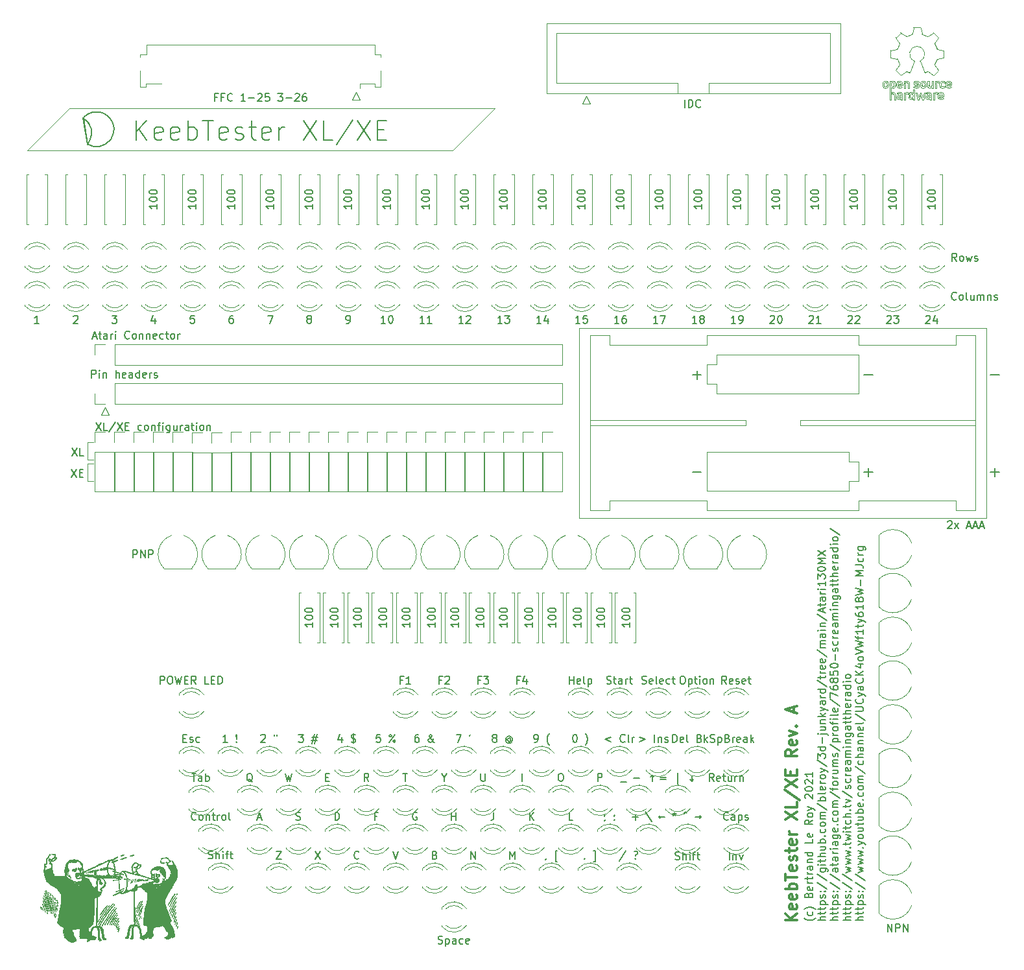
<source format=gto>
G04 #@! TF.GenerationSoftware,KiCad,Pcbnew,(5.1.10)-1*
G04 #@! TF.CreationDate,2021-11-03T18:24:15-07:00*
G04 #@! TF.ProjectId,AtariKeyboardTester,41746172-694b-4657-9962-6f6172645465,A*
G04 #@! TF.SameCoordinates,Original*
G04 #@! TF.FileFunction,Legend,Top*
G04 #@! TF.FilePolarity,Positive*
%FSLAX46Y46*%
G04 Gerber Fmt 4.6, Leading zero omitted, Abs format (unit mm)*
G04 Created by KiCad (PCBNEW (5.1.10)-1) date 2021-11-03 18:24:15*
%MOMM*%
%LPD*%
G01*
G04 APERTURE LIST*
%ADD10C,0.150000*%
%ADD11C,0.300000*%
%ADD12C,0.120000*%
%ADD13C,0.200000*%
%ADD14C,0.090000*%
%ADD15C,0.010000*%
%ADD16C,1.600000*%
%ADD17O,1.600000X1.600000*%
%ADD18C,2.200000*%
%ADD19O,1.700000X1.700000*%
%ADD20R,1.700000X1.700000*%
%ADD21C,3.450000*%
%ADD22C,2.000000*%
%ADD23R,2.000000X2.000000*%
%ADD24R,1.800000X1.100000*%
%ADD25R,1.100000X1.800000*%
%ADD26C,1.800000*%
%ADD27R,1.800000X1.800000*%
%ADD28R,0.400000X1.000000*%
%ADD29R,2.000000X1.300000*%
%ADD30C,1.700000*%
G04 APERTURE END LIST*
D10*
X135210476Y-142652380D02*
X135210476Y-141652380D01*
X135781904Y-142652380D01*
X135781904Y-141652380D01*
X136258095Y-142652380D02*
X136258095Y-141652380D01*
X136639047Y-141652380D01*
X136734285Y-141700000D01*
X136781904Y-141747619D01*
X136829523Y-141842857D01*
X136829523Y-141985714D01*
X136781904Y-142080952D01*
X136734285Y-142128571D01*
X136639047Y-142176190D01*
X136258095Y-142176190D01*
X137258095Y-142652380D02*
X137258095Y-141652380D01*
X137829523Y-142652380D01*
X137829523Y-141652380D01*
X36694285Y-93812380D02*
X36694285Y-92812380D01*
X37075238Y-92812380D01*
X37170476Y-92860000D01*
X37218095Y-92907619D01*
X37265714Y-93002857D01*
X37265714Y-93145714D01*
X37218095Y-93240952D01*
X37170476Y-93288571D01*
X37075238Y-93336190D01*
X36694285Y-93336190D01*
X37694285Y-93812380D02*
X37694285Y-92812380D01*
X38265714Y-93812380D01*
X38265714Y-92812380D01*
X38741904Y-93812380D02*
X38741904Y-92812380D01*
X39122857Y-92812380D01*
X39218095Y-92860000D01*
X39265714Y-92907619D01*
X39313333Y-93002857D01*
X39313333Y-93145714D01*
X39265714Y-93240952D01*
X39218095Y-93288571D01*
X39122857Y-93336190D01*
X38741904Y-93336190D01*
X144177047Y-60047142D02*
X144129428Y-60094761D01*
X143986571Y-60142380D01*
X143891333Y-60142380D01*
X143748476Y-60094761D01*
X143653238Y-59999523D01*
X143605619Y-59904285D01*
X143558000Y-59713809D01*
X143558000Y-59570952D01*
X143605619Y-59380476D01*
X143653238Y-59285238D01*
X143748476Y-59190000D01*
X143891333Y-59142380D01*
X143986571Y-59142380D01*
X144129428Y-59190000D01*
X144177047Y-59237619D01*
X144748476Y-60142380D02*
X144653238Y-60094761D01*
X144605619Y-60047142D01*
X144558000Y-59951904D01*
X144558000Y-59666190D01*
X144605619Y-59570952D01*
X144653238Y-59523333D01*
X144748476Y-59475714D01*
X144891333Y-59475714D01*
X144986571Y-59523333D01*
X145034190Y-59570952D01*
X145081809Y-59666190D01*
X145081809Y-59951904D01*
X145034190Y-60047142D01*
X144986571Y-60094761D01*
X144891333Y-60142380D01*
X144748476Y-60142380D01*
X145653238Y-60142380D02*
X145558000Y-60094761D01*
X145510380Y-59999523D01*
X145510380Y-59142380D01*
X146462761Y-59475714D02*
X146462761Y-60142380D01*
X146034190Y-59475714D02*
X146034190Y-59999523D01*
X146081809Y-60094761D01*
X146177047Y-60142380D01*
X146319904Y-60142380D01*
X146415142Y-60094761D01*
X146462761Y-60047142D01*
X146938952Y-60142380D02*
X146938952Y-59475714D01*
X146938952Y-59570952D02*
X146986571Y-59523333D01*
X147081809Y-59475714D01*
X147224666Y-59475714D01*
X147319904Y-59523333D01*
X147367523Y-59618571D01*
X147367523Y-60142380D01*
X147367523Y-59618571D02*
X147415142Y-59523333D01*
X147510380Y-59475714D01*
X147653238Y-59475714D01*
X147748476Y-59523333D01*
X147796095Y-59618571D01*
X147796095Y-60142380D01*
X148272285Y-59475714D02*
X148272285Y-60142380D01*
X148272285Y-59570952D02*
X148319904Y-59523333D01*
X148415142Y-59475714D01*
X148558000Y-59475714D01*
X148653238Y-59523333D01*
X148700857Y-59618571D01*
X148700857Y-60142380D01*
X149129428Y-60094761D02*
X149224666Y-60142380D01*
X149415142Y-60142380D01*
X149510380Y-60094761D01*
X149558000Y-59999523D01*
X149558000Y-59951904D01*
X149510380Y-59856666D01*
X149415142Y-59809047D01*
X149272285Y-59809047D01*
X149177047Y-59761428D01*
X149129428Y-59666190D01*
X149129428Y-59618571D01*
X149177047Y-59523333D01*
X149272285Y-59475714D01*
X149415142Y-59475714D01*
X149510380Y-59523333D01*
X144216571Y-55062380D02*
X143883238Y-54586190D01*
X143645142Y-55062380D02*
X143645142Y-54062380D01*
X144026095Y-54062380D01*
X144121333Y-54110000D01*
X144168952Y-54157619D01*
X144216571Y-54252857D01*
X144216571Y-54395714D01*
X144168952Y-54490952D01*
X144121333Y-54538571D01*
X144026095Y-54586190D01*
X143645142Y-54586190D01*
X144788000Y-55062380D02*
X144692761Y-55014761D01*
X144645142Y-54967142D01*
X144597523Y-54871904D01*
X144597523Y-54586190D01*
X144645142Y-54490952D01*
X144692761Y-54443333D01*
X144788000Y-54395714D01*
X144930857Y-54395714D01*
X145026095Y-54443333D01*
X145073714Y-54490952D01*
X145121333Y-54586190D01*
X145121333Y-54871904D01*
X145073714Y-54967142D01*
X145026095Y-55014761D01*
X144930857Y-55062380D01*
X144788000Y-55062380D01*
X145454666Y-54395714D02*
X145645142Y-55062380D01*
X145835619Y-54586190D01*
X146026095Y-55062380D01*
X146216571Y-54395714D01*
X146549904Y-55014761D02*
X146645142Y-55062380D01*
X146835619Y-55062380D01*
X146930857Y-55014761D01*
X146978476Y-54919523D01*
X146978476Y-54871904D01*
X146930857Y-54776666D01*
X146835619Y-54729047D01*
X146692761Y-54729047D01*
X146597523Y-54681428D01*
X146549904Y-54586190D01*
X146549904Y-54538571D01*
X146597523Y-54443333D01*
X146692761Y-54395714D01*
X146835619Y-54395714D01*
X146930857Y-54443333D01*
D11*
X123360571Y-141146857D02*
X121860571Y-141146857D01*
X123360571Y-140289714D02*
X122503428Y-140932571D01*
X121860571Y-140289714D02*
X122717714Y-141146857D01*
X123289142Y-139075428D02*
X123360571Y-139218285D01*
X123360571Y-139504000D01*
X123289142Y-139646857D01*
X123146285Y-139718285D01*
X122574857Y-139718285D01*
X122432000Y-139646857D01*
X122360571Y-139504000D01*
X122360571Y-139218285D01*
X122432000Y-139075428D01*
X122574857Y-139004000D01*
X122717714Y-139004000D01*
X122860571Y-139718285D01*
X123289142Y-137789714D02*
X123360571Y-137932571D01*
X123360571Y-138218285D01*
X123289142Y-138361142D01*
X123146285Y-138432571D01*
X122574857Y-138432571D01*
X122432000Y-138361142D01*
X122360571Y-138218285D01*
X122360571Y-137932571D01*
X122432000Y-137789714D01*
X122574857Y-137718285D01*
X122717714Y-137718285D01*
X122860571Y-138432571D01*
X123360571Y-137075428D02*
X121860571Y-137075428D01*
X122432000Y-137075428D02*
X122360571Y-136932571D01*
X122360571Y-136646857D01*
X122432000Y-136504000D01*
X122503428Y-136432571D01*
X122646285Y-136361142D01*
X123074857Y-136361142D01*
X123217714Y-136432571D01*
X123289142Y-136504000D01*
X123360571Y-136646857D01*
X123360571Y-136932571D01*
X123289142Y-137075428D01*
X121860571Y-135932571D02*
X121860571Y-135075428D01*
X123360571Y-135504000D02*
X121860571Y-135504000D01*
X123289142Y-134004000D02*
X123360571Y-134146857D01*
X123360571Y-134432571D01*
X123289142Y-134575428D01*
X123146285Y-134646857D01*
X122574857Y-134646857D01*
X122432000Y-134575428D01*
X122360571Y-134432571D01*
X122360571Y-134146857D01*
X122432000Y-134004000D01*
X122574857Y-133932571D01*
X122717714Y-133932571D01*
X122860571Y-134646857D01*
X123289142Y-133361142D02*
X123360571Y-133218285D01*
X123360571Y-132932571D01*
X123289142Y-132789714D01*
X123146285Y-132718285D01*
X123074857Y-132718285D01*
X122932000Y-132789714D01*
X122860571Y-132932571D01*
X122860571Y-133146857D01*
X122789142Y-133289714D01*
X122646285Y-133361142D01*
X122574857Y-133361142D01*
X122432000Y-133289714D01*
X122360571Y-133146857D01*
X122360571Y-132932571D01*
X122432000Y-132789714D01*
X122360571Y-132289714D02*
X122360571Y-131718285D01*
X121860571Y-132075428D02*
X123146285Y-132075428D01*
X123289142Y-132004000D01*
X123360571Y-131861142D01*
X123360571Y-131718285D01*
X123289142Y-130646857D02*
X123360571Y-130789714D01*
X123360571Y-131075428D01*
X123289142Y-131218285D01*
X123146285Y-131289714D01*
X122574857Y-131289714D01*
X122432000Y-131218285D01*
X122360571Y-131075428D01*
X122360571Y-130789714D01*
X122432000Y-130646857D01*
X122574857Y-130575428D01*
X122717714Y-130575428D01*
X122860571Y-131289714D01*
X123360571Y-129932571D02*
X122360571Y-129932571D01*
X122646285Y-129932571D02*
X122503428Y-129861142D01*
X122432000Y-129789714D01*
X122360571Y-129646857D01*
X122360571Y-129504000D01*
X121860571Y-128004000D02*
X123360571Y-127004000D01*
X121860571Y-127004000D02*
X123360571Y-128004000D01*
X123360571Y-125718285D02*
X123360571Y-126432571D01*
X121860571Y-126432571D01*
X121789142Y-124146857D02*
X123717714Y-125432571D01*
X121860571Y-123789714D02*
X123360571Y-122789714D01*
X121860571Y-122789714D02*
X123360571Y-123789714D01*
X122574857Y-122218285D02*
X122574857Y-121718285D01*
X123360571Y-121504000D02*
X123360571Y-122218285D01*
X121860571Y-122218285D01*
X121860571Y-121504000D01*
X123360571Y-118861142D02*
X122646285Y-119361142D01*
X123360571Y-119718285D02*
X121860571Y-119718285D01*
X121860571Y-119146857D01*
X121932000Y-119004000D01*
X122003428Y-118932571D01*
X122146285Y-118861142D01*
X122360571Y-118861142D01*
X122503428Y-118932571D01*
X122574857Y-119004000D01*
X122646285Y-119146857D01*
X122646285Y-119718285D01*
X123289142Y-117646857D02*
X123360571Y-117789714D01*
X123360571Y-118075428D01*
X123289142Y-118218285D01*
X123146285Y-118289714D01*
X122574857Y-118289714D01*
X122432000Y-118218285D01*
X122360571Y-118075428D01*
X122360571Y-117789714D01*
X122432000Y-117646857D01*
X122574857Y-117575428D01*
X122717714Y-117575428D01*
X122860571Y-118289714D01*
X122360571Y-117075428D02*
X123360571Y-116718285D01*
X122360571Y-116361142D01*
X123217714Y-115789714D02*
X123289142Y-115718285D01*
X123360571Y-115789714D01*
X123289142Y-115861142D01*
X123217714Y-115789714D01*
X123360571Y-115789714D01*
X122932000Y-114004000D02*
X122932000Y-113289714D01*
X123360571Y-114146857D02*
X121860571Y-113646857D01*
X123360571Y-113146857D01*
D10*
X125803333Y-140856690D02*
X125755714Y-140904309D01*
X125612857Y-140999547D01*
X125517619Y-141047166D01*
X125374761Y-141094785D01*
X125136666Y-141142404D01*
X124946190Y-141142404D01*
X124708095Y-141094785D01*
X124565238Y-141047166D01*
X124470000Y-140999547D01*
X124327142Y-140904309D01*
X124279523Y-140856690D01*
X125374761Y-140047166D02*
X125422380Y-140142404D01*
X125422380Y-140332880D01*
X125374761Y-140428119D01*
X125327142Y-140475738D01*
X125231904Y-140523357D01*
X124946190Y-140523357D01*
X124850952Y-140475738D01*
X124803333Y-140428119D01*
X124755714Y-140332880D01*
X124755714Y-140142404D01*
X124803333Y-140047166D01*
X125803333Y-139713833D02*
X125755714Y-139666214D01*
X125612857Y-139570976D01*
X125517619Y-139523357D01*
X125374761Y-139475738D01*
X125136666Y-139428119D01*
X124946190Y-139428119D01*
X124708095Y-139475738D01*
X124565238Y-139523357D01*
X124470000Y-139570976D01*
X124327142Y-139666214D01*
X124279523Y-139713833D01*
X124898571Y-137856690D02*
X124946190Y-137713833D01*
X124993809Y-137666214D01*
X125089047Y-137618595D01*
X125231904Y-137618595D01*
X125327142Y-137666214D01*
X125374761Y-137713833D01*
X125422380Y-137809071D01*
X125422380Y-138190023D01*
X124422380Y-138190023D01*
X124422380Y-137856690D01*
X124470000Y-137761452D01*
X124517619Y-137713833D01*
X124612857Y-137666214D01*
X124708095Y-137666214D01*
X124803333Y-137713833D01*
X124850952Y-137761452D01*
X124898571Y-137856690D01*
X124898571Y-138190023D01*
X125374761Y-136809071D02*
X125422380Y-136904309D01*
X125422380Y-137094785D01*
X125374761Y-137190023D01*
X125279523Y-137237642D01*
X124898571Y-137237642D01*
X124803333Y-137190023D01*
X124755714Y-137094785D01*
X124755714Y-136904309D01*
X124803333Y-136809071D01*
X124898571Y-136761452D01*
X124993809Y-136761452D01*
X125089047Y-137237642D01*
X125422380Y-136332880D02*
X124755714Y-136332880D01*
X124946190Y-136332880D02*
X124850952Y-136285261D01*
X124803333Y-136237642D01*
X124755714Y-136142404D01*
X124755714Y-136047166D01*
X124755714Y-135856690D02*
X124755714Y-135475738D01*
X124422380Y-135713833D02*
X125279523Y-135713833D01*
X125374761Y-135666214D01*
X125422380Y-135570976D01*
X125422380Y-135475738D01*
X125422380Y-135142404D02*
X124755714Y-135142404D01*
X124946190Y-135142404D02*
X124850952Y-135094785D01*
X124803333Y-135047166D01*
X124755714Y-134951928D01*
X124755714Y-134856690D01*
X125422380Y-134094785D02*
X124898571Y-134094785D01*
X124803333Y-134142404D01*
X124755714Y-134237642D01*
X124755714Y-134428119D01*
X124803333Y-134523357D01*
X125374761Y-134094785D02*
X125422380Y-134190023D01*
X125422380Y-134428119D01*
X125374761Y-134523357D01*
X125279523Y-134570976D01*
X125184285Y-134570976D01*
X125089047Y-134523357D01*
X125041428Y-134428119D01*
X125041428Y-134190023D01*
X124993809Y-134094785D01*
X124755714Y-133618595D02*
X125422380Y-133618595D01*
X124850952Y-133618595D02*
X124803333Y-133570976D01*
X124755714Y-133475738D01*
X124755714Y-133332880D01*
X124803333Y-133237642D01*
X124898571Y-133190023D01*
X125422380Y-133190023D01*
X125422380Y-132285261D02*
X124422380Y-132285261D01*
X125374761Y-132285261D02*
X125422380Y-132380500D01*
X125422380Y-132570976D01*
X125374761Y-132666214D01*
X125327142Y-132713833D01*
X125231904Y-132761452D01*
X124946190Y-132761452D01*
X124850952Y-132713833D01*
X124803333Y-132666214D01*
X124755714Y-132570976D01*
X124755714Y-132380500D01*
X124803333Y-132285261D01*
X125422380Y-130570976D02*
X125422380Y-131047166D01*
X124422380Y-131047166D01*
X125374761Y-129856690D02*
X125422380Y-129951928D01*
X125422380Y-130142404D01*
X125374761Y-130237642D01*
X125279523Y-130285261D01*
X124898571Y-130285261D01*
X124803333Y-130237642D01*
X124755714Y-130142404D01*
X124755714Y-129951928D01*
X124803333Y-129856690D01*
X124898571Y-129809071D01*
X124993809Y-129809071D01*
X125089047Y-130285261D01*
X125422380Y-128047166D02*
X124946190Y-128380500D01*
X125422380Y-128618595D02*
X124422380Y-128618595D01*
X124422380Y-128237642D01*
X124470000Y-128142404D01*
X124517619Y-128094785D01*
X124612857Y-128047166D01*
X124755714Y-128047166D01*
X124850952Y-128094785D01*
X124898571Y-128142404D01*
X124946190Y-128237642D01*
X124946190Y-128618595D01*
X125422380Y-127475738D02*
X125374761Y-127570976D01*
X125327142Y-127618595D01*
X125231904Y-127666214D01*
X124946190Y-127666214D01*
X124850952Y-127618595D01*
X124803333Y-127570976D01*
X124755714Y-127475738D01*
X124755714Y-127332880D01*
X124803333Y-127237642D01*
X124850952Y-127190023D01*
X124946190Y-127142404D01*
X125231904Y-127142404D01*
X125327142Y-127190023D01*
X125374761Y-127237642D01*
X125422380Y-127332880D01*
X125422380Y-127475738D01*
X124755714Y-126809071D02*
X125422380Y-126570976D01*
X124755714Y-126332880D02*
X125422380Y-126570976D01*
X125660476Y-126666214D01*
X125708095Y-126713833D01*
X125755714Y-126809071D01*
X124517619Y-125237642D02*
X124470000Y-125190023D01*
X124422380Y-125094785D01*
X124422380Y-124856690D01*
X124470000Y-124761452D01*
X124517619Y-124713833D01*
X124612857Y-124666214D01*
X124708095Y-124666214D01*
X124850952Y-124713833D01*
X125422380Y-125285261D01*
X125422380Y-124666214D01*
X124422380Y-124047166D02*
X124422380Y-123951928D01*
X124470000Y-123856690D01*
X124517619Y-123809071D01*
X124612857Y-123761452D01*
X124803333Y-123713833D01*
X125041428Y-123713833D01*
X125231904Y-123761452D01*
X125327142Y-123809071D01*
X125374761Y-123856690D01*
X125422380Y-123951928D01*
X125422380Y-124047166D01*
X125374761Y-124142404D01*
X125327142Y-124190023D01*
X125231904Y-124237642D01*
X125041428Y-124285261D01*
X124803333Y-124285261D01*
X124612857Y-124237642D01*
X124517619Y-124190023D01*
X124470000Y-124142404D01*
X124422380Y-124047166D01*
X124517619Y-123332880D02*
X124470000Y-123285261D01*
X124422380Y-123190023D01*
X124422380Y-122951928D01*
X124470000Y-122856690D01*
X124517619Y-122809071D01*
X124612857Y-122761452D01*
X124708095Y-122761452D01*
X124850952Y-122809071D01*
X125422380Y-123380500D01*
X125422380Y-122761452D01*
X125422380Y-121809071D02*
X125422380Y-122380500D01*
X125422380Y-122094785D02*
X124422380Y-122094785D01*
X124565238Y-122190023D01*
X124660476Y-122285261D01*
X124708095Y-122380500D01*
X127072380Y-141142404D02*
X126072380Y-141142404D01*
X127072380Y-140713833D02*
X126548571Y-140713833D01*
X126453333Y-140761452D01*
X126405714Y-140856690D01*
X126405714Y-140999547D01*
X126453333Y-141094785D01*
X126500952Y-141142404D01*
X126405714Y-140380500D02*
X126405714Y-139999547D01*
X126072380Y-140237642D02*
X126929523Y-140237642D01*
X127024761Y-140190023D01*
X127072380Y-140094785D01*
X127072380Y-139999547D01*
X126405714Y-139809071D02*
X126405714Y-139428119D01*
X126072380Y-139666214D02*
X126929523Y-139666214D01*
X127024761Y-139618595D01*
X127072380Y-139523357D01*
X127072380Y-139428119D01*
X126405714Y-139094785D02*
X127405714Y-139094785D01*
X126453333Y-139094785D02*
X126405714Y-138999547D01*
X126405714Y-138809071D01*
X126453333Y-138713833D01*
X126500952Y-138666214D01*
X126596190Y-138618595D01*
X126881904Y-138618595D01*
X126977142Y-138666214D01*
X127024761Y-138713833D01*
X127072380Y-138809071D01*
X127072380Y-138999547D01*
X127024761Y-139094785D01*
X127024761Y-138237642D02*
X127072380Y-138142404D01*
X127072380Y-137951928D01*
X127024761Y-137856690D01*
X126929523Y-137809071D01*
X126881904Y-137809071D01*
X126786666Y-137856690D01*
X126739047Y-137951928D01*
X126739047Y-138094785D01*
X126691428Y-138190023D01*
X126596190Y-138237642D01*
X126548571Y-138237642D01*
X126453333Y-138190023D01*
X126405714Y-138094785D01*
X126405714Y-137951928D01*
X126453333Y-137856690D01*
X126977142Y-137380500D02*
X127024761Y-137332880D01*
X127072380Y-137380500D01*
X127024761Y-137428119D01*
X126977142Y-137380500D01*
X127072380Y-137380500D01*
X126453333Y-137380500D02*
X126500952Y-137332880D01*
X126548571Y-137380500D01*
X126500952Y-137428119D01*
X126453333Y-137380500D01*
X126548571Y-137380500D01*
X126024761Y-136190023D02*
X127310476Y-137047166D01*
X126024761Y-135142404D02*
X127310476Y-135999547D01*
X126405714Y-134380500D02*
X127215238Y-134380500D01*
X127310476Y-134428119D01*
X127358095Y-134475738D01*
X127405714Y-134570976D01*
X127405714Y-134713833D01*
X127358095Y-134809071D01*
X127024761Y-134380500D02*
X127072380Y-134475738D01*
X127072380Y-134666214D01*
X127024761Y-134761452D01*
X126977142Y-134809071D01*
X126881904Y-134856690D01*
X126596190Y-134856690D01*
X126500952Y-134809071D01*
X126453333Y-134761452D01*
X126405714Y-134666214D01*
X126405714Y-134475738D01*
X126453333Y-134380500D01*
X127072380Y-133904309D02*
X126405714Y-133904309D01*
X126072380Y-133904309D02*
X126120000Y-133951928D01*
X126167619Y-133904309D01*
X126120000Y-133856690D01*
X126072380Y-133904309D01*
X126167619Y-133904309D01*
X126405714Y-133570976D02*
X126405714Y-133190023D01*
X126072380Y-133428119D02*
X126929523Y-133428119D01*
X127024761Y-133380500D01*
X127072380Y-133285261D01*
X127072380Y-133190023D01*
X127072380Y-132856690D02*
X126072380Y-132856690D01*
X127072380Y-132428119D02*
X126548571Y-132428119D01*
X126453333Y-132475738D01*
X126405714Y-132570976D01*
X126405714Y-132713833D01*
X126453333Y-132809071D01*
X126500952Y-132856690D01*
X126405714Y-131523357D02*
X127072380Y-131523357D01*
X126405714Y-131951928D02*
X126929523Y-131951928D01*
X127024761Y-131904309D01*
X127072380Y-131809071D01*
X127072380Y-131666214D01*
X127024761Y-131570976D01*
X126977142Y-131523357D01*
X127072380Y-131047166D02*
X126072380Y-131047166D01*
X126453333Y-131047166D02*
X126405714Y-130951928D01*
X126405714Y-130761452D01*
X126453333Y-130666214D01*
X126500952Y-130618595D01*
X126596190Y-130570976D01*
X126881904Y-130570976D01*
X126977142Y-130618595D01*
X127024761Y-130666214D01*
X127072380Y-130761452D01*
X127072380Y-130951928D01*
X127024761Y-131047166D01*
X126977142Y-130142404D02*
X127024761Y-130094785D01*
X127072380Y-130142404D01*
X127024761Y-130190023D01*
X126977142Y-130142404D01*
X127072380Y-130142404D01*
X127024761Y-129237642D02*
X127072380Y-129332880D01*
X127072380Y-129523357D01*
X127024761Y-129618595D01*
X126977142Y-129666214D01*
X126881904Y-129713833D01*
X126596190Y-129713833D01*
X126500952Y-129666214D01*
X126453333Y-129618595D01*
X126405714Y-129523357D01*
X126405714Y-129332880D01*
X126453333Y-129237642D01*
X127072380Y-128666214D02*
X127024761Y-128761452D01*
X126977142Y-128809071D01*
X126881904Y-128856690D01*
X126596190Y-128856690D01*
X126500952Y-128809071D01*
X126453333Y-128761452D01*
X126405714Y-128666214D01*
X126405714Y-128523357D01*
X126453333Y-128428119D01*
X126500952Y-128380500D01*
X126596190Y-128332880D01*
X126881904Y-128332880D01*
X126977142Y-128380500D01*
X127024761Y-128428119D01*
X127072380Y-128523357D01*
X127072380Y-128666214D01*
X127072380Y-127904309D02*
X126405714Y-127904309D01*
X126500952Y-127904309D02*
X126453333Y-127856690D01*
X126405714Y-127761452D01*
X126405714Y-127618595D01*
X126453333Y-127523357D01*
X126548571Y-127475738D01*
X127072380Y-127475738D01*
X126548571Y-127475738D02*
X126453333Y-127428119D01*
X126405714Y-127332880D01*
X126405714Y-127190023D01*
X126453333Y-127094785D01*
X126548571Y-127047166D01*
X127072380Y-127047166D01*
X126024761Y-125856690D02*
X127310476Y-126713833D01*
X127072380Y-125523357D02*
X126072380Y-125523357D01*
X126453333Y-125523357D02*
X126405714Y-125428119D01*
X126405714Y-125237642D01*
X126453333Y-125142404D01*
X126500952Y-125094785D01*
X126596190Y-125047166D01*
X126881904Y-125047166D01*
X126977142Y-125094785D01*
X127024761Y-125142404D01*
X127072380Y-125237642D01*
X127072380Y-125428119D01*
X127024761Y-125523357D01*
X127072380Y-124475738D02*
X127024761Y-124570976D01*
X126929523Y-124618595D01*
X126072380Y-124618595D01*
X127024761Y-123713833D02*
X127072380Y-123809071D01*
X127072380Y-123999547D01*
X127024761Y-124094785D01*
X126929523Y-124142404D01*
X126548571Y-124142404D01*
X126453333Y-124094785D01*
X126405714Y-123999547D01*
X126405714Y-123809071D01*
X126453333Y-123713833D01*
X126548571Y-123666214D01*
X126643809Y-123666214D01*
X126739047Y-124142404D01*
X127072380Y-123237642D02*
X126405714Y-123237642D01*
X126596190Y-123237642D02*
X126500952Y-123190023D01*
X126453333Y-123142404D01*
X126405714Y-123047166D01*
X126405714Y-122951928D01*
X127072380Y-122475738D02*
X127024761Y-122570976D01*
X126977142Y-122618595D01*
X126881904Y-122666214D01*
X126596190Y-122666214D01*
X126500952Y-122618595D01*
X126453333Y-122570976D01*
X126405714Y-122475738D01*
X126405714Y-122332880D01*
X126453333Y-122237642D01*
X126500952Y-122190023D01*
X126596190Y-122142404D01*
X126881904Y-122142404D01*
X126977142Y-122190023D01*
X127024761Y-122237642D01*
X127072380Y-122332880D01*
X127072380Y-122475738D01*
X126405714Y-121809071D02*
X127072380Y-121570976D01*
X126405714Y-121332880D02*
X127072380Y-121570976D01*
X127310476Y-121666214D01*
X127358095Y-121713833D01*
X127405714Y-121809071D01*
X126024761Y-120237642D02*
X127310476Y-121094785D01*
X126072380Y-119999547D02*
X126072380Y-119380500D01*
X126453333Y-119713833D01*
X126453333Y-119570976D01*
X126500952Y-119475738D01*
X126548571Y-119428119D01*
X126643809Y-119380500D01*
X126881904Y-119380500D01*
X126977142Y-119428119D01*
X127024761Y-119475738D01*
X127072380Y-119570976D01*
X127072380Y-119856690D01*
X127024761Y-119951928D01*
X126977142Y-119999547D01*
X127072380Y-118523357D02*
X126072380Y-118523357D01*
X127024761Y-118523357D02*
X127072380Y-118618595D01*
X127072380Y-118809071D01*
X127024761Y-118904309D01*
X126977142Y-118951928D01*
X126881904Y-118999547D01*
X126596190Y-118999547D01*
X126500952Y-118951928D01*
X126453333Y-118904309D01*
X126405714Y-118809071D01*
X126405714Y-118618595D01*
X126453333Y-118523357D01*
X126691428Y-118047166D02*
X126691428Y-117285261D01*
X126405714Y-116809071D02*
X127262857Y-116809071D01*
X127358095Y-116856690D01*
X127405714Y-116951928D01*
X127405714Y-116999547D01*
X126072380Y-116809071D02*
X126120000Y-116856690D01*
X126167619Y-116809071D01*
X126120000Y-116761452D01*
X126072380Y-116809071D01*
X126167619Y-116809071D01*
X126405714Y-115904309D02*
X127072380Y-115904309D01*
X126405714Y-116332880D02*
X126929523Y-116332880D01*
X127024761Y-116285261D01*
X127072380Y-116190023D01*
X127072380Y-116047166D01*
X127024761Y-115951928D01*
X126977142Y-115904309D01*
X126405714Y-115428119D02*
X127072380Y-115428119D01*
X126500952Y-115428119D02*
X126453333Y-115380500D01*
X126405714Y-115285261D01*
X126405714Y-115142404D01*
X126453333Y-115047166D01*
X126548571Y-114999547D01*
X127072380Y-114999547D01*
X127072380Y-114523357D02*
X126072380Y-114523357D01*
X126691428Y-114428119D02*
X127072380Y-114142404D01*
X126405714Y-114142404D02*
X126786666Y-114523357D01*
X126405714Y-113809071D02*
X127072380Y-113570976D01*
X126405714Y-113332880D02*
X127072380Y-113570976D01*
X127310476Y-113666214D01*
X127358095Y-113713833D01*
X127405714Y-113809071D01*
X127072380Y-112523357D02*
X126548571Y-112523357D01*
X126453333Y-112570976D01*
X126405714Y-112666214D01*
X126405714Y-112856690D01*
X126453333Y-112951928D01*
X127024761Y-112523357D02*
X127072380Y-112618595D01*
X127072380Y-112856690D01*
X127024761Y-112951928D01*
X126929523Y-112999547D01*
X126834285Y-112999547D01*
X126739047Y-112951928D01*
X126691428Y-112856690D01*
X126691428Y-112618595D01*
X126643809Y-112523357D01*
X127072380Y-112047166D02*
X126405714Y-112047166D01*
X126596190Y-112047166D02*
X126500952Y-111999547D01*
X126453333Y-111951928D01*
X126405714Y-111856690D01*
X126405714Y-111761452D01*
X127072380Y-110999547D02*
X126072380Y-110999547D01*
X127024761Y-110999547D02*
X127072380Y-111094785D01*
X127072380Y-111285261D01*
X127024761Y-111380500D01*
X126977142Y-111428119D01*
X126881904Y-111475738D01*
X126596190Y-111475738D01*
X126500952Y-111428119D01*
X126453333Y-111380500D01*
X126405714Y-111285261D01*
X126405714Y-111094785D01*
X126453333Y-110999547D01*
X126024761Y-109809071D02*
X127310476Y-110666214D01*
X126405714Y-109618595D02*
X126405714Y-109237642D01*
X126072380Y-109475738D02*
X126929523Y-109475738D01*
X127024761Y-109428119D01*
X127072380Y-109332880D01*
X127072380Y-109237642D01*
X127072380Y-108904309D02*
X126405714Y-108904309D01*
X126596190Y-108904309D02*
X126500952Y-108856690D01*
X126453333Y-108809071D01*
X126405714Y-108713833D01*
X126405714Y-108618595D01*
X127024761Y-107904309D02*
X127072380Y-107999547D01*
X127072380Y-108190023D01*
X127024761Y-108285261D01*
X126929523Y-108332880D01*
X126548571Y-108332880D01*
X126453333Y-108285261D01*
X126405714Y-108190023D01*
X126405714Y-107999547D01*
X126453333Y-107904309D01*
X126548571Y-107856690D01*
X126643809Y-107856690D01*
X126739047Y-108332880D01*
X127024761Y-107047166D02*
X127072380Y-107142404D01*
X127072380Y-107332880D01*
X127024761Y-107428119D01*
X126929523Y-107475738D01*
X126548571Y-107475738D01*
X126453333Y-107428119D01*
X126405714Y-107332880D01*
X126405714Y-107142404D01*
X126453333Y-107047166D01*
X126548571Y-106999547D01*
X126643809Y-106999547D01*
X126739047Y-107475738D01*
X126024761Y-105856690D02*
X127310476Y-106713833D01*
X127072380Y-105523357D02*
X126405714Y-105523357D01*
X126500952Y-105523357D02*
X126453333Y-105475738D01*
X126405714Y-105380500D01*
X126405714Y-105237642D01*
X126453333Y-105142404D01*
X126548571Y-105094785D01*
X127072380Y-105094785D01*
X126548571Y-105094785D02*
X126453333Y-105047166D01*
X126405714Y-104951928D01*
X126405714Y-104809071D01*
X126453333Y-104713833D01*
X126548571Y-104666214D01*
X127072380Y-104666214D01*
X127072380Y-103761452D02*
X126548571Y-103761452D01*
X126453333Y-103809071D01*
X126405714Y-103904309D01*
X126405714Y-104094785D01*
X126453333Y-104190023D01*
X127024761Y-103761452D02*
X127072380Y-103856690D01*
X127072380Y-104094785D01*
X127024761Y-104190023D01*
X126929523Y-104237642D01*
X126834285Y-104237642D01*
X126739047Y-104190023D01*
X126691428Y-104094785D01*
X126691428Y-103856690D01*
X126643809Y-103761452D01*
X127072380Y-103285261D02*
X126405714Y-103285261D01*
X126072380Y-103285261D02*
X126120000Y-103332880D01*
X126167619Y-103285261D01*
X126120000Y-103237642D01*
X126072380Y-103285261D01*
X126167619Y-103285261D01*
X126405714Y-102809071D02*
X127072380Y-102809071D01*
X126500952Y-102809071D02*
X126453333Y-102761452D01*
X126405714Y-102666214D01*
X126405714Y-102523357D01*
X126453333Y-102428119D01*
X126548571Y-102380500D01*
X127072380Y-102380500D01*
X126024761Y-101190023D02*
X127310476Y-102047166D01*
X126786666Y-100904309D02*
X126786666Y-100428119D01*
X127072380Y-100999547D02*
X126072380Y-100666214D01*
X127072380Y-100332880D01*
X126405714Y-100142404D02*
X126405714Y-99761452D01*
X126072380Y-99999547D02*
X126929523Y-99999547D01*
X127024761Y-99951928D01*
X127072380Y-99856690D01*
X127072380Y-99761452D01*
X127072380Y-98999547D02*
X126548571Y-98999547D01*
X126453333Y-99047166D01*
X126405714Y-99142404D01*
X126405714Y-99332880D01*
X126453333Y-99428119D01*
X127024761Y-98999547D02*
X127072380Y-99094785D01*
X127072380Y-99332880D01*
X127024761Y-99428119D01*
X126929523Y-99475738D01*
X126834285Y-99475738D01*
X126739047Y-99428119D01*
X126691428Y-99332880D01*
X126691428Y-99094785D01*
X126643809Y-98999547D01*
X127072380Y-98523357D02*
X126405714Y-98523357D01*
X126596190Y-98523357D02*
X126500952Y-98475738D01*
X126453333Y-98428119D01*
X126405714Y-98332880D01*
X126405714Y-98237642D01*
X127072380Y-97904309D02*
X126405714Y-97904309D01*
X126072380Y-97904309D02*
X126120000Y-97951928D01*
X126167619Y-97904309D01*
X126120000Y-97856690D01*
X126072380Y-97904309D01*
X126167619Y-97904309D01*
X127072380Y-96904309D02*
X127072380Y-97475738D01*
X127072380Y-97190023D02*
X126072380Y-97190023D01*
X126215238Y-97285261D01*
X126310476Y-97380500D01*
X126358095Y-97475738D01*
X126072380Y-96570976D02*
X126072380Y-95951928D01*
X126453333Y-96285261D01*
X126453333Y-96142404D01*
X126500952Y-96047166D01*
X126548571Y-95999547D01*
X126643809Y-95951928D01*
X126881904Y-95951928D01*
X126977142Y-95999547D01*
X127024761Y-96047166D01*
X127072380Y-96142404D01*
X127072380Y-96428119D01*
X127024761Y-96523357D01*
X126977142Y-96570976D01*
X126072380Y-95332880D02*
X126072380Y-95237642D01*
X126120000Y-95142404D01*
X126167619Y-95094785D01*
X126262857Y-95047166D01*
X126453333Y-94999547D01*
X126691428Y-94999547D01*
X126881904Y-95047166D01*
X126977142Y-95094785D01*
X127024761Y-95142404D01*
X127072380Y-95237642D01*
X127072380Y-95332880D01*
X127024761Y-95428119D01*
X126977142Y-95475738D01*
X126881904Y-95523357D01*
X126691428Y-95570976D01*
X126453333Y-95570976D01*
X126262857Y-95523357D01*
X126167619Y-95475738D01*
X126120000Y-95428119D01*
X126072380Y-95332880D01*
X127072380Y-94570976D02*
X126072380Y-94570976D01*
X126786666Y-94237642D01*
X126072380Y-93904309D01*
X127072380Y-93904309D01*
X126072380Y-93523357D02*
X127072380Y-92856690D01*
X126072380Y-92856690D02*
X127072380Y-93523357D01*
X128722380Y-141142404D02*
X127722380Y-141142404D01*
X128722380Y-140713833D02*
X128198571Y-140713833D01*
X128103333Y-140761452D01*
X128055714Y-140856690D01*
X128055714Y-140999547D01*
X128103333Y-141094785D01*
X128150952Y-141142404D01*
X128055714Y-140380500D02*
X128055714Y-139999547D01*
X127722380Y-140237642D02*
X128579523Y-140237642D01*
X128674761Y-140190023D01*
X128722380Y-140094785D01*
X128722380Y-139999547D01*
X128055714Y-139809071D02*
X128055714Y-139428119D01*
X127722380Y-139666214D02*
X128579523Y-139666214D01*
X128674761Y-139618595D01*
X128722380Y-139523357D01*
X128722380Y-139428119D01*
X128055714Y-139094785D02*
X129055714Y-139094785D01*
X128103333Y-139094785D02*
X128055714Y-138999547D01*
X128055714Y-138809071D01*
X128103333Y-138713833D01*
X128150952Y-138666214D01*
X128246190Y-138618595D01*
X128531904Y-138618595D01*
X128627142Y-138666214D01*
X128674761Y-138713833D01*
X128722380Y-138809071D01*
X128722380Y-138999547D01*
X128674761Y-139094785D01*
X128674761Y-138237642D02*
X128722380Y-138142404D01*
X128722380Y-137951928D01*
X128674761Y-137856690D01*
X128579523Y-137809071D01*
X128531904Y-137809071D01*
X128436666Y-137856690D01*
X128389047Y-137951928D01*
X128389047Y-138094785D01*
X128341428Y-138190023D01*
X128246190Y-138237642D01*
X128198571Y-138237642D01*
X128103333Y-138190023D01*
X128055714Y-138094785D01*
X128055714Y-137951928D01*
X128103333Y-137856690D01*
X128627142Y-137380500D02*
X128674761Y-137332880D01*
X128722380Y-137380500D01*
X128674761Y-137428119D01*
X128627142Y-137380500D01*
X128722380Y-137380500D01*
X128103333Y-137380500D02*
X128150952Y-137332880D01*
X128198571Y-137380500D01*
X128150952Y-137428119D01*
X128103333Y-137380500D01*
X128198571Y-137380500D01*
X127674761Y-136190023D02*
X128960476Y-137047166D01*
X127674761Y-135142404D02*
X128960476Y-135999547D01*
X128722380Y-134380500D02*
X128198571Y-134380500D01*
X128103333Y-134428119D01*
X128055714Y-134523357D01*
X128055714Y-134713833D01*
X128103333Y-134809071D01*
X128674761Y-134380500D02*
X128722380Y-134475738D01*
X128722380Y-134713833D01*
X128674761Y-134809071D01*
X128579523Y-134856690D01*
X128484285Y-134856690D01*
X128389047Y-134809071D01*
X128341428Y-134713833D01*
X128341428Y-134475738D01*
X128293809Y-134380500D01*
X128055714Y-134047166D02*
X128055714Y-133666214D01*
X127722380Y-133904309D02*
X128579523Y-133904309D01*
X128674761Y-133856690D01*
X128722380Y-133761452D01*
X128722380Y-133666214D01*
X128722380Y-132904309D02*
X128198571Y-132904309D01*
X128103333Y-132951928D01*
X128055714Y-133047166D01*
X128055714Y-133237642D01*
X128103333Y-133332880D01*
X128674761Y-132904309D02*
X128722380Y-132999547D01*
X128722380Y-133237642D01*
X128674761Y-133332880D01*
X128579523Y-133380500D01*
X128484285Y-133380500D01*
X128389047Y-133332880D01*
X128341428Y-133237642D01*
X128341428Y-132999547D01*
X128293809Y-132904309D01*
X128722380Y-132428119D02*
X128055714Y-132428119D01*
X128246190Y-132428119D02*
X128150952Y-132380500D01*
X128103333Y-132332880D01*
X128055714Y-132237642D01*
X128055714Y-132142404D01*
X128722380Y-131809071D02*
X128055714Y-131809071D01*
X127722380Y-131809071D02*
X127770000Y-131856690D01*
X127817619Y-131809071D01*
X127770000Y-131761452D01*
X127722380Y-131809071D01*
X127817619Y-131809071D01*
X128722380Y-130904309D02*
X128198571Y-130904309D01*
X128103333Y-130951928D01*
X128055714Y-131047166D01*
X128055714Y-131237642D01*
X128103333Y-131332880D01*
X128674761Y-130904309D02*
X128722380Y-130999547D01*
X128722380Y-131237642D01*
X128674761Y-131332880D01*
X128579523Y-131380500D01*
X128484285Y-131380500D01*
X128389047Y-131332880D01*
X128341428Y-131237642D01*
X128341428Y-130999547D01*
X128293809Y-130904309D01*
X128055714Y-129999547D02*
X128865238Y-129999547D01*
X128960476Y-130047166D01*
X129008095Y-130094785D01*
X129055714Y-130190023D01*
X129055714Y-130332880D01*
X129008095Y-130428119D01*
X128674761Y-129999547D02*
X128722380Y-130094785D01*
X128722380Y-130285261D01*
X128674761Y-130380500D01*
X128627142Y-130428119D01*
X128531904Y-130475738D01*
X128246190Y-130475738D01*
X128150952Y-130428119D01*
X128103333Y-130380500D01*
X128055714Y-130285261D01*
X128055714Y-130094785D01*
X128103333Y-129999547D01*
X128674761Y-129142404D02*
X128722380Y-129237642D01*
X128722380Y-129428119D01*
X128674761Y-129523357D01*
X128579523Y-129570976D01*
X128198571Y-129570976D01*
X128103333Y-129523357D01*
X128055714Y-129428119D01*
X128055714Y-129237642D01*
X128103333Y-129142404D01*
X128198571Y-129094785D01*
X128293809Y-129094785D01*
X128389047Y-129570976D01*
X128627142Y-128666214D02*
X128674761Y-128618595D01*
X128722380Y-128666214D01*
X128674761Y-128713833D01*
X128627142Y-128666214D01*
X128722380Y-128666214D01*
X128674761Y-127761452D02*
X128722380Y-127856690D01*
X128722380Y-128047166D01*
X128674761Y-128142404D01*
X128627142Y-128190023D01*
X128531904Y-128237642D01*
X128246190Y-128237642D01*
X128150952Y-128190023D01*
X128103333Y-128142404D01*
X128055714Y-128047166D01*
X128055714Y-127856690D01*
X128103333Y-127761452D01*
X128722380Y-127190023D02*
X128674761Y-127285261D01*
X128627142Y-127332880D01*
X128531904Y-127380500D01*
X128246190Y-127380500D01*
X128150952Y-127332880D01*
X128103333Y-127285261D01*
X128055714Y-127190023D01*
X128055714Y-127047166D01*
X128103333Y-126951928D01*
X128150952Y-126904309D01*
X128246190Y-126856690D01*
X128531904Y-126856690D01*
X128627142Y-126904309D01*
X128674761Y-126951928D01*
X128722380Y-127047166D01*
X128722380Y-127190023D01*
X128722380Y-126428119D02*
X128055714Y-126428119D01*
X128150952Y-126428119D02*
X128103333Y-126380500D01*
X128055714Y-126285261D01*
X128055714Y-126142404D01*
X128103333Y-126047166D01*
X128198571Y-125999547D01*
X128722380Y-125999547D01*
X128198571Y-125999547D02*
X128103333Y-125951928D01*
X128055714Y-125856690D01*
X128055714Y-125713833D01*
X128103333Y-125618595D01*
X128198571Y-125570976D01*
X128722380Y-125570976D01*
X127674761Y-124380500D02*
X128960476Y-125237642D01*
X128055714Y-124190023D02*
X128055714Y-123809071D01*
X128722380Y-124047166D02*
X127865238Y-124047166D01*
X127770000Y-123999547D01*
X127722380Y-123904309D01*
X127722380Y-123809071D01*
X128722380Y-123332880D02*
X128674761Y-123428119D01*
X128627142Y-123475738D01*
X128531904Y-123523357D01*
X128246190Y-123523357D01*
X128150952Y-123475738D01*
X128103333Y-123428119D01*
X128055714Y-123332880D01*
X128055714Y-123190023D01*
X128103333Y-123094785D01*
X128150952Y-123047166D01*
X128246190Y-122999547D01*
X128531904Y-122999547D01*
X128627142Y-123047166D01*
X128674761Y-123094785D01*
X128722380Y-123190023D01*
X128722380Y-123332880D01*
X128722380Y-122570976D02*
X128055714Y-122570976D01*
X128246190Y-122570976D02*
X128150952Y-122523357D01*
X128103333Y-122475738D01*
X128055714Y-122380500D01*
X128055714Y-122285261D01*
X128055714Y-121523357D02*
X128722380Y-121523357D01*
X128055714Y-121951928D02*
X128579523Y-121951928D01*
X128674761Y-121904309D01*
X128722380Y-121809071D01*
X128722380Y-121666214D01*
X128674761Y-121570976D01*
X128627142Y-121523357D01*
X128722380Y-121047166D02*
X128055714Y-121047166D01*
X128150952Y-121047166D02*
X128103333Y-120999547D01*
X128055714Y-120904309D01*
X128055714Y-120761452D01*
X128103333Y-120666214D01*
X128198571Y-120618595D01*
X128722380Y-120618595D01*
X128198571Y-120618595D02*
X128103333Y-120570976D01*
X128055714Y-120475738D01*
X128055714Y-120332880D01*
X128103333Y-120237642D01*
X128198571Y-120190023D01*
X128722380Y-120190023D01*
X128674761Y-119761452D02*
X128722380Y-119666214D01*
X128722380Y-119475738D01*
X128674761Y-119380500D01*
X128579523Y-119332880D01*
X128531904Y-119332880D01*
X128436666Y-119380500D01*
X128389047Y-119475738D01*
X128389047Y-119618595D01*
X128341428Y-119713833D01*
X128246190Y-119761452D01*
X128198571Y-119761452D01*
X128103333Y-119713833D01*
X128055714Y-119618595D01*
X128055714Y-119475738D01*
X128103333Y-119380500D01*
X127674761Y-118190023D02*
X128960476Y-119047166D01*
X128055714Y-117856690D02*
X129055714Y-117856690D01*
X128103333Y-117856690D02*
X128055714Y-117761452D01*
X128055714Y-117570976D01*
X128103333Y-117475738D01*
X128150952Y-117428119D01*
X128246190Y-117380500D01*
X128531904Y-117380500D01*
X128627142Y-117428119D01*
X128674761Y-117475738D01*
X128722380Y-117570976D01*
X128722380Y-117761452D01*
X128674761Y-117856690D01*
X128722380Y-116951928D02*
X128055714Y-116951928D01*
X128246190Y-116951928D02*
X128150952Y-116904309D01*
X128103333Y-116856690D01*
X128055714Y-116761452D01*
X128055714Y-116666214D01*
X128722380Y-116190023D02*
X128674761Y-116285261D01*
X128627142Y-116332880D01*
X128531904Y-116380500D01*
X128246190Y-116380500D01*
X128150952Y-116332880D01*
X128103333Y-116285261D01*
X128055714Y-116190023D01*
X128055714Y-116047166D01*
X128103333Y-115951928D01*
X128150952Y-115904309D01*
X128246190Y-115856690D01*
X128531904Y-115856690D01*
X128627142Y-115904309D01*
X128674761Y-115951928D01*
X128722380Y-116047166D01*
X128722380Y-116190023D01*
X128055714Y-115570976D02*
X128055714Y-115190023D01*
X128722380Y-115428119D02*
X127865238Y-115428119D01*
X127770000Y-115380500D01*
X127722380Y-115285261D01*
X127722380Y-115190023D01*
X128722380Y-114856690D02*
X128055714Y-114856690D01*
X127722380Y-114856690D02*
X127770000Y-114904309D01*
X127817619Y-114856690D01*
X127770000Y-114809071D01*
X127722380Y-114856690D01*
X127817619Y-114856690D01*
X128722380Y-114237642D02*
X128674761Y-114332880D01*
X128579523Y-114380500D01*
X127722380Y-114380500D01*
X128674761Y-113475738D02*
X128722380Y-113570976D01*
X128722380Y-113761452D01*
X128674761Y-113856690D01*
X128579523Y-113904309D01*
X128198571Y-113904309D01*
X128103333Y-113856690D01*
X128055714Y-113761452D01*
X128055714Y-113570976D01*
X128103333Y-113475738D01*
X128198571Y-113428119D01*
X128293809Y-113428119D01*
X128389047Y-113904309D01*
X127674761Y-112285261D02*
X128960476Y-113142404D01*
X127722380Y-112047166D02*
X127722380Y-111380500D01*
X128722380Y-111809071D01*
X127722380Y-110570976D02*
X127722380Y-110761452D01*
X127770000Y-110856690D01*
X127817619Y-110904309D01*
X127960476Y-110999547D01*
X128150952Y-111047166D01*
X128531904Y-111047166D01*
X128627142Y-110999547D01*
X128674761Y-110951928D01*
X128722380Y-110856690D01*
X128722380Y-110666214D01*
X128674761Y-110570976D01*
X128627142Y-110523357D01*
X128531904Y-110475738D01*
X128293809Y-110475738D01*
X128198571Y-110523357D01*
X128150952Y-110570976D01*
X128103333Y-110666214D01*
X128103333Y-110856690D01*
X128150952Y-110951928D01*
X128198571Y-110999547D01*
X128293809Y-111047166D01*
X128150952Y-109904309D02*
X128103333Y-109999547D01*
X128055714Y-110047166D01*
X127960476Y-110094785D01*
X127912857Y-110094785D01*
X127817619Y-110047166D01*
X127770000Y-109999547D01*
X127722380Y-109904309D01*
X127722380Y-109713833D01*
X127770000Y-109618595D01*
X127817619Y-109570976D01*
X127912857Y-109523357D01*
X127960476Y-109523357D01*
X128055714Y-109570976D01*
X128103333Y-109618595D01*
X128150952Y-109713833D01*
X128150952Y-109904309D01*
X128198571Y-109999547D01*
X128246190Y-110047166D01*
X128341428Y-110094785D01*
X128531904Y-110094785D01*
X128627142Y-110047166D01*
X128674761Y-109999547D01*
X128722380Y-109904309D01*
X128722380Y-109713833D01*
X128674761Y-109618595D01*
X128627142Y-109570976D01*
X128531904Y-109523357D01*
X128341428Y-109523357D01*
X128246190Y-109570976D01*
X128198571Y-109618595D01*
X128150952Y-109713833D01*
X127722380Y-108618595D02*
X127722380Y-109094785D01*
X128198571Y-109142404D01*
X128150952Y-109094785D01*
X128103333Y-108999547D01*
X128103333Y-108761452D01*
X128150952Y-108666214D01*
X128198571Y-108618595D01*
X128293809Y-108570976D01*
X128531904Y-108570976D01*
X128627142Y-108618595D01*
X128674761Y-108666214D01*
X128722380Y-108761452D01*
X128722380Y-108999547D01*
X128674761Y-109094785D01*
X128627142Y-109142404D01*
X127722380Y-107951928D02*
X127722380Y-107856690D01*
X127770000Y-107761452D01*
X127817619Y-107713833D01*
X127912857Y-107666214D01*
X128103333Y-107618595D01*
X128341428Y-107618595D01*
X128531904Y-107666214D01*
X128627142Y-107713833D01*
X128674761Y-107761452D01*
X128722380Y-107856690D01*
X128722380Y-107951928D01*
X128674761Y-108047166D01*
X128627142Y-108094785D01*
X128531904Y-108142404D01*
X128341428Y-108190023D01*
X128103333Y-108190023D01*
X127912857Y-108142404D01*
X127817619Y-108094785D01*
X127770000Y-108047166D01*
X127722380Y-107951928D01*
X128341428Y-107190023D02*
X128341428Y-106428119D01*
X128674761Y-105999547D02*
X128722380Y-105904309D01*
X128722380Y-105713833D01*
X128674761Y-105618595D01*
X128579523Y-105570976D01*
X128531904Y-105570976D01*
X128436666Y-105618595D01*
X128389047Y-105713833D01*
X128389047Y-105856690D01*
X128341428Y-105951928D01*
X128246190Y-105999547D01*
X128198571Y-105999547D01*
X128103333Y-105951928D01*
X128055714Y-105856690D01*
X128055714Y-105713833D01*
X128103333Y-105618595D01*
X128674761Y-104713833D02*
X128722380Y-104809071D01*
X128722380Y-104999547D01*
X128674761Y-105094785D01*
X128627142Y-105142404D01*
X128531904Y-105190023D01*
X128246190Y-105190023D01*
X128150952Y-105142404D01*
X128103333Y-105094785D01*
X128055714Y-104999547D01*
X128055714Y-104809071D01*
X128103333Y-104713833D01*
X128722380Y-104285261D02*
X128055714Y-104285261D01*
X128246190Y-104285261D02*
X128150952Y-104237642D01*
X128103333Y-104190023D01*
X128055714Y-104094785D01*
X128055714Y-103999547D01*
X128674761Y-103285261D02*
X128722380Y-103380500D01*
X128722380Y-103570976D01*
X128674761Y-103666214D01*
X128579523Y-103713833D01*
X128198571Y-103713833D01*
X128103333Y-103666214D01*
X128055714Y-103570976D01*
X128055714Y-103380500D01*
X128103333Y-103285261D01*
X128198571Y-103237642D01*
X128293809Y-103237642D01*
X128389047Y-103713833D01*
X128722380Y-102380500D02*
X128198571Y-102380500D01*
X128103333Y-102428119D01*
X128055714Y-102523357D01*
X128055714Y-102713833D01*
X128103333Y-102809071D01*
X128674761Y-102380500D02*
X128722380Y-102475738D01*
X128722380Y-102713833D01*
X128674761Y-102809071D01*
X128579523Y-102856690D01*
X128484285Y-102856690D01*
X128389047Y-102809071D01*
X128341428Y-102713833D01*
X128341428Y-102475738D01*
X128293809Y-102380500D01*
X128722380Y-101904309D02*
X128055714Y-101904309D01*
X128150952Y-101904309D02*
X128103333Y-101856690D01*
X128055714Y-101761452D01*
X128055714Y-101618595D01*
X128103333Y-101523357D01*
X128198571Y-101475738D01*
X128722380Y-101475738D01*
X128198571Y-101475738D02*
X128103333Y-101428119D01*
X128055714Y-101332880D01*
X128055714Y-101190023D01*
X128103333Y-101094785D01*
X128198571Y-101047166D01*
X128722380Y-101047166D01*
X128722380Y-100570976D02*
X128055714Y-100570976D01*
X127722380Y-100570976D02*
X127770000Y-100618595D01*
X127817619Y-100570976D01*
X127770000Y-100523357D01*
X127722380Y-100570976D01*
X127817619Y-100570976D01*
X128055714Y-100094785D02*
X128722380Y-100094785D01*
X128150952Y-100094785D02*
X128103333Y-100047166D01*
X128055714Y-99951928D01*
X128055714Y-99809071D01*
X128103333Y-99713833D01*
X128198571Y-99666214D01*
X128722380Y-99666214D01*
X128055714Y-98761452D02*
X128865238Y-98761452D01*
X128960476Y-98809071D01*
X129008095Y-98856690D01*
X129055714Y-98951928D01*
X129055714Y-99094785D01*
X129008095Y-99190023D01*
X128674761Y-98761452D02*
X128722380Y-98856690D01*
X128722380Y-99047166D01*
X128674761Y-99142404D01*
X128627142Y-99190023D01*
X128531904Y-99237642D01*
X128246190Y-99237642D01*
X128150952Y-99190023D01*
X128103333Y-99142404D01*
X128055714Y-99047166D01*
X128055714Y-98856690D01*
X128103333Y-98761452D01*
X128722380Y-97856690D02*
X128198571Y-97856690D01*
X128103333Y-97904309D01*
X128055714Y-97999547D01*
X128055714Y-98190023D01*
X128103333Y-98285261D01*
X128674761Y-97856690D02*
X128722380Y-97951928D01*
X128722380Y-98190023D01*
X128674761Y-98285261D01*
X128579523Y-98332880D01*
X128484285Y-98332880D01*
X128389047Y-98285261D01*
X128341428Y-98190023D01*
X128341428Y-97951928D01*
X128293809Y-97856690D01*
X128055714Y-97523357D02*
X128055714Y-97142404D01*
X127722380Y-97380500D02*
X128579523Y-97380500D01*
X128674761Y-97332880D01*
X128722380Y-97237642D01*
X128722380Y-97142404D01*
X128055714Y-96951928D02*
X128055714Y-96570976D01*
X127722380Y-96809071D02*
X128579523Y-96809071D01*
X128674761Y-96761452D01*
X128722380Y-96666214D01*
X128722380Y-96570976D01*
X128722380Y-96237642D02*
X127722380Y-96237642D01*
X128722380Y-95809071D02*
X128198571Y-95809071D01*
X128103333Y-95856690D01*
X128055714Y-95951928D01*
X128055714Y-96094785D01*
X128103333Y-96190023D01*
X128150952Y-96237642D01*
X128674761Y-94951928D02*
X128722380Y-95047166D01*
X128722380Y-95237642D01*
X128674761Y-95332880D01*
X128579523Y-95380500D01*
X128198571Y-95380500D01*
X128103333Y-95332880D01*
X128055714Y-95237642D01*
X128055714Y-95047166D01*
X128103333Y-94951928D01*
X128198571Y-94904309D01*
X128293809Y-94904309D01*
X128389047Y-95380500D01*
X128722380Y-94475738D02*
X128055714Y-94475738D01*
X128246190Y-94475738D02*
X128150952Y-94428119D01*
X128103333Y-94380500D01*
X128055714Y-94285261D01*
X128055714Y-94190023D01*
X128722380Y-93428119D02*
X128198571Y-93428119D01*
X128103333Y-93475738D01*
X128055714Y-93570976D01*
X128055714Y-93761452D01*
X128103333Y-93856690D01*
X128674761Y-93428119D02*
X128722380Y-93523357D01*
X128722380Y-93761452D01*
X128674761Y-93856690D01*
X128579523Y-93904309D01*
X128484285Y-93904309D01*
X128389047Y-93856690D01*
X128341428Y-93761452D01*
X128341428Y-93523357D01*
X128293809Y-93428119D01*
X128722380Y-92523357D02*
X127722380Y-92523357D01*
X128674761Y-92523357D02*
X128722380Y-92618595D01*
X128722380Y-92809071D01*
X128674761Y-92904309D01*
X128627142Y-92951928D01*
X128531904Y-92999547D01*
X128246190Y-92999547D01*
X128150952Y-92951928D01*
X128103333Y-92904309D01*
X128055714Y-92809071D01*
X128055714Y-92618595D01*
X128103333Y-92523357D01*
X128722380Y-92047166D02*
X128055714Y-92047166D01*
X127722380Y-92047166D02*
X127770000Y-92094785D01*
X127817619Y-92047166D01*
X127770000Y-91999547D01*
X127722380Y-92047166D01*
X127817619Y-92047166D01*
X128722380Y-91428119D02*
X128674761Y-91523357D01*
X128627142Y-91570976D01*
X128531904Y-91618595D01*
X128246190Y-91618595D01*
X128150952Y-91570976D01*
X128103333Y-91523357D01*
X128055714Y-91428119D01*
X128055714Y-91285261D01*
X128103333Y-91190023D01*
X128150952Y-91142404D01*
X128246190Y-91094785D01*
X128531904Y-91094785D01*
X128627142Y-91142404D01*
X128674761Y-91190023D01*
X128722380Y-91285261D01*
X128722380Y-91428119D01*
X127674761Y-89951928D02*
X128960476Y-90809071D01*
X130372380Y-141142404D02*
X129372380Y-141142404D01*
X130372380Y-140713833D02*
X129848571Y-140713833D01*
X129753333Y-140761452D01*
X129705714Y-140856690D01*
X129705714Y-140999547D01*
X129753333Y-141094785D01*
X129800952Y-141142404D01*
X129705714Y-140380500D02*
X129705714Y-139999547D01*
X129372380Y-140237642D02*
X130229523Y-140237642D01*
X130324761Y-140190023D01*
X130372380Y-140094785D01*
X130372380Y-139999547D01*
X129705714Y-139809071D02*
X129705714Y-139428119D01*
X129372380Y-139666214D02*
X130229523Y-139666214D01*
X130324761Y-139618595D01*
X130372380Y-139523357D01*
X130372380Y-139428119D01*
X129705714Y-139094785D02*
X130705714Y-139094785D01*
X129753333Y-139094785D02*
X129705714Y-138999547D01*
X129705714Y-138809071D01*
X129753333Y-138713833D01*
X129800952Y-138666214D01*
X129896190Y-138618595D01*
X130181904Y-138618595D01*
X130277142Y-138666214D01*
X130324761Y-138713833D01*
X130372380Y-138809071D01*
X130372380Y-138999547D01*
X130324761Y-139094785D01*
X130324761Y-138237642D02*
X130372380Y-138142404D01*
X130372380Y-137951928D01*
X130324761Y-137856690D01*
X130229523Y-137809071D01*
X130181904Y-137809071D01*
X130086666Y-137856690D01*
X130039047Y-137951928D01*
X130039047Y-138094785D01*
X129991428Y-138190023D01*
X129896190Y-138237642D01*
X129848571Y-138237642D01*
X129753333Y-138190023D01*
X129705714Y-138094785D01*
X129705714Y-137951928D01*
X129753333Y-137856690D01*
X130277142Y-137380500D02*
X130324761Y-137332880D01*
X130372380Y-137380500D01*
X130324761Y-137428119D01*
X130277142Y-137380500D01*
X130372380Y-137380500D01*
X129753333Y-137380500D02*
X129800952Y-137332880D01*
X129848571Y-137380500D01*
X129800952Y-137428119D01*
X129753333Y-137380500D01*
X129848571Y-137380500D01*
X129324761Y-136190023D02*
X130610476Y-137047166D01*
X129324761Y-135142404D02*
X130610476Y-135999547D01*
X129705714Y-134904309D02*
X130372380Y-134713833D01*
X129896190Y-134523357D01*
X130372380Y-134332880D01*
X129705714Y-134142404D01*
X129705714Y-133856690D02*
X130372380Y-133666214D01*
X129896190Y-133475738D01*
X130372380Y-133285261D01*
X129705714Y-133094785D01*
X129705714Y-132809071D02*
X130372380Y-132618595D01*
X129896190Y-132428119D01*
X130372380Y-132237642D01*
X129705714Y-132047166D01*
X130277142Y-131666214D02*
X130324761Y-131618595D01*
X130372380Y-131666214D01*
X130324761Y-131713833D01*
X130277142Y-131666214D01*
X130372380Y-131666214D01*
X129705714Y-131332880D02*
X129705714Y-130951928D01*
X129372380Y-131190023D02*
X130229523Y-131190023D01*
X130324761Y-131142404D01*
X130372380Y-131047166D01*
X130372380Y-130951928D01*
X129705714Y-130713833D02*
X130372380Y-130523357D01*
X129896190Y-130332880D01*
X130372380Y-130142404D01*
X129705714Y-129951928D01*
X130372380Y-129570976D02*
X129705714Y-129570976D01*
X129372380Y-129570976D02*
X129420000Y-129618595D01*
X129467619Y-129570976D01*
X129420000Y-129523357D01*
X129372380Y-129570976D01*
X129467619Y-129570976D01*
X129705714Y-129237642D02*
X129705714Y-128856690D01*
X129372380Y-129094785D02*
X130229523Y-129094785D01*
X130324761Y-129047166D01*
X130372380Y-128951928D01*
X130372380Y-128856690D01*
X130324761Y-128094785D02*
X130372380Y-128190023D01*
X130372380Y-128380500D01*
X130324761Y-128475738D01*
X130277142Y-128523357D01*
X130181904Y-128570976D01*
X129896190Y-128570976D01*
X129800952Y-128523357D01*
X129753333Y-128475738D01*
X129705714Y-128380500D01*
X129705714Y-128190023D01*
X129753333Y-128094785D01*
X130372380Y-127666214D02*
X129372380Y-127666214D01*
X130372380Y-127237642D02*
X129848571Y-127237642D01*
X129753333Y-127285261D01*
X129705714Y-127380500D01*
X129705714Y-127523357D01*
X129753333Y-127618595D01*
X129800952Y-127666214D01*
X130277142Y-126761452D02*
X130324761Y-126713833D01*
X130372380Y-126761452D01*
X130324761Y-126809071D01*
X130277142Y-126761452D01*
X130372380Y-126761452D01*
X129705714Y-126428119D02*
X129705714Y-126047166D01*
X129372380Y-126285261D02*
X130229523Y-126285261D01*
X130324761Y-126237642D01*
X130372380Y-126142404D01*
X130372380Y-126047166D01*
X129705714Y-125809071D02*
X130372380Y-125570976D01*
X129705714Y-125332880D01*
X129324761Y-124237642D02*
X130610476Y-125094785D01*
X130324761Y-123951928D02*
X130372380Y-123856690D01*
X130372380Y-123666214D01*
X130324761Y-123570976D01*
X130229523Y-123523357D01*
X130181904Y-123523357D01*
X130086666Y-123570976D01*
X130039047Y-123666214D01*
X130039047Y-123809071D01*
X129991428Y-123904309D01*
X129896190Y-123951928D01*
X129848571Y-123951928D01*
X129753333Y-123904309D01*
X129705714Y-123809071D01*
X129705714Y-123666214D01*
X129753333Y-123570976D01*
X130324761Y-122666214D02*
X130372380Y-122761452D01*
X130372380Y-122951928D01*
X130324761Y-123047166D01*
X130277142Y-123094785D01*
X130181904Y-123142404D01*
X129896190Y-123142404D01*
X129800952Y-123094785D01*
X129753333Y-123047166D01*
X129705714Y-122951928D01*
X129705714Y-122761452D01*
X129753333Y-122666214D01*
X130372380Y-122237642D02*
X129705714Y-122237642D01*
X129896190Y-122237642D02*
X129800952Y-122190023D01*
X129753333Y-122142404D01*
X129705714Y-122047166D01*
X129705714Y-121951928D01*
X130324761Y-121237642D02*
X130372380Y-121332880D01*
X130372380Y-121523357D01*
X130324761Y-121618595D01*
X130229523Y-121666214D01*
X129848571Y-121666214D01*
X129753333Y-121618595D01*
X129705714Y-121523357D01*
X129705714Y-121332880D01*
X129753333Y-121237642D01*
X129848571Y-121190023D01*
X129943809Y-121190023D01*
X130039047Y-121666214D01*
X130372380Y-120332880D02*
X129848571Y-120332880D01*
X129753333Y-120380500D01*
X129705714Y-120475738D01*
X129705714Y-120666214D01*
X129753333Y-120761452D01*
X130324761Y-120332880D02*
X130372380Y-120428119D01*
X130372380Y-120666214D01*
X130324761Y-120761452D01*
X130229523Y-120809071D01*
X130134285Y-120809071D01*
X130039047Y-120761452D01*
X129991428Y-120666214D01*
X129991428Y-120428119D01*
X129943809Y-120332880D01*
X130372380Y-119856690D02*
X129705714Y-119856690D01*
X129800952Y-119856690D02*
X129753333Y-119809071D01*
X129705714Y-119713833D01*
X129705714Y-119570976D01*
X129753333Y-119475738D01*
X129848571Y-119428119D01*
X130372380Y-119428119D01*
X129848571Y-119428119D02*
X129753333Y-119380500D01*
X129705714Y-119285261D01*
X129705714Y-119142404D01*
X129753333Y-119047166D01*
X129848571Y-118999547D01*
X130372380Y-118999547D01*
X130372380Y-118523357D02*
X129705714Y-118523357D01*
X129372380Y-118523357D02*
X129420000Y-118570976D01*
X129467619Y-118523357D01*
X129420000Y-118475738D01*
X129372380Y-118523357D01*
X129467619Y-118523357D01*
X129705714Y-118047166D02*
X130372380Y-118047166D01*
X129800952Y-118047166D02*
X129753333Y-117999547D01*
X129705714Y-117904309D01*
X129705714Y-117761452D01*
X129753333Y-117666214D01*
X129848571Y-117618595D01*
X130372380Y-117618595D01*
X129705714Y-116713833D02*
X130515238Y-116713833D01*
X130610476Y-116761452D01*
X130658095Y-116809071D01*
X130705714Y-116904309D01*
X130705714Y-117047166D01*
X130658095Y-117142404D01*
X130324761Y-116713833D02*
X130372380Y-116809071D01*
X130372380Y-116999547D01*
X130324761Y-117094785D01*
X130277142Y-117142404D01*
X130181904Y-117190023D01*
X129896190Y-117190023D01*
X129800952Y-117142404D01*
X129753333Y-117094785D01*
X129705714Y-116999547D01*
X129705714Y-116809071D01*
X129753333Y-116713833D01*
X130372380Y-115809071D02*
X129848571Y-115809071D01*
X129753333Y-115856690D01*
X129705714Y-115951928D01*
X129705714Y-116142404D01*
X129753333Y-116237642D01*
X130324761Y-115809071D02*
X130372380Y-115904309D01*
X130372380Y-116142404D01*
X130324761Y-116237642D01*
X130229523Y-116285261D01*
X130134285Y-116285261D01*
X130039047Y-116237642D01*
X129991428Y-116142404D01*
X129991428Y-115904309D01*
X129943809Y-115809071D01*
X129705714Y-115475738D02*
X129705714Y-115094785D01*
X129372380Y-115332880D02*
X130229523Y-115332880D01*
X130324761Y-115285261D01*
X130372380Y-115190023D01*
X130372380Y-115094785D01*
X129705714Y-114904309D02*
X129705714Y-114523357D01*
X129372380Y-114761452D02*
X130229523Y-114761452D01*
X130324761Y-114713833D01*
X130372380Y-114618595D01*
X130372380Y-114523357D01*
X130372380Y-114190023D02*
X129372380Y-114190023D01*
X130372380Y-113761452D02*
X129848571Y-113761452D01*
X129753333Y-113809071D01*
X129705714Y-113904309D01*
X129705714Y-114047166D01*
X129753333Y-114142404D01*
X129800952Y-114190023D01*
X130324761Y-112904309D02*
X130372380Y-112999547D01*
X130372380Y-113190023D01*
X130324761Y-113285261D01*
X130229523Y-113332880D01*
X129848571Y-113332880D01*
X129753333Y-113285261D01*
X129705714Y-113190023D01*
X129705714Y-112999547D01*
X129753333Y-112904309D01*
X129848571Y-112856690D01*
X129943809Y-112856690D01*
X130039047Y-113332880D01*
X130372380Y-112428119D02*
X129705714Y-112428119D01*
X129896190Y-112428119D02*
X129800952Y-112380500D01*
X129753333Y-112332880D01*
X129705714Y-112237642D01*
X129705714Y-112142404D01*
X130372380Y-111380500D02*
X129848571Y-111380500D01*
X129753333Y-111428119D01*
X129705714Y-111523357D01*
X129705714Y-111713833D01*
X129753333Y-111809071D01*
X130324761Y-111380500D02*
X130372380Y-111475738D01*
X130372380Y-111713833D01*
X130324761Y-111809071D01*
X130229523Y-111856690D01*
X130134285Y-111856690D01*
X130039047Y-111809071D01*
X129991428Y-111713833D01*
X129991428Y-111475738D01*
X129943809Y-111380500D01*
X130372380Y-110475738D02*
X129372380Y-110475738D01*
X130324761Y-110475738D02*
X130372380Y-110570976D01*
X130372380Y-110761452D01*
X130324761Y-110856690D01*
X130277142Y-110904309D01*
X130181904Y-110951928D01*
X129896190Y-110951928D01*
X129800952Y-110904309D01*
X129753333Y-110856690D01*
X129705714Y-110761452D01*
X129705714Y-110570976D01*
X129753333Y-110475738D01*
X130372380Y-109999547D02*
X129705714Y-109999547D01*
X129372380Y-109999547D02*
X129420000Y-110047166D01*
X129467619Y-109999547D01*
X129420000Y-109951928D01*
X129372380Y-109999547D01*
X129467619Y-109999547D01*
X130372380Y-109380500D02*
X130324761Y-109475738D01*
X130277142Y-109523357D01*
X130181904Y-109570976D01*
X129896190Y-109570976D01*
X129800952Y-109523357D01*
X129753333Y-109475738D01*
X129705714Y-109380500D01*
X129705714Y-109237642D01*
X129753333Y-109142404D01*
X129800952Y-109094785D01*
X129896190Y-109047166D01*
X130181904Y-109047166D01*
X130277142Y-109094785D01*
X130324761Y-109142404D01*
X130372380Y-109237642D01*
X130372380Y-109380500D01*
X132022380Y-141142404D02*
X131022380Y-141142404D01*
X132022380Y-140713833D02*
X131498571Y-140713833D01*
X131403333Y-140761452D01*
X131355714Y-140856690D01*
X131355714Y-140999547D01*
X131403333Y-141094785D01*
X131450952Y-141142404D01*
X131355714Y-140380500D02*
X131355714Y-139999547D01*
X131022380Y-140237642D02*
X131879523Y-140237642D01*
X131974761Y-140190023D01*
X132022380Y-140094785D01*
X132022380Y-139999547D01*
X131355714Y-139809071D02*
X131355714Y-139428119D01*
X131022380Y-139666214D02*
X131879523Y-139666214D01*
X131974761Y-139618595D01*
X132022380Y-139523357D01*
X132022380Y-139428119D01*
X131355714Y-139094785D02*
X132355714Y-139094785D01*
X131403333Y-139094785D02*
X131355714Y-138999547D01*
X131355714Y-138809071D01*
X131403333Y-138713833D01*
X131450952Y-138666214D01*
X131546190Y-138618595D01*
X131831904Y-138618595D01*
X131927142Y-138666214D01*
X131974761Y-138713833D01*
X132022380Y-138809071D01*
X132022380Y-138999547D01*
X131974761Y-139094785D01*
X131974761Y-138237642D02*
X132022380Y-138142404D01*
X132022380Y-137951928D01*
X131974761Y-137856690D01*
X131879523Y-137809071D01*
X131831904Y-137809071D01*
X131736666Y-137856690D01*
X131689047Y-137951928D01*
X131689047Y-138094785D01*
X131641428Y-138190023D01*
X131546190Y-138237642D01*
X131498571Y-138237642D01*
X131403333Y-138190023D01*
X131355714Y-138094785D01*
X131355714Y-137951928D01*
X131403333Y-137856690D01*
X131927142Y-137380500D02*
X131974761Y-137332880D01*
X132022380Y-137380500D01*
X131974761Y-137428119D01*
X131927142Y-137380500D01*
X132022380Y-137380500D01*
X131403333Y-137380500D02*
X131450952Y-137332880D01*
X131498571Y-137380500D01*
X131450952Y-137428119D01*
X131403333Y-137380500D01*
X131498571Y-137380500D01*
X130974761Y-136190023D02*
X132260476Y-137047166D01*
X130974761Y-135142404D02*
X132260476Y-135999547D01*
X131355714Y-134904309D02*
X132022380Y-134713833D01*
X131546190Y-134523357D01*
X132022380Y-134332880D01*
X131355714Y-134142404D01*
X131355714Y-133856690D02*
X132022380Y-133666214D01*
X131546190Y-133475738D01*
X132022380Y-133285261D01*
X131355714Y-133094785D01*
X131355714Y-132809071D02*
X132022380Y-132618595D01*
X131546190Y-132428119D01*
X132022380Y-132237642D01*
X131355714Y-132047166D01*
X131927142Y-131666214D02*
X131974761Y-131618595D01*
X132022380Y-131666214D01*
X131974761Y-131713833D01*
X131927142Y-131666214D01*
X132022380Y-131666214D01*
X131355714Y-131285261D02*
X132022380Y-131047166D01*
X131355714Y-130809071D02*
X132022380Y-131047166D01*
X132260476Y-131142404D01*
X132308095Y-131190023D01*
X132355714Y-131285261D01*
X132022380Y-130285261D02*
X131974761Y-130380500D01*
X131927142Y-130428119D01*
X131831904Y-130475738D01*
X131546190Y-130475738D01*
X131450952Y-130428119D01*
X131403333Y-130380500D01*
X131355714Y-130285261D01*
X131355714Y-130142404D01*
X131403333Y-130047166D01*
X131450952Y-129999547D01*
X131546190Y-129951928D01*
X131831904Y-129951928D01*
X131927142Y-129999547D01*
X131974761Y-130047166D01*
X132022380Y-130142404D01*
X132022380Y-130285261D01*
X131355714Y-129094785D02*
X132022380Y-129094785D01*
X131355714Y-129523357D02*
X131879523Y-129523357D01*
X131974761Y-129475738D01*
X132022380Y-129380500D01*
X132022380Y-129237642D01*
X131974761Y-129142404D01*
X131927142Y-129094785D01*
X131355714Y-128761452D02*
X131355714Y-128380500D01*
X131022380Y-128618595D02*
X131879523Y-128618595D01*
X131974761Y-128570976D01*
X132022380Y-128475738D01*
X132022380Y-128380500D01*
X131355714Y-127618595D02*
X132022380Y-127618595D01*
X131355714Y-128047166D02*
X131879523Y-128047166D01*
X131974761Y-127999547D01*
X132022380Y-127904309D01*
X132022380Y-127761452D01*
X131974761Y-127666214D01*
X131927142Y-127618595D01*
X132022380Y-127142404D02*
X131022380Y-127142404D01*
X131403333Y-127142404D02*
X131355714Y-127047166D01*
X131355714Y-126856690D01*
X131403333Y-126761452D01*
X131450952Y-126713833D01*
X131546190Y-126666214D01*
X131831904Y-126666214D01*
X131927142Y-126713833D01*
X131974761Y-126761452D01*
X132022380Y-126856690D01*
X132022380Y-127047166D01*
X131974761Y-127142404D01*
X131974761Y-125856690D02*
X132022380Y-125951928D01*
X132022380Y-126142404D01*
X131974761Y-126237642D01*
X131879523Y-126285261D01*
X131498571Y-126285261D01*
X131403333Y-126237642D01*
X131355714Y-126142404D01*
X131355714Y-125951928D01*
X131403333Y-125856690D01*
X131498571Y-125809071D01*
X131593809Y-125809071D01*
X131689047Y-126285261D01*
X131927142Y-125380500D02*
X131974761Y-125332880D01*
X132022380Y-125380500D01*
X131974761Y-125428119D01*
X131927142Y-125380500D01*
X132022380Y-125380500D01*
X131974761Y-124475738D02*
X132022380Y-124570976D01*
X132022380Y-124761452D01*
X131974761Y-124856690D01*
X131927142Y-124904309D01*
X131831904Y-124951928D01*
X131546190Y-124951928D01*
X131450952Y-124904309D01*
X131403333Y-124856690D01*
X131355714Y-124761452D01*
X131355714Y-124570976D01*
X131403333Y-124475738D01*
X132022380Y-123904309D02*
X131974761Y-123999547D01*
X131927142Y-124047166D01*
X131831904Y-124094785D01*
X131546190Y-124094785D01*
X131450952Y-124047166D01*
X131403333Y-123999547D01*
X131355714Y-123904309D01*
X131355714Y-123761452D01*
X131403333Y-123666214D01*
X131450952Y-123618595D01*
X131546190Y-123570976D01*
X131831904Y-123570976D01*
X131927142Y-123618595D01*
X131974761Y-123666214D01*
X132022380Y-123761452D01*
X132022380Y-123904309D01*
X132022380Y-123142404D02*
X131355714Y-123142404D01*
X131450952Y-123142404D02*
X131403333Y-123094785D01*
X131355714Y-122999547D01*
X131355714Y-122856690D01*
X131403333Y-122761452D01*
X131498571Y-122713833D01*
X132022380Y-122713833D01*
X131498571Y-122713833D02*
X131403333Y-122666214D01*
X131355714Y-122570976D01*
X131355714Y-122428119D01*
X131403333Y-122332880D01*
X131498571Y-122285261D01*
X132022380Y-122285261D01*
X130974761Y-121094785D02*
X132260476Y-121951928D01*
X131974761Y-120332880D02*
X132022380Y-120428119D01*
X132022380Y-120618595D01*
X131974761Y-120713833D01*
X131927142Y-120761452D01*
X131831904Y-120809071D01*
X131546190Y-120809071D01*
X131450952Y-120761452D01*
X131403333Y-120713833D01*
X131355714Y-120618595D01*
X131355714Y-120428119D01*
X131403333Y-120332880D01*
X132022380Y-119904309D02*
X131022380Y-119904309D01*
X132022380Y-119475738D02*
X131498571Y-119475738D01*
X131403333Y-119523357D01*
X131355714Y-119618595D01*
X131355714Y-119761452D01*
X131403333Y-119856690D01*
X131450952Y-119904309D01*
X132022380Y-118570976D02*
X131498571Y-118570976D01*
X131403333Y-118618595D01*
X131355714Y-118713833D01*
X131355714Y-118904309D01*
X131403333Y-118999547D01*
X131974761Y-118570976D02*
X132022380Y-118666214D01*
X132022380Y-118904309D01*
X131974761Y-118999547D01*
X131879523Y-119047166D01*
X131784285Y-119047166D01*
X131689047Y-118999547D01*
X131641428Y-118904309D01*
X131641428Y-118666214D01*
X131593809Y-118570976D01*
X131355714Y-118094785D02*
X132022380Y-118094785D01*
X131450952Y-118094785D02*
X131403333Y-118047166D01*
X131355714Y-117951928D01*
X131355714Y-117809071D01*
X131403333Y-117713833D01*
X131498571Y-117666214D01*
X132022380Y-117666214D01*
X131355714Y-117190023D02*
X132022380Y-117190023D01*
X131450952Y-117190023D02*
X131403333Y-117142404D01*
X131355714Y-117047166D01*
X131355714Y-116904309D01*
X131403333Y-116809071D01*
X131498571Y-116761452D01*
X132022380Y-116761452D01*
X131974761Y-115904309D02*
X132022380Y-115999547D01*
X132022380Y-116190023D01*
X131974761Y-116285261D01*
X131879523Y-116332880D01*
X131498571Y-116332880D01*
X131403333Y-116285261D01*
X131355714Y-116190023D01*
X131355714Y-115999547D01*
X131403333Y-115904309D01*
X131498571Y-115856690D01*
X131593809Y-115856690D01*
X131689047Y-116332880D01*
X132022380Y-115285261D02*
X131974761Y-115380500D01*
X131879523Y-115428119D01*
X131022380Y-115428119D01*
X130974761Y-114190023D02*
X132260476Y-115047166D01*
X131022380Y-113856690D02*
X131831904Y-113856690D01*
X131927142Y-113809071D01*
X131974761Y-113761452D01*
X132022380Y-113666214D01*
X132022380Y-113475738D01*
X131974761Y-113380500D01*
X131927142Y-113332880D01*
X131831904Y-113285261D01*
X131022380Y-113285261D01*
X131927142Y-112237642D02*
X131974761Y-112285261D01*
X132022380Y-112428119D01*
X132022380Y-112523357D01*
X131974761Y-112666214D01*
X131879523Y-112761452D01*
X131784285Y-112809071D01*
X131593809Y-112856690D01*
X131450952Y-112856690D01*
X131260476Y-112809071D01*
X131165238Y-112761452D01*
X131070000Y-112666214D01*
X131022380Y-112523357D01*
X131022380Y-112428119D01*
X131070000Y-112285261D01*
X131117619Y-112237642D01*
X131355714Y-111904309D02*
X132022380Y-111666214D01*
X131355714Y-111428119D02*
X132022380Y-111666214D01*
X132260476Y-111761452D01*
X132308095Y-111809071D01*
X132355714Y-111904309D01*
X132022380Y-110618595D02*
X131498571Y-110618595D01*
X131403333Y-110666214D01*
X131355714Y-110761452D01*
X131355714Y-110951928D01*
X131403333Y-111047166D01*
X131974761Y-110618595D02*
X132022380Y-110713833D01*
X132022380Y-110951928D01*
X131974761Y-111047166D01*
X131879523Y-111094785D01*
X131784285Y-111094785D01*
X131689047Y-111047166D01*
X131641428Y-110951928D01*
X131641428Y-110713833D01*
X131593809Y-110618595D01*
X131927142Y-109570976D02*
X131974761Y-109618595D01*
X132022380Y-109761452D01*
X132022380Y-109856690D01*
X131974761Y-109999547D01*
X131879523Y-110094785D01*
X131784285Y-110142404D01*
X131593809Y-110190023D01*
X131450952Y-110190023D01*
X131260476Y-110142404D01*
X131165238Y-110094785D01*
X131070000Y-109999547D01*
X131022380Y-109856690D01*
X131022380Y-109761452D01*
X131070000Y-109618595D01*
X131117619Y-109570976D01*
X132022380Y-109142404D02*
X131022380Y-109142404D01*
X132022380Y-108570976D02*
X131450952Y-108999547D01*
X131022380Y-108570976D02*
X131593809Y-109142404D01*
X131355714Y-107713833D02*
X132022380Y-107713833D01*
X130974761Y-107951928D02*
X131689047Y-108190023D01*
X131689047Y-107570976D01*
X132022380Y-107047166D02*
X131974761Y-107142404D01*
X131927142Y-107190023D01*
X131831904Y-107237642D01*
X131546190Y-107237642D01*
X131450952Y-107190023D01*
X131403333Y-107142404D01*
X131355714Y-107047166D01*
X131355714Y-106904309D01*
X131403333Y-106809071D01*
X131450952Y-106761452D01*
X131546190Y-106713833D01*
X131831904Y-106713833D01*
X131927142Y-106761452D01*
X131974761Y-106809071D01*
X132022380Y-106904309D01*
X132022380Y-107047166D01*
X131022380Y-106428119D02*
X132022380Y-106094785D01*
X131022380Y-105761452D01*
X131022380Y-105523357D02*
X132022380Y-105285261D01*
X131308095Y-105094785D01*
X132022380Y-104904309D01*
X131022380Y-104666214D01*
X131355714Y-104428119D02*
X131355714Y-104047166D01*
X132022380Y-104285261D02*
X131165238Y-104285261D01*
X131070000Y-104237642D01*
X131022380Y-104142404D01*
X131022380Y-104047166D01*
X132022380Y-103190023D02*
X132022380Y-103761452D01*
X132022380Y-103475738D02*
X131022380Y-103475738D01*
X131165238Y-103570976D01*
X131260476Y-103666214D01*
X131308095Y-103761452D01*
X131355714Y-102904309D02*
X131355714Y-102523357D01*
X131022380Y-102761452D02*
X131879523Y-102761452D01*
X131974761Y-102713833D01*
X132022380Y-102618595D01*
X132022380Y-102523357D01*
X131355714Y-102285261D02*
X132022380Y-102047166D01*
X131355714Y-101809071D02*
X132022380Y-102047166D01*
X132260476Y-102142404D01*
X132308095Y-102190023D01*
X132355714Y-102285261D01*
X131022380Y-100999547D02*
X131022380Y-101190023D01*
X131070000Y-101285261D01*
X131117619Y-101332880D01*
X131260476Y-101428119D01*
X131450952Y-101475738D01*
X131831904Y-101475738D01*
X131927142Y-101428119D01*
X131974761Y-101380500D01*
X132022380Y-101285261D01*
X132022380Y-101094785D01*
X131974761Y-100999547D01*
X131927142Y-100951928D01*
X131831904Y-100904309D01*
X131593809Y-100904309D01*
X131498571Y-100951928D01*
X131450952Y-100999547D01*
X131403333Y-101094785D01*
X131403333Y-101285261D01*
X131450952Y-101380500D01*
X131498571Y-101428119D01*
X131593809Y-101475738D01*
X132022380Y-99951928D02*
X132022380Y-100523357D01*
X132022380Y-100237642D02*
X131022380Y-100237642D01*
X131165238Y-100332880D01*
X131260476Y-100428119D01*
X131308095Y-100523357D01*
X131450952Y-99380500D02*
X131403333Y-99475738D01*
X131355714Y-99523357D01*
X131260476Y-99570976D01*
X131212857Y-99570976D01*
X131117619Y-99523357D01*
X131070000Y-99475738D01*
X131022380Y-99380500D01*
X131022380Y-99190023D01*
X131070000Y-99094785D01*
X131117619Y-99047166D01*
X131212857Y-98999547D01*
X131260476Y-98999547D01*
X131355714Y-99047166D01*
X131403333Y-99094785D01*
X131450952Y-99190023D01*
X131450952Y-99380500D01*
X131498571Y-99475738D01*
X131546190Y-99523357D01*
X131641428Y-99570976D01*
X131831904Y-99570976D01*
X131927142Y-99523357D01*
X131974761Y-99475738D01*
X132022380Y-99380500D01*
X132022380Y-99190023D01*
X131974761Y-99094785D01*
X131927142Y-99047166D01*
X131831904Y-98999547D01*
X131641428Y-98999547D01*
X131546190Y-99047166D01*
X131498571Y-99094785D01*
X131450952Y-99190023D01*
X131022380Y-98666214D02*
X132022380Y-98428119D01*
X131308095Y-98237642D01*
X132022380Y-98047166D01*
X131022380Y-97809071D01*
X131641428Y-97428119D02*
X131641428Y-96666214D01*
X132022380Y-96190023D02*
X131022380Y-96190023D01*
X131736666Y-95856690D01*
X131022380Y-95523357D01*
X132022380Y-95523357D01*
X131022380Y-94761452D02*
X131736666Y-94761452D01*
X131879523Y-94809071D01*
X131974761Y-94904309D01*
X132022380Y-95047166D01*
X132022380Y-95142404D01*
X131974761Y-93856690D02*
X132022380Y-93951928D01*
X132022380Y-94142404D01*
X131974761Y-94237642D01*
X131927142Y-94285261D01*
X131831904Y-94332880D01*
X131546190Y-94332880D01*
X131450952Y-94285261D01*
X131403333Y-94237642D01*
X131355714Y-94142404D01*
X131355714Y-93951928D01*
X131403333Y-93856690D01*
X132022380Y-93428119D02*
X131355714Y-93428119D01*
X131546190Y-93428119D02*
X131450952Y-93380500D01*
X131403333Y-93332880D01*
X131355714Y-93237642D01*
X131355714Y-93142404D01*
X131355714Y-92380500D02*
X132165238Y-92380500D01*
X132260476Y-92428119D01*
X132308095Y-92475738D01*
X132355714Y-92570976D01*
X132355714Y-92713833D01*
X132308095Y-92809071D01*
X131974761Y-92380500D02*
X132022380Y-92475738D01*
X132022380Y-92666214D01*
X131974761Y-92761452D01*
X131927142Y-92809071D01*
X131831904Y-92856690D01*
X131546190Y-92856690D01*
X131450952Y-92809071D01*
X131403333Y-92761452D01*
X131355714Y-92666214D01*
X131355714Y-92475738D01*
X131403333Y-92380500D01*
D12*
X32512000Y-75184000D02*
X33528000Y-75184000D01*
X33020000Y-74168000D02*
X32512000Y-75184000D01*
X33528000Y-75184000D02*
X33020000Y-74168000D01*
D10*
X28678285Y-82256380D02*
X29344952Y-83256380D01*
X29344952Y-82256380D02*
X28678285Y-83256380D01*
X29725904Y-82732571D02*
X30059238Y-82732571D01*
X30202095Y-83256380D02*
X29725904Y-83256380D01*
X29725904Y-82256380D01*
X30202095Y-82256380D01*
X28725904Y-79462380D02*
X29392571Y-80462380D01*
X29392571Y-79462380D02*
X28725904Y-80462380D01*
X30249714Y-80462380D02*
X29773523Y-80462380D01*
X29773523Y-79462380D01*
D12*
X30734000Y-83820000D02*
X31496000Y-83820000D01*
X30734000Y-81534000D02*
X30734000Y-83820000D01*
X31496000Y-81534000D02*
X30734000Y-81534000D01*
X30734000Y-81026000D02*
X31496000Y-81026000D01*
X30734000Y-78740000D02*
X30734000Y-81026000D01*
X31496000Y-78740000D02*
X30734000Y-78740000D01*
X66294000Y-34036000D02*
X65786000Y-33020000D01*
X65278000Y-34036000D02*
X66294000Y-34036000D01*
X65786000Y-33020000D02*
X65278000Y-34036000D01*
X99595000Y-104870000D02*
X99925000Y-104870000D01*
X99595000Y-98330000D02*
X99595000Y-104870000D01*
X99925000Y-98330000D02*
X99595000Y-98330000D01*
X102335000Y-104870000D02*
X102005000Y-104870000D01*
X102335000Y-98330000D02*
X102335000Y-104870000D01*
X102005000Y-98330000D02*
X102335000Y-98330000D01*
X96420000Y-104870000D02*
X96750000Y-104870000D01*
X96420000Y-98330000D02*
X96420000Y-104870000D01*
X96750000Y-98330000D02*
X96420000Y-98330000D01*
X99160000Y-104870000D02*
X98830000Y-104870000D01*
X99160000Y-98330000D02*
X99160000Y-104870000D01*
X98830000Y-98330000D02*
X99160000Y-98330000D01*
X93245000Y-104870000D02*
X93575000Y-104870000D01*
X93245000Y-98330000D02*
X93245000Y-104870000D01*
X93575000Y-98330000D02*
X93245000Y-98330000D01*
X95985000Y-104870000D02*
X95655000Y-104870000D01*
X95985000Y-98330000D02*
X95985000Y-104870000D01*
X95655000Y-98330000D02*
X95985000Y-98330000D01*
X90070000Y-104870000D02*
X90400000Y-104870000D01*
X90070000Y-98330000D02*
X90070000Y-104870000D01*
X90400000Y-98330000D02*
X90070000Y-98330000D01*
X92810000Y-104870000D02*
X92480000Y-104870000D01*
X92810000Y-98330000D02*
X92810000Y-104870000D01*
X92480000Y-98330000D02*
X92810000Y-98330000D01*
X86895000Y-104870000D02*
X87225000Y-104870000D01*
X86895000Y-98330000D02*
X86895000Y-104870000D01*
X87225000Y-98330000D02*
X86895000Y-98330000D01*
X89635000Y-104870000D02*
X89305000Y-104870000D01*
X89635000Y-98330000D02*
X89635000Y-104870000D01*
X89305000Y-98330000D02*
X89635000Y-98330000D01*
X83720000Y-104870000D02*
X84050000Y-104870000D01*
X83720000Y-98330000D02*
X83720000Y-104870000D01*
X84050000Y-98330000D02*
X83720000Y-98330000D01*
X86460000Y-104870000D02*
X86130000Y-104870000D01*
X86460000Y-98330000D02*
X86460000Y-104870000D01*
X86130000Y-98330000D02*
X86460000Y-98330000D01*
X80545000Y-104870000D02*
X80875000Y-104870000D01*
X80545000Y-98330000D02*
X80545000Y-104870000D01*
X80875000Y-98330000D02*
X80545000Y-98330000D01*
X83285000Y-104870000D02*
X82955000Y-104870000D01*
X83285000Y-98330000D02*
X83285000Y-104870000D01*
X82955000Y-98330000D02*
X83285000Y-98330000D01*
X77370000Y-104870000D02*
X77700000Y-104870000D01*
X77370000Y-98330000D02*
X77370000Y-104870000D01*
X77700000Y-98330000D02*
X77370000Y-98330000D01*
X80110000Y-104870000D02*
X79780000Y-104870000D01*
X80110000Y-98330000D02*
X80110000Y-104870000D01*
X79780000Y-98330000D02*
X80110000Y-98330000D01*
X74195000Y-104870000D02*
X74525000Y-104870000D01*
X74195000Y-98330000D02*
X74195000Y-104870000D01*
X74525000Y-98330000D02*
X74195000Y-98330000D01*
X76935000Y-104870000D02*
X76605000Y-104870000D01*
X76935000Y-98330000D02*
X76935000Y-104870000D01*
X76605000Y-98330000D02*
X76935000Y-98330000D01*
X71020000Y-104870000D02*
X71350000Y-104870000D01*
X71020000Y-98330000D02*
X71020000Y-104870000D01*
X71350000Y-98330000D02*
X71020000Y-98330000D01*
X73760000Y-104870000D02*
X73430000Y-104870000D01*
X73760000Y-98330000D02*
X73760000Y-104870000D01*
X73430000Y-98330000D02*
X73760000Y-98330000D01*
X67845000Y-104870000D02*
X68175000Y-104870000D01*
X67845000Y-98330000D02*
X67845000Y-104870000D01*
X68175000Y-98330000D02*
X67845000Y-98330000D01*
X70585000Y-104870000D02*
X70255000Y-104870000D01*
X70585000Y-98330000D02*
X70585000Y-104870000D01*
X70255000Y-98330000D02*
X70585000Y-98330000D01*
X64670000Y-104870000D02*
X65000000Y-104870000D01*
X64670000Y-98330000D02*
X64670000Y-104870000D01*
X65000000Y-98330000D02*
X64670000Y-98330000D01*
X67410000Y-104870000D02*
X67080000Y-104870000D01*
X67410000Y-98330000D02*
X67410000Y-104870000D01*
X67080000Y-98330000D02*
X67410000Y-98330000D01*
X61495000Y-104870000D02*
X61825000Y-104870000D01*
X61495000Y-98330000D02*
X61495000Y-104870000D01*
X61825000Y-98330000D02*
X61495000Y-98330000D01*
X64235000Y-104870000D02*
X63905000Y-104870000D01*
X64235000Y-98330000D02*
X64235000Y-104870000D01*
X63905000Y-98330000D02*
X64235000Y-98330000D01*
X58320000Y-104870000D02*
X58650000Y-104870000D01*
X58320000Y-98330000D02*
X58320000Y-104870000D01*
X58650000Y-98330000D02*
X58320000Y-98330000D01*
X61060000Y-104870000D02*
X60730000Y-104870000D01*
X61060000Y-98330000D02*
X61060000Y-104870000D01*
X60730000Y-98330000D02*
X61060000Y-98330000D01*
X142340000Y-43720000D02*
X142010000Y-43720000D01*
X142340000Y-50260000D02*
X142340000Y-43720000D01*
X142010000Y-50260000D02*
X142340000Y-50260000D01*
X139600000Y-43720000D02*
X139930000Y-43720000D01*
X139600000Y-50260000D02*
X139600000Y-43720000D01*
X139930000Y-50260000D02*
X139600000Y-50260000D01*
X137260000Y-43720000D02*
X136930000Y-43720000D01*
X137260000Y-50260000D02*
X137260000Y-43720000D01*
X136930000Y-50260000D02*
X137260000Y-50260000D01*
X134520000Y-43720000D02*
X134850000Y-43720000D01*
X134520000Y-50260000D02*
X134520000Y-43720000D01*
X134850000Y-50260000D02*
X134520000Y-50260000D01*
X132180000Y-43720000D02*
X131850000Y-43720000D01*
X132180000Y-50260000D02*
X132180000Y-43720000D01*
X131850000Y-50260000D02*
X132180000Y-50260000D01*
X129440000Y-43720000D02*
X129770000Y-43720000D01*
X129440000Y-50260000D02*
X129440000Y-43720000D01*
X129770000Y-50260000D02*
X129440000Y-50260000D01*
X127100000Y-43720000D02*
X126770000Y-43720000D01*
X127100000Y-50260000D02*
X127100000Y-43720000D01*
X126770000Y-50260000D02*
X127100000Y-50260000D01*
X124360000Y-43720000D02*
X124690000Y-43720000D01*
X124360000Y-50260000D02*
X124360000Y-43720000D01*
X124690000Y-50260000D02*
X124360000Y-50260000D01*
X122020000Y-43720000D02*
X121690000Y-43720000D01*
X122020000Y-50260000D02*
X122020000Y-43720000D01*
X121690000Y-50260000D02*
X122020000Y-50260000D01*
X119280000Y-43720000D02*
X119610000Y-43720000D01*
X119280000Y-50260000D02*
X119280000Y-43720000D01*
X119610000Y-50260000D02*
X119280000Y-50260000D01*
X116940000Y-43720000D02*
X116610000Y-43720000D01*
X116940000Y-50260000D02*
X116940000Y-43720000D01*
X116610000Y-50260000D02*
X116940000Y-50260000D01*
X114200000Y-43720000D02*
X114530000Y-43720000D01*
X114200000Y-50260000D02*
X114200000Y-43720000D01*
X114530000Y-50260000D02*
X114200000Y-50260000D01*
X111860000Y-43720000D02*
X111530000Y-43720000D01*
X111860000Y-50260000D02*
X111860000Y-43720000D01*
X111530000Y-50260000D02*
X111860000Y-50260000D01*
X109120000Y-43720000D02*
X109450000Y-43720000D01*
X109120000Y-50260000D02*
X109120000Y-43720000D01*
X109450000Y-50260000D02*
X109120000Y-50260000D01*
X106780000Y-43720000D02*
X106450000Y-43720000D01*
X106780000Y-50260000D02*
X106780000Y-43720000D01*
X106450000Y-50260000D02*
X106780000Y-50260000D01*
X104040000Y-43720000D02*
X104370000Y-43720000D01*
X104040000Y-50260000D02*
X104040000Y-43720000D01*
X104370000Y-50260000D02*
X104040000Y-50260000D01*
X101700000Y-43720000D02*
X101370000Y-43720000D01*
X101700000Y-50260000D02*
X101700000Y-43720000D01*
X101370000Y-50260000D02*
X101700000Y-50260000D01*
X98960000Y-43720000D02*
X99290000Y-43720000D01*
X98960000Y-50260000D02*
X98960000Y-43720000D01*
X99290000Y-50260000D02*
X98960000Y-50260000D01*
X96620000Y-43720000D02*
X96290000Y-43720000D01*
X96620000Y-50260000D02*
X96620000Y-43720000D01*
X96290000Y-50260000D02*
X96620000Y-50260000D01*
X93880000Y-43720000D02*
X94210000Y-43720000D01*
X93880000Y-50260000D02*
X93880000Y-43720000D01*
X94210000Y-50260000D02*
X93880000Y-50260000D01*
X91540000Y-43720000D02*
X91210000Y-43720000D01*
X91540000Y-50260000D02*
X91540000Y-43720000D01*
X91210000Y-50260000D02*
X91540000Y-50260000D01*
X88800000Y-43720000D02*
X89130000Y-43720000D01*
X88800000Y-50260000D02*
X88800000Y-43720000D01*
X89130000Y-50260000D02*
X88800000Y-50260000D01*
X86460000Y-43720000D02*
X86130000Y-43720000D01*
X86460000Y-50260000D02*
X86460000Y-43720000D01*
X86130000Y-50260000D02*
X86460000Y-50260000D01*
X83720000Y-43720000D02*
X84050000Y-43720000D01*
X83720000Y-50260000D02*
X83720000Y-43720000D01*
X84050000Y-50260000D02*
X83720000Y-50260000D01*
X81380000Y-43720000D02*
X81050000Y-43720000D01*
X81380000Y-50260000D02*
X81380000Y-43720000D01*
X81050000Y-50260000D02*
X81380000Y-50260000D01*
X78640000Y-43720000D02*
X78970000Y-43720000D01*
X78640000Y-50260000D02*
X78640000Y-43720000D01*
X78970000Y-50260000D02*
X78640000Y-50260000D01*
X76300000Y-43720000D02*
X75970000Y-43720000D01*
X76300000Y-50260000D02*
X76300000Y-43720000D01*
X75970000Y-50260000D02*
X76300000Y-50260000D01*
X73560000Y-43720000D02*
X73890000Y-43720000D01*
X73560000Y-50260000D02*
X73560000Y-43720000D01*
X73890000Y-50260000D02*
X73560000Y-50260000D01*
X71220000Y-43720000D02*
X70890000Y-43720000D01*
X71220000Y-50260000D02*
X71220000Y-43720000D01*
X70890000Y-50260000D02*
X71220000Y-50260000D01*
X68480000Y-43720000D02*
X68810000Y-43720000D01*
X68480000Y-50260000D02*
X68480000Y-43720000D01*
X68810000Y-50260000D02*
X68480000Y-50260000D01*
X66140000Y-43720000D02*
X65810000Y-43720000D01*
X66140000Y-50260000D02*
X66140000Y-43720000D01*
X65810000Y-50260000D02*
X66140000Y-50260000D01*
X63400000Y-43720000D02*
X63730000Y-43720000D01*
X63400000Y-50260000D02*
X63400000Y-43720000D01*
X63730000Y-50260000D02*
X63400000Y-50260000D01*
X61060000Y-43720000D02*
X60730000Y-43720000D01*
X61060000Y-50260000D02*
X61060000Y-43720000D01*
X60730000Y-50260000D02*
X61060000Y-50260000D01*
X58320000Y-43720000D02*
X58650000Y-43720000D01*
X58320000Y-50260000D02*
X58320000Y-43720000D01*
X58650000Y-50260000D02*
X58320000Y-50260000D01*
X55980000Y-43720000D02*
X55650000Y-43720000D01*
X55980000Y-50260000D02*
X55980000Y-43720000D01*
X55650000Y-50260000D02*
X55980000Y-50260000D01*
X53240000Y-43720000D02*
X53570000Y-43720000D01*
X53240000Y-50260000D02*
X53240000Y-43720000D01*
X53570000Y-50260000D02*
X53240000Y-50260000D01*
X50900000Y-43720000D02*
X50570000Y-43720000D01*
X50900000Y-50260000D02*
X50900000Y-43720000D01*
X50570000Y-50260000D02*
X50900000Y-50260000D01*
X48160000Y-43720000D02*
X48490000Y-43720000D01*
X48160000Y-50260000D02*
X48160000Y-43720000D01*
X48490000Y-50260000D02*
X48160000Y-50260000D01*
X45820000Y-43720000D02*
X45490000Y-43720000D01*
X45820000Y-50260000D02*
X45820000Y-43720000D01*
X45490000Y-50260000D02*
X45820000Y-50260000D01*
X43080000Y-43720000D02*
X43410000Y-43720000D01*
X43080000Y-50260000D02*
X43080000Y-43720000D01*
X43410000Y-50260000D02*
X43080000Y-50260000D01*
X40740000Y-43720000D02*
X40410000Y-43720000D01*
X40740000Y-50260000D02*
X40740000Y-43720000D01*
X40410000Y-50260000D02*
X40740000Y-50260000D01*
X38000000Y-43720000D02*
X38330000Y-43720000D01*
X38000000Y-50260000D02*
X38000000Y-43720000D01*
X38330000Y-50260000D02*
X38000000Y-50260000D01*
X35660000Y-43720000D02*
X35330000Y-43720000D01*
X35660000Y-50260000D02*
X35660000Y-43720000D01*
X35330000Y-50260000D02*
X35660000Y-50260000D01*
X32920000Y-43720000D02*
X33250000Y-43720000D01*
X32920000Y-50260000D02*
X32920000Y-43720000D01*
X33250000Y-50260000D02*
X32920000Y-50260000D01*
X30580000Y-43720000D02*
X30250000Y-43720000D01*
X30580000Y-50260000D02*
X30580000Y-43720000D01*
X30250000Y-50260000D02*
X30580000Y-50260000D01*
X27840000Y-43720000D02*
X28170000Y-43720000D01*
X27840000Y-50260000D02*
X27840000Y-43720000D01*
X28170000Y-50260000D02*
X27840000Y-50260000D01*
X25500000Y-43720000D02*
X25170000Y-43720000D01*
X25500000Y-50260000D02*
X25500000Y-43720000D01*
X25170000Y-50260000D02*
X25500000Y-50260000D01*
X22760000Y-43720000D02*
X23090000Y-43720000D01*
X22760000Y-50260000D02*
X22760000Y-43720000D01*
X23090000Y-50260000D02*
X22760000Y-50260000D01*
D13*
X34147258Y-37470020D02*
X34129348Y-37369640D01*
X30864384Y-39653173D02*
X30793854Y-39742149D01*
X31040708Y-39356949D02*
X30864384Y-39653173D01*
X34040378Y-37074500D02*
X33870028Y-36714810D01*
X33368188Y-36123440D02*
X33051878Y-35901550D01*
X30317509Y-36543370D02*
X30583893Y-36761460D01*
X34124478Y-38368990D02*
X34185238Y-37687030D01*
X31274538Y-38464480D02*
X31204008Y-38926720D01*
X30793854Y-39742149D02*
X30220937Y-36484770D01*
X31243078Y-37983250D02*
X31263688Y-38100980D01*
X30583893Y-36761460D02*
X30884458Y-37109770D01*
X32027578Y-35597730D02*
X31928838Y-35597730D01*
X30220937Y-36484770D02*
X30317509Y-36543370D01*
X31108525Y-37519920D02*
X31222458Y-37864980D01*
X31928838Y-35597730D02*
X31928838Y-35597730D01*
X33870028Y-36714810D02*
X33643238Y-36395800D01*
X34129348Y-37369640D02*
X34040378Y-37074500D01*
X31263688Y-38100980D02*
X31274538Y-38464480D01*
X32701408Y-35736620D02*
X32324338Y-35633530D01*
X30884458Y-37109770D02*
X31108525Y-37519920D01*
X33772368Y-39162721D02*
X34124478Y-38368990D01*
X33148988Y-39765478D02*
X33772368Y-39162721D01*
X30220937Y-36484770D02*
X30220937Y-36484770D01*
X33643238Y-36395800D02*
X33368188Y-36123440D01*
X31222458Y-37864980D02*
X31243078Y-37983250D01*
X34185238Y-37687030D02*
X34147258Y-37470020D01*
X32324338Y-35633530D02*
X32027578Y-35597730D01*
X33051878Y-35901550D02*
X32701408Y-35736620D01*
X31204008Y-38926720D02*
X31040708Y-39356949D01*
X32529968Y-40055734D02*
X33148988Y-39765478D01*
X31391188Y-35656320D02*
X30772696Y-35911310D01*
X31528448Y-35632450D02*
X31391188Y-35656320D01*
X32313488Y-40094254D02*
X32529968Y-40055734D01*
X31928838Y-35597730D02*
X31828468Y-35597730D01*
X32176228Y-40118126D02*
X32313488Y-40094254D01*
X31508368Y-40090999D02*
X32176228Y-40118126D01*
X30891511Y-39884292D02*
X31508368Y-40090999D01*
X30780291Y-39819188D02*
X30891511Y-39884292D01*
X30181875Y-36416950D02*
X30780291Y-39819188D01*
X30264339Y-36317130D02*
X30181875Y-36416950D01*
X30772696Y-35911310D02*
X30264339Y-36317130D01*
X31562087Y-35626480D02*
X31528448Y-35632450D01*
X31828468Y-35597730D02*
X31562087Y-35626480D01*
X30217682Y-36473380D02*
X30217682Y-36473380D01*
X30582808Y-36750620D02*
X30885000Y-37100000D01*
X30217682Y-36473380D02*
X30314796Y-36532520D01*
X30794397Y-39743234D02*
X30217682Y-36473380D01*
X30865469Y-39653717D02*
X30794397Y-39743234D01*
X31110694Y-37511780D02*
X31225168Y-37858460D01*
X31042336Y-39356406D02*
X30865469Y-39653717D01*
X31206728Y-38924550D02*
X31042336Y-39356406D01*
X31277798Y-38460680D02*
X31206728Y-38924550D01*
X31266948Y-38095560D02*
X31277798Y-38460680D01*
X30314796Y-36532520D02*
X30582808Y-36750620D01*
X31246328Y-37977280D02*
X31266948Y-38095560D01*
X31225168Y-37858460D02*
X31246328Y-37977280D01*
X30885000Y-37100000D02*
X31110694Y-37511780D01*
D12*
X28385000Y-35100000D02*
X22885000Y-40600000D01*
X22885000Y-40600000D02*
X78385000Y-40600000D01*
X78385000Y-40600000D02*
X83885000Y-35100000D01*
X83885000Y-35100000D02*
X28385000Y-35100000D01*
D14*
X137155003Y-32111424D02*
X136575308Y-32111424D01*
X139573607Y-33056702D02*
X139784062Y-33708693D01*
X139787946Y-33708693D02*
X139966094Y-33056702D01*
X139866691Y-33987567D02*
X139701874Y-33987567D01*
X139701874Y-33987567D02*
X139701874Y-33987567D01*
X140164486Y-33056702D02*
X139866691Y-33987567D01*
X137001362Y-32251290D02*
X137136926Y-32367058D01*
X139966094Y-33056702D02*
X140164486Y-33056702D01*
X139784062Y-33708693D02*
X139787946Y-33708693D01*
X141334684Y-33156115D02*
X141338126Y-33156115D01*
X141147474Y-33987567D02*
X141147474Y-33987567D01*
X141334684Y-33428102D02*
X141334684Y-33987567D01*
X141334684Y-33987567D02*
X141147474Y-33987567D01*
X139506925Y-33336433D02*
X139503455Y-33336433D01*
X139308946Y-33987567D02*
X139143688Y-33987567D01*
X141774930Y-33117811D02*
X141639805Y-33279196D01*
X139701874Y-33987567D02*
X139506925Y-33336433D01*
X139143688Y-33987567D02*
X138846307Y-33056702D01*
X141334684Y-33056702D02*
X141334684Y-33156115D01*
X138846307Y-33056702D02*
X139044286Y-33056702D01*
X139044286Y-33056702D02*
X139222874Y-33708693D01*
X138363038Y-33233147D02*
X138363038Y-33233147D01*
X139222874Y-33708693D02*
X139226317Y-33708693D01*
X139503455Y-33336433D02*
X139308946Y-33987567D01*
X139437186Y-33056702D02*
X139573607Y-33056702D01*
X141147474Y-33987567D02*
X141147474Y-33056702D01*
X139226317Y-33708693D02*
X139437186Y-33056702D01*
X141147474Y-33056702D02*
X141334684Y-33056702D01*
X141168385Y-30800053D02*
X140463156Y-30322930D01*
X140420719Y-30318627D02*
X140100050Y-30451452D01*
X142547636Y-27602493D02*
X142547636Y-28454618D01*
X141675111Y-27397012D02*
X142511160Y-27558308D01*
X140041169Y-30426888D02*
X139450801Y-28980986D01*
X141642061Y-28687064D02*
X141351990Y-29387356D01*
X141833416Y-25922089D02*
X141356293Y-26627319D01*
X141827965Y-30192058D02*
X141225421Y-30794601D01*
X142511160Y-28498803D02*
X141675111Y-28660099D01*
X141351990Y-26669755D02*
X141642061Y-27370047D01*
X141356293Y-29429792D02*
X141833416Y-30135022D01*
X141225421Y-25262510D02*
X141827965Y-25865053D01*
X140463156Y-25734181D02*
X141168385Y-25257058D01*
X137155003Y-31957357D02*
X137155003Y-32111424D01*
X137155003Y-32111424D02*
X137155003Y-32111424D01*
X134565562Y-32039556D02*
X134565562Y-32039556D01*
X139491526Y-32039556D02*
X139491526Y-32039556D01*
X137133606Y-33991010D02*
X136952428Y-33991010D01*
X136575308Y-31957357D02*
X136968225Y-31957357D01*
X136952428Y-33908812D02*
X136948545Y-33908812D01*
X136952428Y-33663936D02*
X136952428Y-33595511D01*
X136595223Y-33295119D02*
X136451917Y-33182366D01*
X137133606Y-33353648D02*
X137133606Y-33991010D01*
X136952428Y-33991010D02*
X136952428Y-33991010D01*
X136575308Y-31957357D02*
X136575308Y-31957357D01*
X136952428Y-33595511D02*
X136734233Y-33595511D01*
X136700245Y-33441441D02*
X136952428Y-33441441D01*
X136952428Y-33441441D02*
X136952428Y-33342890D01*
X136952428Y-33991010D02*
X136952428Y-33908812D01*
X136952428Y-33663936D02*
X136952428Y-33663936D01*
X142612700Y-32232357D02*
X142750856Y-32356299D01*
X142750856Y-31725823D02*
X142612700Y-31848907D01*
X134755564Y-31954666D02*
X134753198Y-32039556D01*
X135143531Y-32127887D02*
X135146115Y-32041707D01*
X140072076Y-32041707D02*
X140069487Y-31955203D01*
X142612700Y-32232357D02*
X142612700Y-32232357D01*
X139681517Y-31954666D02*
X139679148Y-32039556D01*
X135146115Y-32041707D02*
X135146115Y-32041707D01*
X134753198Y-32039556D02*
X134755564Y-32126810D01*
X135146115Y-32041707D02*
X135143531Y-31955203D01*
X139679148Y-32039556D02*
X139681517Y-32126810D01*
X137505911Y-31951760D02*
X137505911Y-32506064D01*
X137505911Y-31575198D02*
X137505911Y-31674612D01*
X140746104Y-33441441D02*
X140746104Y-33342890D01*
X140746104Y-33991010D02*
X140746104Y-33908812D01*
X137318701Y-31575198D02*
X137505911Y-31575198D01*
X140072076Y-32041707D02*
X140072076Y-32041707D01*
X140493921Y-33441441D02*
X140746104Y-33441441D01*
X140927282Y-33353648D02*
X140927282Y-33991010D01*
X137505911Y-32506064D02*
X137318701Y-32506064D01*
X137318701Y-32506064D02*
X137318701Y-32506064D01*
X137318701Y-32506064D02*
X137318701Y-31575198D01*
X137505911Y-31674612D02*
X137509353Y-31674612D01*
X140746104Y-33908812D02*
X140742220Y-33908812D01*
X137874711Y-32506064D02*
X137874711Y-31951760D01*
X138061920Y-31887208D02*
X138061920Y-32506064D01*
X140069487Y-32127887D02*
X140072076Y-32041707D01*
X140388899Y-33295119D02*
X140245593Y-33182366D01*
X138061920Y-32506064D02*
X137874711Y-32506064D01*
X141974094Y-33438860D02*
X142366994Y-33438860D01*
X142553763Y-33592927D02*
X142553763Y-33592927D01*
X141974094Y-33438860D02*
X141974094Y-33438860D01*
X140746104Y-33663936D02*
X140746104Y-33595511D01*
X140746104Y-33595511D02*
X140527909Y-33595511D01*
X142400128Y-33732793D02*
X142535695Y-33848561D01*
X142553763Y-33592927D02*
X141974094Y-33592927D01*
X137350899Y-33056702D02*
X137538108Y-33056702D01*
X137538108Y-33987567D02*
X137350899Y-33987567D01*
X142553763Y-33438860D02*
X142553763Y-33592927D01*
X140927282Y-33991010D02*
X140746104Y-33991010D01*
X137350899Y-33987567D02*
X137350899Y-33056702D01*
X137538108Y-33056702D02*
X137538108Y-33156115D01*
X140746104Y-33991010D02*
X140746104Y-33991010D01*
X137978355Y-33117811D02*
X137843229Y-33279196D01*
X137538108Y-33156115D02*
X137541551Y-33156115D01*
X137538108Y-33428102D02*
X137538108Y-33987567D01*
X137350899Y-33987567D02*
X137350899Y-33987567D01*
X140984909Y-32130360D02*
X140984909Y-31575198D01*
X141172119Y-31575198D02*
X141172119Y-32506064D01*
X141384664Y-31575198D02*
X141571874Y-31575198D01*
X141384664Y-32506064D02*
X141384664Y-31575198D01*
X138546364Y-33987567D02*
X138546364Y-33890736D01*
X137990354Y-33521060D02*
X137993687Y-33376566D01*
X140616109Y-31575198D02*
X140616109Y-32130360D01*
X140428899Y-31575198D02*
X140616109Y-31575198D01*
X141571874Y-31946599D02*
X141571874Y-32506064D01*
X140428899Y-32194053D02*
X140428899Y-31575198D01*
X140984909Y-31575198D02*
X141172119Y-31575198D01*
X140984909Y-32407512D02*
X140981053Y-32407512D01*
X140746104Y-33663936D02*
X140746104Y-33663936D01*
X141172119Y-32506064D02*
X140984909Y-32506064D01*
X141384664Y-32506064D02*
X141384664Y-32506064D01*
X140428899Y-32194053D02*
X140428899Y-32194053D01*
X141571874Y-32506064D02*
X141384664Y-32506064D01*
X141571874Y-31575198D02*
X141571874Y-31674612D01*
X140984909Y-32506064D02*
X140984909Y-32407512D01*
X141571874Y-31674612D02*
X141575317Y-31674612D01*
X142012121Y-31636308D02*
X141876995Y-31797693D01*
X137993687Y-33667379D02*
X137990354Y-33521060D01*
X138733574Y-32680999D02*
X138733574Y-33987567D01*
X138546364Y-32680999D02*
X138733574Y-32680999D01*
X143572713Y-32111424D02*
X143572713Y-32111424D01*
X138546364Y-33987567D02*
X138546364Y-33987567D01*
X138546364Y-33156115D02*
X138546364Y-32680999D01*
X138733574Y-33987567D02*
X138546364Y-33987567D01*
X135875356Y-32330478D02*
X135875356Y-32330478D01*
X143572713Y-32111424D02*
X142993043Y-32111424D01*
X143419078Y-32251290D02*
X143554645Y-32367058D01*
X143572713Y-31957357D02*
X143572713Y-32111424D01*
X138580263Y-32351135D02*
X138711093Y-32221596D01*
X142993043Y-31957357D02*
X142993043Y-31957357D01*
X142993043Y-31957357D02*
X143385944Y-31957357D01*
X139353174Y-31690964D02*
X139237411Y-31827387D01*
X135504388Y-31575198D02*
X135691592Y-31575198D01*
X138951653Y-31941002D02*
X139105728Y-31951760D01*
X135691592Y-31575198D02*
X135691592Y-31672888D01*
X138580263Y-32351135D02*
X138580263Y-32351135D01*
X135504388Y-33987567D02*
X135504388Y-31575198D01*
X139074302Y-32130360D02*
X138909485Y-32114867D01*
X136244173Y-31895600D02*
X136247616Y-32041707D01*
X136247616Y-32041707D02*
X136244173Y-32186953D01*
X135691592Y-32407512D02*
X135691598Y-33156115D01*
X137660682Y-30322930D02*
X136955453Y-30800053D01*
X138023788Y-30451452D02*
X137703119Y-30318627D01*
X136767545Y-26627319D02*
X136290422Y-25922089D01*
X135691598Y-33433264D02*
X135691598Y-33987567D01*
X136771848Y-29387356D02*
X136481778Y-28687064D01*
X136247607Y-33368711D02*
X136247607Y-33987567D01*
X136481778Y-27370047D02*
X136771848Y-26669755D01*
X138430376Y-25415364D02*
X138591671Y-24579314D01*
X136295874Y-25865053D02*
X136898417Y-25262510D01*
X137703119Y-25738485D02*
X138403411Y-25448414D01*
X136060398Y-33987567D02*
X136060398Y-33433264D01*
X138635857Y-24542839D02*
X139487982Y-24542839D01*
X139532167Y-24579314D02*
X139693463Y-25415364D01*
X139720427Y-25448414D02*
X140420719Y-25738485D01*
X135691598Y-33156115D02*
X135695040Y-33156115D01*
X136898417Y-30794601D02*
X136295874Y-30192058D01*
X136290422Y-30135022D02*
X136767545Y-29429792D01*
X136448728Y-28660099D02*
X135612678Y-28498803D01*
X136247607Y-33987567D02*
X136060398Y-33987567D01*
X135691598Y-33987567D02*
X135504388Y-33987567D01*
X135576203Y-28454618D02*
X135576203Y-27602493D01*
X135504388Y-33987567D02*
X135504388Y-33987567D01*
X138673038Y-28980986D02*
X138082670Y-30426888D01*
X135612678Y-27558308D02*
X136448728Y-27397012D01*
X136955453Y-25257058D02*
X137660682Y-25734181D01*
X136639272Y-31590422D02*
G75*
G02*
X136771982Y-31564440I133171J-328301D01*
G01*
X138650192Y-28923098D02*
G75*
G02*
X139473647Y-28923098I411727J894542D01*
G01*
X135744094Y-33286083D02*
G75*
G02*
X135803587Y-33246382I124060J-121481D01*
G01*
X135948931Y-33246382D02*
G75*
G02*
X136007901Y-33286082I-66233J-162026D01*
G01*
X139487981Y-24542839D02*
G75*
G02*
X139532167Y-24579314I1J-45000D01*
G01*
X138591672Y-24579315D02*
G75*
G02*
X138635857Y-24542839I44185J-8524D01*
G01*
X136448728Y-28660099D02*
G75*
G02*
X136481778Y-28687064I-8525J-44185D01*
G01*
X136767544Y-26627319D02*
G75*
G02*
X136771848Y-26669755I-37270J-25216D01*
G01*
X138082670Y-30426887D02*
G75*
G02*
X138023788Y-30451452I-41661J17010D01*
G01*
X136241300Y-33294461D02*
G75*
G02*
X136247607Y-33368711I-409563J-72184D01*
G01*
X136222378Y-33229652D02*
G75*
G02*
X136241300Y-33294461I-286071J-118690D01*
G01*
X135932163Y-32516823D02*
G75*
G02*
X135801549Y-32487343I-4614J283646D01*
G01*
X135877072Y-33233148D02*
G75*
G02*
X135948932Y-33246382I2182J-189857D01*
G01*
X136898416Y-25262510D02*
G75*
G02*
X136955453Y-25257058I31821J-31820D01*
G01*
X136295873Y-30192058D02*
G75*
G02*
X136290422Y-30135022I31820J31820D01*
G01*
X135612679Y-28498803D02*
G75*
G02*
X135576203Y-28454618I8524J44185D01*
G01*
X135704708Y-33349346D02*
G75*
G02*
X135744094Y-33286082I159890J-55652D01*
G01*
X136047288Y-33349346D02*
G75*
G02*
X136060398Y-33433264I-235787J-79820D01*
G01*
X135937336Y-33045942D02*
G75*
G02*
X136043900Y-33066545I-537J-288680D01*
G01*
X136011512Y-32508431D02*
G75*
G02*
X135932163Y-32516823I-76878J347569D01*
G01*
X136007900Y-33286083D02*
G75*
G02*
X136047287Y-33349346I-120503J-118915D01*
G01*
X136146690Y-33128354D02*
G75*
G02*
X136222378Y-33229652I-162236J-200146D01*
G01*
X135695041Y-33156115D02*
G75*
G02*
X135799291Y-33073486I220933J-171665D01*
G01*
X140463156Y-25734181D02*
G75*
G02*
X140420719Y-25738485I-25216J37271D01*
G01*
X139720428Y-25448414D02*
G75*
G02*
X139693463Y-25415364I17220J41575D01*
G01*
X138430375Y-25415363D02*
G75*
G02*
X138403411Y-25448414I-44185J8524D01*
G01*
X135803587Y-33246382D02*
G75*
G02*
X135877072Y-33233147I71034J-183787D01*
G01*
X136043900Y-33066546D02*
G75*
G02*
X136146690Y-33128355I-146135J-359402D01*
G01*
X135691598Y-33433264D02*
G75*
G02*
X135704708Y-33349346I248897J4098D01*
G01*
X137703119Y-25738485D02*
G75*
G02*
X137660682Y-25734181I-17221J41575D01*
G01*
X136290421Y-25922088D02*
G75*
G02*
X136295874Y-25865053I37272J25215D01*
G01*
X136481778Y-27370047D02*
G75*
G02*
X136448728Y-27397012I-41575J17220D01*
G01*
X135576203Y-27602494D02*
G75*
G02*
X135612678Y-27558308I45000J1D01*
G01*
X136955453Y-30800052D02*
G75*
G02*
X136898417Y-30794601I-25216J37271D01*
G01*
X137660682Y-30322929D02*
G75*
G02*
X137703119Y-30318627I25216J-37272D01*
G01*
X135801549Y-32487344D02*
G75*
G02*
X135691592Y-32407512I210458J405518D01*
G01*
X135799291Y-33073486D02*
G75*
G02*
X135937336Y-33045943I132122J-302485D01*
G01*
X136771849Y-29387355D02*
G75*
G02*
X136767545Y-29429792I-41575J-17221D01*
G01*
X138650191Y-28923097D02*
G75*
G02*
X138673038Y-28980986I-18815J-40879D01*
G01*
X136233844Y-31802428D02*
G75*
G02*
X136244173Y-31895600I-669909J-121421D01*
G01*
X143113323Y-31754820D02*
G75*
G02*
X143189700Y-31740886I73934J-188964D01*
G01*
X138863653Y-31772732D02*
G75*
G02*
X138912321Y-31748849I72564J-86343D01*
G01*
X139197171Y-31598868D02*
G75*
G02*
X139353174Y-31690964I-204712J-524946D01*
G01*
X139124210Y-32139774D02*
G75*
G02*
X139159850Y-32158118I-32455J-106853D01*
G01*
X139139027Y-32498210D02*
G75*
G02*
X138989965Y-32516823I-144062J547532D01*
G01*
X139101377Y-31573045D02*
G75*
G02*
X139197171Y-31598869I-72922J-461086D01*
G01*
X138717537Y-32038909D02*
G75*
G02*
X138660413Y-31958379I140755J160369D01*
G01*
X143189701Y-31740885D02*
G75*
G02*
X143265058Y-31754820I2309J-198248D01*
G01*
X138740783Y-31637170D02*
G75*
G02*
X138852360Y-31582621I210853J-289900D01*
G01*
X138909484Y-32114867D02*
G75*
G02*
X138803609Y-32091574I23206J357743D01*
G01*
X139105729Y-31951761D02*
G75*
G02*
X139172906Y-31961056I-29233J-458636D01*
G01*
X136181342Y-31685371D02*
G75*
G02*
X136233844Y-31802428I-225120J-171272D01*
G01*
X139172906Y-31961056D02*
G75*
G02*
X139229837Y-31979036I-65636J-306948D01*
G01*
X138891884Y-31930621D02*
G75*
G02*
X138854619Y-31909801I24717J88002D01*
G01*
X139122722Y-31765201D02*
G75*
G02*
X139237411Y-31827387I-238745J-577164D01*
G01*
X139159850Y-32158118D02*
G75*
G02*
X139181223Y-32185394I-44990J-57266D01*
G01*
X136079130Y-31598868D02*
G75*
G02*
X136181342Y-31685370I-159303J-291875D01*
G01*
X138912322Y-31748849D02*
G75*
G02*
X138988230Y-31740886I70147J-302915D01*
G01*
X138666225Y-31727114D02*
G75*
G02*
X138740784Y-31637170I208798J-97208D01*
G01*
X135800582Y-31591551D02*
G75*
G02*
X135932163Y-31564440I128193J-289313D01*
G01*
X139263440Y-32442371D02*
G75*
G02*
X139139028Y-32498210I-233929J354687D01*
G01*
X139074302Y-32130360D02*
G75*
G02*
X139124210Y-32139774I-16623J-225117D01*
G01*
X143009074Y-31864666D02*
G75*
G02*
X143051132Y-31796616I174181J-60631D01*
G01*
X136079130Y-32483254D02*
G75*
G02*
X136011512Y-32508431I-124997J232323D01*
G01*
X136181342Y-32396753D02*
G75*
G02*
X136079130Y-32483255I-251650J193714D01*
G01*
X135932164Y-31564441D02*
G75*
G02*
X136011512Y-31573045I2466J-347421D01*
G01*
X138951653Y-31941001D02*
G75*
G02*
X138891885Y-31930621I14214J259086D01*
G01*
X136011512Y-31573045D02*
G75*
G02*
X136079130Y-31598869I-57952J-253176D01*
G01*
X138835091Y-31882636D02*
G75*
G02*
X138828563Y-31853209I63119J29439D01*
G01*
X136233845Y-32280126D02*
G75*
G02*
X136181342Y-32396753I-271281J51992D01*
G01*
X138988230Y-31740886D02*
G75*
G02*
X139122722Y-31765201I5952J-351190D01*
G01*
X136244173Y-32186953D02*
G75*
G02*
X136233844Y-32280126I-685777J28863D01*
G01*
X143051132Y-31796616D02*
G75*
G02*
X143113324Y-31754820I130861J-127550D01*
G01*
X139347528Y-32352211D02*
G75*
G02*
X139263439Y-32442371I-217089J118177D01*
G01*
X139312934Y-32041060D02*
G75*
G02*
X139359895Y-32128154I-221813J-175809D01*
G01*
X138854619Y-31909801D02*
G75*
G02*
X138835091Y-31882636I65933J67997D01*
G01*
X143265058Y-31754820D02*
G75*
G02*
X143326782Y-31796616I-69393J-168951D01*
G01*
X138803610Y-32091574D02*
G75*
G02*
X138717538Y-32038909I105983J269880D01*
G01*
X138771328Y-32475401D02*
G75*
G02*
X138580263Y-32351135I236730J573002D01*
G01*
X138828563Y-31853209D02*
G75*
G02*
X138863653Y-31772731I103992J2546D01*
G01*
X142993043Y-31957357D02*
G75*
G02*
X143009073Y-31864667I297408J-3703D01*
G01*
X143326781Y-31796617D02*
G75*
G02*
X143369005Y-31864667I-135058J-130924D01*
G01*
X143369005Y-31864667D02*
G75*
G02*
X143385944Y-31957357I-286972J-100336D01*
G01*
X139229837Y-31979037D02*
G75*
G02*
X139312934Y-32041060I-79219J-192811D01*
G01*
X138660413Y-31958378D02*
G75*
G02*
X138641381Y-31851487I262888J101947D01*
G01*
X138641381Y-31851487D02*
G75*
G02*
X138666225Y-31727114I292665J6207D01*
G01*
X138852360Y-31582621D02*
G75*
G02*
X138988230Y-31564440I131006J-462243D01*
G01*
X135691592Y-31672888D02*
G75*
G02*
X135800582Y-31591551I246390J-216466D01*
G01*
X138989965Y-32516823D02*
G75*
G02*
X138771329Y-32475401I-3818J577567D01*
G01*
X139375567Y-32230633D02*
G75*
G02*
X139347528Y-32352211I-255872J-5012D01*
G01*
X138988230Y-31564441D02*
G75*
G02*
X139101376Y-31573045I3896J-696994D01*
G01*
X139359895Y-32128154D02*
G75*
G02*
X139375567Y-32230633I-309198J-99723D01*
G01*
X135875356Y-31751643D02*
G75*
G02*
X135934813Y-31757348I2861J-282908D01*
G01*
X139004591Y-32341237D02*
G75*
G02*
X138845585Y-32311327I-3839J417197D01*
G01*
X135717628Y-31845894D02*
G75*
G02*
X135770078Y-31775207I110906J-27490D01*
G01*
X138845585Y-32311327D02*
G75*
G02*
X138711093Y-32221596I159372J384531D01*
G01*
X135770079Y-31775207D02*
G75*
G02*
X135816114Y-31757536I77963J-134300D01*
G01*
X143543986Y-31795542D02*
G75*
G02*
X143572713Y-31957357I-402944J-154993D01*
G01*
X138305804Y-33045943D02*
G75*
G02*
X138435972Y-33076497I3859J-276115D01*
G01*
X143189700Y-31564440D02*
G75*
G02*
X143333337Y-31591014I2840J-386133D01*
G01*
X143056998Y-31590421D02*
G75*
G02*
X143189700Y-31564440I133167J-328280D01*
G01*
X138225764Y-33054548D02*
G75*
G02*
X138305804Y-33045943I77500J-344341D01*
G01*
X143008632Y-32211967D02*
G75*
G02*
X142993043Y-32111424I279371J94797D01*
G01*
X142814235Y-32175668D02*
G75*
G02*
X142805834Y-32044288I936559J125843D01*
G01*
X135934813Y-31757349D02*
G75*
G02*
X135981063Y-31774455I-31659J-156668D01*
G01*
X142881467Y-32365566D02*
G75*
G02*
X142839436Y-32282762I273036J190661D01*
G01*
X143076995Y-32493638D02*
G75*
G02*
X142940299Y-32424081I176444J515856D01*
G01*
X143398861Y-32482394D02*
G75*
G02*
X143218097Y-32516823I-179361J449964D01*
G01*
X143126434Y-32326874D02*
G75*
G02*
X143055428Y-32283784I70284J195867D01*
G01*
X135816114Y-31757535D02*
G75*
G02*
X135875356Y-31751644I56390J-266236D01*
G01*
X135981063Y-31774455D02*
G75*
G02*
X136033943Y-31842880I-55007J-97156D01*
G01*
X143218097Y-32516824D02*
G75*
G02*
X143076994Y-32493638I318J442885D01*
G01*
X136033943Y-32239887D02*
G75*
G02*
X135981063Y-32307830I-107161J28853D01*
G01*
X135875356Y-32330478D02*
G75*
G02*
X135816114Y-32324614I-2858J273330D01*
G01*
X135770078Y-32307023D02*
G75*
G02*
X135717628Y-32236659I57952J97928D01*
G01*
X136060409Y-32041707D02*
G75*
G02*
X136033943Y-32239887I-704468J-6779D01*
G01*
X142813573Y-31918799D02*
G75*
G02*
X142836875Y-31814315I576798J-73794D01*
G01*
X143419078Y-32251290D02*
G75*
G02*
X143323642Y-32318750I-222903J214105D01*
G01*
X139181223Y-32185394D02*
G75*
G02*
X139188357Y-32221596I-80347J-34636D01*
G01*
X136033943Y-31842880D02*
G75*
G02*
X136060409Y-32041707I-684827J-192333D01*
G01*
X139188356Y-32221596D02*
G75*
G02*
X139175329Y-32273670I-101661J-2233D01*
G01*
X139136273Y-32311111D02*
G75*
G02*
X139077331Y-32333705I-104091J183368D01*
G01*
X143333337Y-31591014D02*
G75*
G02*
X143457804Y-31670737I-149751J-370819D01*
G01*
X142839437Y-32282761D02*
G75*
G02*
X142814235Y-32175668I522251J179411D01*
G01*
X142929970Y-31668370D02*
G75*
G02*
X143056998Y-31590421I307351J-358388D01*
G01*
X142940298Y-32424081D02*
G75*
G02*
X142881467Y-32365565I136263J195832D01*
G01*
X143481050Y-32436346D02*
G75*
G02*
X143398862Y-32482394I-217549J291915D01*
G01*
X143323642Y-32318751D02*
G75*
G02*
X143214654Y-32341237I-107386J245116D01*
G01*
X138157761Y-33080372D02*
G75*
G02*
X138225764Y-33054548I125726J-228628D01*
G01*
X138435972Y-33076497D02*
G75*
G02*
X138546364Y-33156115I-233683J-440345D01*
G01*
X142875656Y-31730841D02*
G75*
G02*
X142929970Y-31668371I228733J-144025D01*
G01*
X142836875Y-31814316D02*
G75*
G02*
X142875655Y-31730841I352840J-113176D01*
G01*
X143457804Y-31670736D02*
G75*
G02*
X143543986Y-31795542I-230508J-251331D01*
G01*
X139175329Y-32273670D02*
G75*
G02*
X139136273Y-32311111I-89053J53804D01*
G01*
X143554645Y-32367058D02*
G75*
G02*
X143481050Y-32436346I-342538J290102D01*
G01*
X135717628Y-32236659D02*
G75*
G02*
X135691592Y-32041707I699607J192649D01*
G01*
X135934813Y-32324816D02*
G75*
G02*
X135875356Y-32330478I-56585J279193D01*
G01*
X142805833Y-32044289D02*
G75*
G02*
X142813573Y-31918800I941221J4933D01*
G01*
X138056623Y-33166873D02*
G75*
G02*
X138157761Y-33080372I252035J-192305D01*
G01*
X135691592Y-32041707D02*
G75*
G02*
X135717628Y-31845893I731988J2309D01*
G01*
X143055428Y-32283783D02*
G75*
G02*
X143008633Y-32211967I121541J130349D01*
G01*
X143214654Y-32341237D02*
G75*
G02*
X143126434Y-32326873I-3215J258357D01*
G01*
X135816113Y-32324614D02*
G75*
G02*
X135770078Y-32307023I31866J152423D01*
G01*
X135981063Y-32307830D02*
G75*
G02*
X135934813Y-32324816I-77818J140429D01*
G01*
X139077331Y-32333705D02*
G75*
G02*
X139004590Y-32341237I-69783J318953D01*
G01*
X140981053Y-32407511D02*
G75*
G02*
X140877547Y-32489495I-219941J171350D01*
G01*
X140873443Y-32317353D02*
G75*
G02*
X140801583Y-32330478I-69661J178106D01*
G01*
X140801584Y-32330478D02*
G75*
G02*
X140728099Y-32317352I-2467J198455D01*
G01*
X140668605Y-32277974D02*
G75*
G02*
X140629219Y-32214818I118613J117831D01*
G01*
X138056622Y-33878255D02*
G75*
G02*
X138003685Y-33761198I209556J165266D01*
G01*
X140632772Y-32496327D02*
G75*
G02*
X140529596Y-32434840I142621J356626D01*
G01*
X140877546Y-32489495D02*
G75*
G02*
X140740906Y-32516823I-130855J299014D01*
G01*
X140971798Y-32214818D02*
G75*
G02*
X140932412Y-32277974I-157998J54675D01*
G01*
X141585893Y-31858213D02*
G75*
G02*
X141628034Y-31797908I132452J-47680D01*
G01*
X141679567Y-31591983D02*
G75*
G02*
X141817612Y-31564440I132123J-302485D01*
G01*
X140411292Y-33789603D02*
G75*
G02*
X140380609Y-33752162I75831J93438D01*
G01*
X138157761Y-33964758D02*
G75*
G02*
X138056623Y-33878256I141802J268170D01*
G01*
X141917428Y-31582406D02*
G75*
G02*
X142012121Y-31636308I-125272J-330202D01*
G01*
X140435178Y-32268653D02*
G75*
G02*
X140428899Y-32194053I414017J72416D01*
G01*
X140932412Y-32277974D02*
G75*
G02*
X140873443Y-32317352I-124728J122941D01*
G01*
X138225765Y-33989934D02*
G75*
G02*
X138157761Y-33964758I57155J258815D01*
G01*
X141571873Y-31946599D02*
G75*
G02*
X141585893Y-31858213I250099J5635D01*
G01*
X140541680Y-33826182D02*
G75*
G02*
X140463678Y-33817037I-5378J291345D01*
G01*
X140629219Y-32214818D02*
G75*
G02*
X140616109Y-32130360I238145J80214D01*
G01*
X140703054Y-33798209D02*
G75*
G02*
X140639265Y-33820050I-87886J152611D01*
G01*
X138546364Y-33890736D02*
G75*
G02*
X138437156Y-33971429I-246516J219385D01*
G01*
X141753051Y-31751644D02*
G75*
G02*
X141815436Y-31763157I-587J-177963D01*
G01*
X141817612Y-31564440D02*
G75*
G02*
X141917428Y-31582406I75J-285845D01*
G01*
X140984909Y-32130360D02*
G75*
G02*
X140971799Y-32214818I-251255J-4244D01*
G01*
X140463679Y-33817037D02*
G75*
G02*
X140411292Y-33789602I30567J122101D01*
G01*
X141628034Y-31797908D02*
G75*
G02*
X141753052Y-31751644I124938J-145569D01*
G01*
X140746105Y-33663936D02*
G75*
G02*
X140735335Y-33750008I-287481J-7740D01*
G01*
X141815436Y-31763157D02*
G75*
G02*
X141876995Y-31797693I-87317J-227769D01*
G01*
X140740906Y-32516823D02*
G75*
G02*
X140632772Y-32496327I206J296579D01*
G01*
X140380608Y-33752162D02*
G75*
G02*
X140370390Y-33708693I84809J42872D01*
G01*
X140735335Y-33750008D02*
G75*
G02*
X140721894Y-33778843I-109309J33402D01*
G01*
X140721893Y-33778843D02*
G75*
G02*
X140703054Y-33798209I-58934J38484D01*
G01*
X138003685Y-33283931D02*
G75*
G02*
X138056623Y-33166873I268174J-50779D01*
G01*
X141575317Y-31674612D02*
G75*
G02*
X141679567Y-31591983I220933J-171665D01*
G01*
X137993686Y-33376566D02*
G75*
G02*
X138003685Y-33283931I698491J-28531D01*
G01*
X140454074Y-32333651D02*
G75*
G02*
X140435179Y-32268653I287453J118805D01*
G01*
X140529597Y-32434839D02*
G75*
G02*
X140454074Y-32333651I160828J198813D01*
G01*
X140639265Y-33820050D02*
G75*
G02*
X140541680Y-33826183I-82182J528225D01*
G01*
X140728099Y-32317351D02*
G75*
G02*
X140668606Y-32277974I64104J161480D01*
G01*
X138003685Y-33761199D02*
G75*
G02*
X137993687Y-33667379I706241J122705D01*
G01*
X138305804Y-33998326D02*
G75*
G02*
X138225764Y-33989934I-2544J361627D01*
G01*
X138437156Y-33971428D02*
G75*
G02*
X138305804Y-33998326I-128047J291134D01*
G01*
X142246108Y-33236324D02*
G75*
G02*
X142307832Y-33278120I-69393J-168951D01*
G01*
X137538108Y-33428102D02*
G75*
G02*
X137552128Y-33339717I250098J5635D01*
G01*
X137719286Y-33233147D02*
G75*
G02*
X137781671Y-33244660I-588J-177963D01*
G01*
X142307831Y-33278120D02*
G75*
G02*
X142350055Y-33346170I-135058J-130924D01*
G01*
X141786884Y-33525792D02*
G75*
G02*
X141794624Y-33400303I941221J4933D01*
G01*
X141795285Y-33657171D02*
G75*
G02*
X141786884Y-33525791I936559J125843D01*
G01*
X141862517Y-33847069D02*
G75*
G02*
X141820486Y-33764265I273036J190661D01*
G01*
X141911020Y-33149874D02*
G75*
G02*
X142038048Y-33071925I307351J-358387D01*
G01*
X142350055Y-33346170D02*
G75*
G02*
X142366994Y-33438860I-286972J-100336D01*
G01*
X137594268Y-33279411D02*
G75*
G02*
X137719286Y-33233147I124938J-145569D01*
G01*
X137781670Y-33244660D02*
G75*
G02*
X137843229Y-33279196I-87317J-227769D01*
G01*
X137541551Y-33156115D02*
G75*
G02*
X137645801Y-33073486I220933J-171665D01*
G01*
X141817925Y-33295819D02*
G75*
G02*
X141856705Y-33212344I352840J-113176D01*
G01*
X142170750Y-33045943D02*
G75*
G02*
X142314387Y-33072517I2840J-386133D01*
G01*
X141989683Y-33693470D02*
G75*
G02*
X141974094Y-33592927I279370J94796D01*
G01*
X137783846Y-33045944D02*
G75*
G02*
X137883662Y-33063910I75J-285844D01*
G01*
X141794623Y-33400303D02*
G75*
G02*
X141817925Y-33295819I576798J-73793D01*
G01*
X142038048Y-33071925D02*
G75*
G02*
X142170750Y-33045943I133168J-328279D01*
G01*
X142462100Y-33917850D02*
G75*
G02*
X142379912Y-33963898I-217549J291915D01*
G01*
X142525036Y-33277045D02*
G75*
G02*
X142553763Y-33438860I-402944J-154993D01*
G01*
X142107484Y-33808377D02*
G75*
G02*
X142036478Y-33765287I70284J195867D01*
G01*
X141921349Y-33905584D02*
G75*
G02*
X141862517Y-33847069I136262J195832D01*
G01*
X142379911Y-33963897D02*
G75*
G02*
X142199147Y-33998326I-179361J449964D01*
G01*
X142304692Y-33800254D02*
G75*
G02*
X142195704Y-33822740I-107386J245116D01*
G01*
X140370390Y-33708693D02*
G75*
G02*
X140379424Y-33660953I107020J4473D01*
G01*
X140458198Y-33604361D02*
G75*
G02*
X140527909Y-33595511I74923J-311206D01*
G01*
X141974094Y-33438860D02*
G75*
G02*
X141990124Y-33346170I297408J-3703D01*
G01*
X141856706Y-33212344D02*
G75*
G02*
X141911020Y-33149874I228733J-144025D01*
G01*
X137552127Y-33339716D02*
G75*
G02*
X137594268Y-33279411I132452J-47680D01*
G01*
X142036478Y-33765286D02*
G75*
G02*
X141989683Y-33693470I121541J130349D01*
G01*
X137883662Y-33063909D02*
G75*
G02*
X137978355Y-33117811I-125272J-330203D01*
G01*
X142535695Y-33848561D02*
G75*
G02*
X142462100Y-33917849I-342538J290102D01*
G01*
X142199148Y-33998327D02*
G75*
G02*
X142058045Y-33975141I317J442885D01*
G01*
X142400129Y-33732794D02*
G75*
G02*
X142304692Y-33800254I-222904J214106D01*
G01*
X142058045Y-33975141D02*
G75*
G02*
X141921349Y-33905584I176445J515856D01*
G01*
X140379425Y-33660953D02*
G75*
G02*
X140408703Y-33626175I79832J-37494D01*
G01*
X140408703Y-33626175D02*
G75*
G02*
X140458197Y-33604361I82949J-121148D01*
G01*
X137645802Y-33073486D02*
G75*
G02*
X137783847Y-33045943I132122J-302485D01*
G01*
X142314387Y-33072517D02*
G75*
G02*
X142438854Y-33152240I-149751J-370820D01*
G01*
X142195704Y-33822741D02*
G75*
G02*
X142107484Y-33808377I-3215J258357D01*
G01*
X141820486Y-33764264D02*
G75*
G02*
X141795285Y-33657171I522252J179410D01*
G01*
X142094373Y-33236323D02*
G75*
G02*
X142170750Y-33222389I73934J-188964D01*
G01*
X141990124Y-33346170D02*
G75*
G02*
X142032182Y-33278120I174181J-60630D01*
G01*
X142032182Y-33278119D02*
G75*
G02*
X142094374Y-33236323I130861J-127550D01*
G01*
X142170750Y-33222388D02*
G75*
G02*
X142246108Y-33236323I2310J-198249D01*
G01*
X142438854Y-33152239D02*
G75*
G02*
X142525036Y-33277045I-230508J-251332D01*
G01*
X140274431Y-33521919D02*
G75*
G02*
X140366314Y-33462421I169992J-161823D01*
G01*
X137822213Y-31804579D02*
G75*
G02*
X137861600Y-31867842I-120503J-118916D01*
G01*
X140374053Y-33078973D02*
G75*
G02*
X140456517Y-33053983I145525J-331661D01*
G01*
X137861601Y-31867842D02*
G75*
G02*
X137874711Y-31951760I-235787J-79820D01*
G01*
X140388899Y-33295119D02*
G75*
G02*
X140452606Y-33237020I116176J-63412D01*
G01*
X137617900Y-31764879D02*
G75*
G02*
X137691385Y-31751644I71034J-183787D01*
G01*
X140452606Y-33237020D02*
G75*
G02*
X140501027Y-33226047I81225J-246098D01*
G01*
X140501027Y-33226047D02*
G75*
G02*
X140560189Y-33222389I56722J-437164D01*
G01*
X140069487Y-32127887D02*
G75*
G02*
X140061748Y-32184157I-345256J18820D01*
G01*
X140641854Y-33228630D02*
G75*
G02*
X140700052Y-33250791I-29555J-165116D01*
G01*
X140518875Y-34001769D02*
G75*
G02*
X140383639Y-33979498I2254J435420D01*
G01*
X140600208Y-33995958D02*
G75*
G02*
X140518874Y-34001768I-77481J512481D01*
G01*
X137519021Y-31867843D02*
G75*
G02*
X137558407Y-31804579I159890J-55652D01*
G01*
X140366314Y-33462420D02*
G75*
G02*
X140493921Y-33441441I125101J-362353D01*
G01*
X140734811Y-33288881D02*
G75*
G02*
X140746104Y-33342890I-106147J-50379D01*
G01*
X140286053Y-33919571D02*
G75*
G02*
X140221493Y-33829518I174687J193406D01*
G01*
X138055613Y-31812958D02*
G75*
G02*
X138061920Y-31887208I-409563J-72184D01*
G01*
X140199982Y-33717733D02*
G75*
G02*
X140218601Y-33610464I299476J3269D01*
G01*
X137558407Y-31804580D02*
G75*
G02*
X137617900Y-31764879I124060J-121481D01*
G01*
X137858213Y-31585042D02*
G75*
G02*
X137961003Y-31646851I-146135J-359403D01*
G01*
X140218601Y-33610464D02*
G75*
G02*
X140274431Y-33521919I249196J-95250D01*
G01*
X140664329Y-33978530D02*
G75*
G02*
X140600209Y-33995959I-105250J260534D01*
G01*
X137961003Y-31646852D02*
G75*
G02*
X138036691Y-31748149I-162235J-200145D01*
G01*
X138036691Y-31748149D02*
G75*
G02*
X138055613Y-31812958I-286071J-118690D01*
G01*
X140920010Y-33275027D02*
G75*
G02*
X140927282Y-33353648I-456368J-81854D01*
G01*
X140900399Y-33208724D02*
G75*
G02*
X140920010Y-33275026I-287454J-121075D01*
G01*
X140823995Y-33113077D02*
G75*
G02*
X140900400Y-33208725I-127016J-179801D01*
G01*
X140704156Y-33062511D02*
G75*
G02*
X140823996Y-33113077I-85011J-368762D01*
G01*
X140221493Y-33829518D02*
G75*
G02*
X140199982Y-33717733I260610J108112D01*
G01*
X140551155Y-33046803D02*
G75*
G02*
X140704156Y-33062510I13417J-622317D01*
G01*
X140742220Y-33908812D02*
G75*
G02*
X140664329Y-33978530I-133284J70540D01*
G01*
X140061748Y-32184156D02*
G75*
G02*
X140026025Y-32262051I-229113J57934D01*
G01*
X140700052Y-33250792D02*
G75*
G02*
X140734811Y-33288881I-51287J-81708D01*
G01*
X140456518Y-33053984D02*
G75*
G02*
X140551155Y-33046803I83688J-475757D01*
G01*
X140245593Y-33182366D02*
G75*
G02*
X140374054Y-33078973I259148J-190478D01*
G01*
X140383639Y-33979499D02*
G75*
G02*
X140286054Y-33919571I81914J242805D01*
G01*
X137691385Y-31751645D02*
G75*
G02*
X137763245Y-31764879I2182J-189857D01*
G01*
X137613604Y-31591983D02*
G75*
G02*
X137751649Y-31564440I132122J-302485D01*
G01*
X137509354Y-31674612D02*
G75*
G02*
X137613604Y-31591983I220933J-171665D01*
G01*
X139963833Y-32313371D02*
G75*
G02*
X139875392Y-32330478I-83594J195002D01*
G01*
X137505911Y-31951760D02*
G75*
G02*
X137519021Y-31867842I248897J4098D01*
G01*
X137763244Y-31764879D02*
G75*
G02*
X137822214Y-31804579I-66233J-162026D01*
G01*
X140026025Y-32262051D02*
G75*
G02*
X139963833Y-32313371I-125391J88611D01*
G01*
X139875392Y-32330478D02*
G75*
G02*
X139786318Y-32313371I-5122J213784D01*
G01*
X140560189Y-33222389D02*
G75*
G02*
X140641854Y-33228630I12112J-378921D01*
G01*
X137751649Y-31564440D02*
G75*
G02*
X137858213Y-31585042I-537J-288678D01*
G01*
X139786318Y-32313371D02*
G75*
G02*
X139724787Y-32262051I61118J135825D01*
G01*
X135100066Y-32262052D02*
G75*
G02*
X135037879Y-32313371I-125388J88602D01*
G01*
X134762665Y-32183725D02*
G75*
G02*
X134755564Y-32126810I375680J75770D01*
G01*
X142262381Y-32489388D02*
G75*
G02*
X142124253Y-32407082I169391J441333D01*
G01*
X142067184Y-31739716D02*
G75*
G02*
X142124253Y-31675257I256639J-169723D01*
G01*
X142612701Y-32232357D02*
G75*
G02*
X142526216Y-32305947I-215232J165331D01*
G01*
X139963833Y-31768751D02*
G75*
G02*
X140026025Y-31820072I-63201J-139932D01*
G01*
X135037879Y-31768751D02*
G75*
G02*
X135100066Y-31820072I-63203J-139922D01*
G01*
X140026025Y-31820072D02*
G75*
G02*
X140061748Y-31898828I-202658J-139404D01*
G01*
X134762664Y-31898829D02*
G75*
G02*
X134798814Y-31820072I213722J-50425D01*
G01*
X135135786Y-31898828D02*
G75*
G02*
X135143531Y-31955203I-337915J-75144D01*
G01*
X142262382Y-31592142D02*
G75*
G02*
X142416044Y-31564440I151695J-401409D01*
G01*
X142067184Y-32343093D02*
G75*
G02*
X142026448Y-32260867I310532J205047D01*
G01*
X135037879Y-32313371D02*
G75*
G02*
X134949441Y-32330478I-83592J194996D01*
G01*
X134860356Y-32313371D02*
G75*
G02*
X134798814Y-32262051I61112J135845D01*
G01*
X142526216Y-32305947D02*
G75*
G02*
X142423343Y-32330478I-101035J195731D01*
G01*
X142525774Y-31775960D02*
G75*
G02*
X142612700Y-31848907I-129664J-242775D01*
G01*
X142001989Y-31922942D02*
G75*
G02*
X142026448Y-31822278I528931J-75210D01*
G01*
X134798814Y-31820072D02*
G75*
G02*
X134860356Y-31768751I122656J-84525D01*
G01*
X142196195Y-32168044D02*
G75*
G02*
X142181047Y-32041707I456169J118774D01*
G01*
X139724787Y-32262052D02*
G75*
G02*
X139688623Y-32183725I169721J125874D01*
G01*
X142317329Y-32312430D02*
G75*
G02*
X142241614Y-32258286I67705J174693D01*
G01*
X142423342Y-31751644D02*
G75*
G02*
X142525775Y-31775959I1661J-220922D01*
G01*
X142416044Y-31564441D02*
G75*
G02*
X142516410Y-31575843I2176J-428256D01*
G01*
X142026448Y-32260867D02*
G75*
G02*
X142001990Y-32160404I501468J175293D01*
G01*
X142001990Y-32160403D02*
G75*
G02*
X141993837Y-32041707I800284J114595D01*
G01*
X142605815Y-31610057D02*
G75*
G02*
X142750856Y-31725823I-246445J-457510D01*
G01*
X135143532Y-32127887D02*
G75*
G02*
X135135786Y-32184157I-345260J18854D01*
G01*
X139688623Y-32183725D02*
G75*
G02*
X139681517Y-32126810I375679J75807D01*
G01*
X134949441Y-32330478D02*
G75*
G02*
X134860356Y-32313371I-5128J213810D01*
G01*
X142416043Y-32516823D02*
G75*
G02*
X142262381Y-32489388I-1996J432855D01*
G01*
X139681517Y-31954666D02*
G75*
G02*
X139688623Y-31898828I373058J-19106D01*
G01*
X142124253Y-32407082D02*
G75*
G02*
X142067184Y-32343093I196041J232284D01*
G01*
X139688623Y-31898828D02*
G75*
G02*
X139724787Y-31820072I213728J-50460D01*
G01*
X139786318Y-31768751D02*
G75*
G02*
X139875392Y-31751644I83952J-196677D01*
G01*
X135100065Y-31820072D02*
G75*
G02*
X135135786Y-31898828I-202659J-139396D01*
G01*
X142516411Y-31575843D02*
G75*
G02*
X142605815Y-31610057I-84576J-354922D01*
G01*
X139724787Y-31820072D02*
G75*
G02*
X139786318Y-31768751I122651J-84505D01*
G01*
X140061747Y-31898828D02*
G75*
G02*
X140069487Y-31955203I-337918J-75111D01*
G01*
X135135786Y-32184157D02*
G75*
G02*
X135100066Y-32262051I-229111J57928D01*
G01*
X139875392Y-31751644D02*
G75*
G02*
X139963833Y-31768751I4847J-212109D01*
G01*
X134798814Y-32262052D02*
G75*
G02*
X134762664Y-32183725I169728J125841D01*
G01*
X142124253Y-31675257D02*
G75*
G02*
X142262381Y-31592143I308727J-356741D01*
G01*
X142026448Y-31822278D02*
G75*
G02*
X142067184Y-31739715I354833J-123742D01*
G01*
X134755563Y-31954666D02*
G75*
G02*
X134762664Y-31898828I373056J-19069D01*
G01*
X142241614Y-31824159D02*
G75*
G02*
X142317330Y-31769773I143738J-120212D01*
G01*
X134949441Y-31751644D02*
G75*
G02*
X135037879Y-31768751I4846J-212102D01*
G01*
X134860356Y-31768752D02*
G75*
G02*
X134949441Y-31751644I83958J-196702D01*
G01*
X142181048Y-32041707D02*
G75*
G02*
X142196196Y-31914806I475427J7601D01*
G01*
X142196196Y-31914806D02*
G75*
G02*
X142241614Y-31824159I231982J-59532D01*
G01*
X142317330Y-31769773D02*
G75*
G02*
X142423343Y-31751644I100163J-266697D01*
G01*
X141993837Y-32041707D02*
G75*
G02*
X142001990Y-31922942I809831J4071D01*
G01*
X142423343Y-32330478D02*
G75*
G02*
X142317330Y-32312430I-5859J285966D01*
G01*
X142241614Y-32258285D02*
G75*
G02*
X142196196Y-32168044I185069J149694D01*
G01*
X136848178Y-33228630D02*
G75*
G02*
X136906376Y-33250791I-29555J-165116D01*
G01*
X137106723Y-33208725D02*
G75*
G02*
X137126334Y-33275026I-287453J-121074D01*
G01*
X137030319Y-33113077D02*
G75*
G02*
X137106724Y-33208725I-127016J-179801D01*
G01*
X136451917Y-33182366D02*
G75*
G02*
X136580378Y-33078973I259148J-190478D01*
G01*
X136572638Y-33462420D02*
G75*
G02*
X136700245Y-33441441I125101J-362353D01*
G01*
X136766513Y-33222389D02*
G75*
G02*
X136848178Y-33228630I12112J-378921D01*
G01*
X142516411Y-32505525D02*
G75*
G02*
X142416044Y-32516823I-98190J420854D01*
G01*
X142605815Y-32471636D02*
G75*
G02*
X142516410Y-32505526I-173676J323289D01*
G01*
X136492377Y-33919571D02*
G75*
G02*
X136427817Y-33829518I174687J193406D01*
G01*
X136725199Y-34001769D02*
G75*
G02*
X136589963Y-33979498I2254J435420D01*
G01*
X142750856Y-32356299D02*
G75*
G02*
X142605815Y-32471635I-386662J337381D01*
G01*
X136771982Y-31740886D02*
G75*
G02*
X136847350Y-31754820I2315J-198275D01*
G01*
X136427817Y-33829518D02*
G75*
G02*
X136406306Y-33717733I260610J108112D01*
G01*
X136664522Y-33604361D02*
G75*
G02*
X136734233Y-33595511I74923J-311206D01*
G01*
X136952429Y-33663936D02*
G75*
G02*
X136941659Y-33750008I-287481J-7740D01*
G01*
X136941659Y-33750008D02*
G75*
G02*
X136928218Y-33778843I-109309J33402D01*
G01*
X136928217Y-33778843D02*
G75*
G02*
X136909378Y-33798209I-58934J38484D01*
G01*
X136580377Y-33078973D02*
G75*
G02*
X136662841Y-33053983I145525J-331661D01*
G01*
X136909378Y-33798209D02*
G75*
G02*
X136845589Y-33820050I-87886J152611D01*
G01*
X137126334Y-33275027D02*
G75*
G02*
X137133606Y-33353648I-456368J-81854D01*
G01*
X136906376Y-33250792D02*
G75*
G02*
X136941135Y-33288881I-51287J-81708D01*
G01*
X136576714Y-33708693D02*
G75*
G02*
X136585749Y-33660953I107020J4473D01*
G01*
X136633407Y-31796616D02*
G75*
G02*
X136695594Y-31754820I130859J-127537D01*
G01*
X136909052Y-31796617D02*
G75*
G02*
X136951281Y-31864667I-135055J-130936D01*
G01*
X136757479Y-33046803D02*
G75*
G02*
X136910480Y-33062510I13417J-622317D01*
G01*
X136595223Y-33295119D02*
G75*
G02*
X136658930Y-33237020I116176J-63412D01*
G01*
X136707351Y-33226047D02*
G75*
G02*
X136766513Y-33222389I56722J-437164D01*
G01*
X136406306Y-33717733D02*
G75*
G02*
X136424925Y-33610464I299476J3269D01*
G01*
X136941135Y-33288881D02*
G75*
G02*
X136952428Y-33342890I-106147J-50379D01*
G01*
X136480755Y-33521920D02*
G75*
G02*
X136572638Y-33462421I169993J-161822D01*
G01*
X136591338Y-31864666D02*
G75*
G02*
X136633408Y-31796616I174188J-60655D01*
G01*
X136695594Y-31754820D02*
G75*
G02*
X136771982Y-31740886I73939J-188992D01*
G01*
X136589963Y-33979499D02*
G75*
G02*
X136492378Y-33919571I81914J242805D01*
G01*
X136870653Y-33978530D02*
G75*
G02*
X136806533Y-33995959I-105250J260534D01*
G01*
X136670003Y-33817037D02*
G75*
G02*
X136617616Y-33789602I30567J122101D01*
G01*
X136845589Y-33820050D02*
G75*
G02*
X136748004Y-33826183I-82181J528225D01*
G01*
X136948544Y-33908812D02*
G75*
G02*
X136870653Y-33978530I-133284J70540D01*
G01*
X136748004Y-33826182D02*
G75*
G02*
X136670002Y-33817037I-5378J291345D01*
G01*
X136806533Y-33995958D02*
G75*
G02*
X136725199Y-34001768I-77482J512481D01*
G01*
X136617616Y-33789603D02*
G75*
G02*
X136586933Y-33752162I75831J93438D01*
G01*
X136662842Y-33053984D02*
G75*
G02*
X136757479Y-33046803I83688J-475757D01*
G01*
X136586932Y-33752162D02*
G75*
G02*
X136576714Y-33708693I84809J42872D01*
G01*
X136658930Y-33237020D02*
G75*
G02*
X136707351Y-33226047I81225J-246098D01*
G01*
X136424925Y-33610464D02*
G75*
G02*
X136480755Y-33521919I249196J-95250D01*
G01*
X136575308Y-31957357D02*
G75*
G02*
X136591338Y-31864667I297408J-3703D01*
G01*
X136585749Y-33660953D02*
G75*
G02*
X136615027Y-33626175I79832J-37494D01*
G01*
X136615027Y-33626175D02*
G75*
G02*
X136664521Y-33604361I82949J-121148D01*
G01*
X136847350Y-31754820D02*
G75*
G02*
X136909052Y-31796616I-69404J-168899D01*
G01*
X136910480Y-33062511D02*
G75*
G02*
X137030320Y-33113077I-85011J-368762D01*
G01*
X136951281Y-31864667D02*
G75*
G02*
X136968225Y-31957357I-286969J-100354D01*
G01*
X134565562Y-32039556D02*
G75*
G02*
X134571425Y-31908887I1268356J8550D01*
G01*
X134772349Y-31602956D02*
G75*
G02*
X134850513Y-31574069I133680J-241527D01*
G01*
X136771982Y-31564440D02*
G75*
G02*
X136915616Y-31591014I2838J-386126D01*
G01*
X139698318Y-31602956D02*
G75*
G02*
X139776485Y-31574069I133682J-241536D01*
G01*
X135186085Y-32440166D02*
G75*
G02*
X135125243Y-32479167I-305500J409624D01*
G01*
X134949441Y-31564440D02*
G75*
G02*
X135047186Y-31574069I4262J-457654D01*
G01*
X139514965Y-31816414D02*
G75*
G02*
X139592223Y-31683649I341592J-109916D01*
G01*
X135309222Y-31816414D02*
G75*
G02*
X135326651Y-31908887I-456540J-133927D01*
G01*
X137040096Y-31670737D02*
G75*
G02*
X137126275Y-31795542I-230509J-251324D01*
G01*
X134711936Y-32440165D02*
G75*
G02*
X134666264Y-32398474I192586J256837D01*
G01*
X135232187Y-32398474D02*
G75*
G02*
X135186085Y-32440165I-240365J219457D01*
G01*
X139776485Y-31574069D02*
G75*
G02*
X139875392Y-31564440I94414J-457002D01*
G01*
X139497392Y-31908887D02*
G75*
G02*
X139514965Y-31816414I470061J-41419D01*
G01*
X134850512Y-32507409D02*
G75*
G02*
X134772348Y-32479167I55028J274580D01*
G01*
X135047185Y-32507409D02*
G75*
G02*
X134949441Y-32516823I-93469J458334D01*
G01*
X135326650Y-32172482D02*
G75*
G02*
X135309221Y-32265709I-475476J40649D01*
G01*
X135186086Y-31642387D02*
G75*
G02*
X135232187Y-31683649I-204210J-274544D01*
G01*
X137126276Y-31795542D02*
G75*
G02*
X137155003Y-31957357I-402944J-154993D01*
G01*
X140235186Y-31816414D02*
G75*
G02*
X140252621Y-31908887I-456537J-133955D01*
G01*
X134772348Y-32479166D02*
G75*
G02*
X134711936Y-32440165I242545J441982D01*
G01*
X134666264Y-31683649D02*
G75*
G02*
X134711936Y-31642387I247999J-228596D01*
G01*
X140112041Y-32440166D02*
G75*
G02*
X140051199Y-32479167I-305500J409624D01*
G01*
X135125243Y-31602957D02*
G75*
G02*
X135186085Y-31642387I-268104J-480346D01*
G01*
X139497393Y-32172481D02*
G75*
G02*
X139491526Y-32039556I1302595J124082D01*
G01*
X139514964Y-32265710D02*
G75*
G02*
X139497392Y-32172482I453980J133841D01*
G01*
X140158148Y-32398474D02*
G75*
G02*
X140112041Y-32440165I-240367J219486D01*
G01*
X140252620Y-31908887D02*
G75*
G02*
X140258432Y-32039556I-1274201J-122135D01*
G01*
X140158148Y-31683648D02*
G75*
G02*
X140235186Y-31816414I-262465J-241031D01*
G01*
X134666264Y-32398474D02*
G75*
G02*
X134589015Y-32265709I264339J242661D01*
G01*
X134589015Y-31816414D02*
G75*
G02*
X134666264Y-31683649I341588J-109896D01*
G01*
X134711936Y-31642387D02*
G75*
G02*
X134772348Y-31602956I326096J-433620D01*
G01*
X135047186Y-31574068D02*
G75*
G02*
X135125243Y-31602956I-56888J-273622D01*
G01*
X139592223Y-32398474D02*
G75*
G02*
X139514965Y-32265709I264334J242681D01*
G01*
X139637889Y-32440165D02*
G75*
G02*
X139592223Y-32398474I192588J256807D01*
G01*
X139698318Y-32479167D02*
G75*
G02*
X139637889Y-32440165I242536J442104D01*
G01*
X139776485Y-32507409D02*
G75*
G02*
X139698318Y-32479167I55026J274590D01*
G01*
X139875392Y-32516824D02*
G75*
G02*
X139776485Y-32507409I-4506J476932D01*
G01*
X139973142Y-32507409D02*
G75*
G02*
X139875392Y-32516823I-93472J458361D01*
G01*
X140051199Y-32479167D02*
G75*
G02*
X139973142Y-32507409I-134447J249599D01*
G01*
X140235186Y-32265709D02*
G75*
G02*
X140158148Y-32398474I-339503J108264D01*
G01*
X140252620Y-32172482D02*
G75*
G02*
X140235186Y-32265709I-475478J40677D01*
G01*
X140258432Y-32039557D02*
G75*
G02*
X140252621Y-32172482I-1320488J-8856D01*
G01*
X140112041Y-31642387D02*
G75*
G02*
X140158148Y-31683649I-204206J-274575D01*
G01*
X140051199Y-31602956D02*
G75*
G02*
X140112041Y-31642387I-268103J-480347D01*
G01*
X139973142Y-31574069D02*
G75*
G02*
X140051199Y-31602956I-56887J-273621D01*
G01*
X139491526Y-32039556D02*
G75*
G02*
X139497392Y-31908887I1268359J8521D01*
G01*
X135332460Y-32039557D02*
G75*
G02*
X135326651Y-32172482I-1320486J-8884D01*
G01*
X134949442Y-32516823D02*
G75*
G02*
X134850513Y-32507409I-4518J477036D01*
G01*
X134589016Y-32265709D02*
G75*
G02*
X134571425Y-32172482I453969J133932D01*
G01*
X134571426Y-32172481D02*
G75*
G02*
X134565562Y-32039556I1302596J124052D01*
G01*
X134850512Y-31574069D02*
G75*
G02*
X134949441Y-31564440I94425J-457104D01*
G01*
X134571424Y-31908887D02*
G75*
G02*
X134589015Y-31816414I470071J-41511D01*
G01*
X135326650Y-31908887D02*
G75*
G02*
X135332459Y-32039556I-1274201J-122108D01*
G01*
X135232186Y-31683648D02*
G75*
G02*
X135309221Y-31816414I-262466J-241024D01*
G01*
X139875392Y-31564440D02*
G75*
G02*
X139973142Y-31574069I4265J-457679D01*
G01*
X139637889Y-31642387D02*
G75*
G02*
X139698318Y-31602956I326104J-433750D01*
G01*
X135309222Y-32265708D02*
G75*
G02*
X135232187Y-32398474I-339502J108257D01*
G01*
X136915616Y-31591014D02*
G75*
G02*
X137040096Y-31670737I-149745J-370856D01*
G01*
X139592223Y-31683649D02*
G75*
G02*
X139637889Y-31642387I247995J-228564D01*
G01*
X135125243Y-32479167D02*
G75*
G02*
X135047186Y-32507409I-134447J249599D01*
G01*
X141168385Y-25257059D02*
G75*
G02*
X141225421Y-25262510I25216J-37271D01*
G01*
X141827965Y-25865053D02*
G75*
G02*
X141833416Y-25922089I-31820J-31820D01*
G01*
X141833416Y-30135022D02*
G75*
G02*
X141827965Y-30192058I-37271J-25216D01*
G01*
X142547636Y-28454618D02*
G75*
G02*
X142511160Y-28498803I-45000J0D01*
G01*
X142511160Y-27558308D02*
G75*
G02*
X142547636Y-27602493I-8524J-44185D01*
G01*
X141675110Y-27397011D02*
G75*
G02*
X141642061Y-27370047I8525J44184D01*
G01*
X141642061Y-28687063D02*
G75*
G02*
X141675111Y-28660099I41574J-17221D01*
G01*
X140420719Y-30318626D02*
G75*
G02*
X140463156Y-30322930I17221J-41575D01*
G01*
X139450801Y-28980987D02*
G75*
G02*
X139473647Y-28923098I41661J17011D01*
G01*
X141225422Y-30794601D02*
G75*
G02*
X141168385Y-30800053I-31821J31820D01*
G01*
X140100051Y-30451451D02*
G75*
G02*
X140041169Y-30426888I-17221J41574D01*
G01*
X141356294Y-29429793D02*
G75*
G02*
X141351990Y-29387356I37271J25217D01*
G01*
X141351990Y-26669756D02*
G75*
G02*
X141356293Y-26627319I41575J17221D01*
G01*
X141580422Y-33045943D02*
G75*
G02*
X141680238Y-33063910I74J-285845D01*
G01*
X141338127Y-33156115D02*
G75*
G02*
X141442377Y-33073486I220933J-171665D01*
G01*
X141515861Y-33233147D02*
G75*
G02*
X141578246Y-33244660I-588J-177963D01*
G01*
X138256998Y-33255796D02*
G75*
G02*
X138303380Y-33238810I77986J-141134D01*
G01*
X138519895Y-33327397D02*
G75*
G02*
X138546364Y-33521060I-686429J-192457D01*
G01*
X138204033Y-33721391D02*
G75*
G02*
X138177564Y-33521060I686253J192586D01*
G01*
X138546364Y-33521060D02*
G75*
G02*
X138519895Y-33717733I-724022J-2677D01*
G01*
X138467454Y-33256711D02*
G75*
G02*
X138519895Y-33327397I-59363J-98836D01*
G01*
X138363038Y-33811981D02*
G75*
G02*
X138303380Y-33806319I-2891J286665D01*
G01*
X141348703Y-33339716D02*
G75*
G02*
X141390844Y-33279411I132452J-47680D01*
G01*
X141390843Y-33279411D02*
G75*
G02*
X141515861Y-33233147I124939J-145569D01*
G01*
X141334683Y-33428102D02*
G75*
G02*
X141348703Y-33339717I250098J5635D01*
G01*
X138303380Y-33238809D02*
G75*
G02*
X138363038Y-33233147I56771J-281004D01*
G01*
X138363038Y-33233148D02*
G75*
G02*
X138421732Y-33239039I2797J-267455D01*
G01*
X138519896Y-33717733D02*
G75*
G02*
X138467454Y-33788419I-111804J28151D01*
G01*
X138256999Y-33789333D02*
G75*
G02*
X138204033Y-33721391I54088J96781D01*
G01*
X138421732Y-33806091D02*
G75*
G02*
X138363038Y-33811981I-55893J261565D01*
G01*
X138303380Y-33806319D02*
G75*
G02*
X138256998Y-33789333I31604J158120D01*
G01*
X141442377Y-33073486D02*
G75*
G02*
X141580422Y-33045943I132122J-302485D01*
G01*
X138421732Y-33239039D02*
G75*
G02*
X138467454Y-33256710I-31955J-150661D01*
G01*
X138467454Y-33788419D02*
G75*
G02*
X138421732Y-33806090I-77677J132990D01*
G01*
X138177564Y-33521059D02*
G75*
G02*
X138204033Y-33323739I701202J6375D01*
G01*
X138204033Y-33323739D02*
G75*
G02*
X138256998Y-33255796I107054J-28838D01*
G01*
X141578246Y-33244660D02*
G75*
G02*
X141639805Y-33279196I-87318J-227769D01*
G01*
X141680237Y-33063909D02*
G75*
G02*
X141774930Y-33117811I-125272J-330203D01*
G01*
X137063334Y-32436345D02*
G75*
G02*
X136981138Y-32482394I-217553J291945D01*
G01*
X136421723Y-32282761D02*
G75*
G02*
X136396508Y-32175668I522245J179479D01*
G01*
X137136926Y-32367058D02*
G75*
G02*
X137063334Y-32436346I-342536J290090D01*
G01*
X136512259Y-31668370D02*
G75*
G02*
X136639271Y-31590421I307343J-358337D01*
G01*
X136522588Y-32424081D02*
G75*
G02*
X136463751Y-32365565I136260J195847D01*
G01*
X136800386Y-32516824D02*
G75*
G02*
X136659281Y-32493638I317J442893D01*
G01*
X136463751Y-32365566D02*
G75*
G02*
X136421723Y-32282762I273038J190651D01*
G01*
X136590909Y-32211967D02*
G75*
G02*
X136575308Y-32111424I279364J94828D01*
G01*
X136457942Y-31730841D02*
G75*
G02*
X136512260Y-31668371I228735J-144034D01*
G01*
X136637710Y-32283784D02*
G75*
G02*
X136590909Y-32211967I121538J130361D01*
G01*
X136396508Y-32175668D02*
G75*
G02*
X136388102Y-32044288I936557J125883D01*
G01*
X136388101Y-32044289D02*
G75*
G02*
X136395863Y-31918800I941232J4769D01*
G01*
X136659281Y-32493638D02*
G75*
G02*
X136522588Y-32424081I176447J515846D01*
G01*
X136395862Y-31918799D02*
G75*
G02*
X136419142Y-31814315I576788J-73675D01*
G01*
X136796943Y-32341237D02*
G75*
G02*
X136708718Y-32326873I-3217J258372D01*
G01*
X136419142Y-31814315D02*
G75*
G02*
X136457942Y-31730841I352850J-113254D01*
G01*
X136981138Y-32482394D02*
G75*
G02*
X136800387Y-32516823I-179355J449928D01*
G01*
X137001362Y-32251290D02*
G75*
G02*
X136905931Y-32318750I-222900J214091D01*
G01*
X136905932Y-32318751D02*
G75*
G02*
X136796944Y-32341237I-107386J245116D01*
G01*
X136708719Y-32326873D02*
G75*
G02*
X136637710Y-32283784I70281J195873D01*
G01*
D15*
G36*
X26168046Y-132490756D02*
G01*
X26252778Y-132493943D01*
X26337734Y-132498292D01*
X26410803Y-132503350D01*
X26465150Y-132508547D01*
X26493936Y-132513314D01*
X26496110Y-132514217D01*
X26503557Y-132536711D01*
X26506010Y-132590371D01*
X26503404Y-132672857D01*
X26501518Y-132704555D01*
X26489838Y-132884333D01*
X26589292Y-132878763D01*
X26645663Y-132876778D01*
X26678096Y-132880965D01*
X26696387Y-132894507D01*
X26709006Y-132917660D01*
X26724042Y-132958718D01*
X26729266Y-132986432D01*
X26717293Y-133010528D01*
X26684886Y-133050811D01*
X26637316Y-133101416D01*
X26579852Y-133156477D01*
X26562362Y-133172200D01*
X26542071Y-133194747D01*
X26510448Y-133234513D01*
X26487296Y-133265333D01*
X26432130Y-133328457D01*
X26368776Y-133374394D01*
X26289871Y-133406714D01*
X26188053Y-133428988D01*
X26134246Y-133436508D01*
X26060770Y-133447397D01*
X25997748Y-133460127D01*
X25954416Y-133472678D01*
X25942760Y-133478440D01*
X25920309Y-133511477D01*
X25905888Y-133563272D01*
X25901369Y-133619542D01*
X25908623Y-133666005D01*
X25916353Y-133680063D01*
X25947121Y-133697824D01*
X25992311Y-133705586D01*
X25994144Y-133705599D01*
X26034092Y-133710992D01*
X26060856Y-133730585D01*
X26076808Y-133769500D01*
X26084324Y-133832858D01*
X26085857Y-133903453D01*
X26087567Y-133977894D01*
X26092124Y-134071776D01*
X26098753Y-134170868D01*
X26103730Y-134230533D01*
X26112266Y-134310140D01*
X26124519Y-134406005D01*
X26139544Y-134512371D01*
X26156395Y-134623482D01*
X26174127Y-134733581D01*
X26191796Y-134836911D01*
X26208455Y-134927715D01*
X26223160Y-135000237D01*
X26234966Y-135048720D01*
X26240680Y-135064696D01*
X26265657Y-135090886D01*
X26307725Y-135118447D01*
X26319334Y-135124322D01*
X26354502Y-135144433D01*
X26374381Y-135168820D01*
X26381348Y-135205635D01*
X26377781Y-135263029D01*
X26372262Y-135305799D01*
X26369910Y-135338087D01*
X26380713Y-135352614D01*
X26413307Y-135356464D01*
X26434218Y-135356599D01*
X26518706Y-135373480D01*
X26569336Y-135400451D01*
X26635436Y-135444302D01*
X26723432Y-135404016D01*
X26763236Y-135386611D01*
X26796734Y-135375945D01*
X26832600Y-135371373D01*
X26879505Y-135372252D01*
X26946120Y-135377937D01*
X26999953Y-135383470D01*
X27106762Y-135391859D01*
X27222663Y-135396226D01*
X27340880Y-135396788D01*
X27454638Y-135393762D01*
X27557159Y-135387363D01*
X27641668Y-135377808D01*
X27701390Y-135365314D01*
X27714316Y-135360663D01*
X27765916Y-135334261D01*
X27798750Y-135303478D01*
X27815090Y-135261614D01*
X27817210Y-135201971D01*
X27807492Y-135118781D01*
X27906530Y-135118781D01*
X27919241Y-135182079D01*
X27943138Y-135263466D01*
X27963966Y-135320416D01*
X27989042Y-135371003D01*
X28022120Y-135419273D01*
X28066955Y-135469271D01*
X28127299Y-135525042D01*
X28206907Y-135590630D01*
X28309534Y-135670081D01*
X28346399Y-135698001D01*
X28433993Y-135758778D01*
X28538979Y-135823204D01*
X28654197Y-135887647D01*
X28772488Y-135948475D01*
X28886694Y-136002057D01*
X28989655Y-136044761D01*
X29074211Y-136072955D01*
X29096025Y-136078279D01*
X29140311Y-136083388D01*
X29208831Y-136086168D01*
X29294081Y-136086831D01*
X29388554Y-136085591D01*
X29484744Y-136082658D01*
X29575145Y-136078245D01*
X29652252Y-136072565D01*
X29708557Y-136065829D01*
X29732414Y-136060291D01*
X29807412Y-136017776D01*
X29885879Y-135949386D01*
X29963056Y-135862097D01*
X30034181Y-135762885D01*
X30094493Y-135658726D01*
X30139232Y-135556595D01*
X30163638Y-135463470D01*
X30166274Y-135429715D01*
X30270698Y-135429715D01*
X30290479Y-135472368D01*
X30326743Y-135515085D01*
X30375750Y-135551392D01*
X30409135Y-135567189D01*
X30451215Y-135576672D01*
X30512635Y-135583197D01*
X30569357Y-135585199D01*
X30681910Y-135585199D01*
X30792971Y-135699499D01*
X30831611Y-135740856D01*
X30865830Y-135782081D01*
X30898830Y-135828319D01*
X30933810Y-135884717D01*
X30973971Y-135956421D01*
X31022512Y-136048579D01*
X31079898Y-136160933D01*
X31160906Y-136317970D01*
X31235628Y-136457130D01*
X31302600Y-136575913D01*
X31360363Y-136671823D01*
X31407455Y-136742362D01*
X31442414Y-136785032D01*
X31448007Y-136790159D01*
X31479561Y-136808663D01*
X31530216Y-136831125D01*
X31586493Y-136852272D01*
X31634908Y-136866832D01*
X31652187Y-136870018D01*
X31674207Y-136859928D01*
X31710858Y-136831541D01*
X31748398Y-136796643D01*
X31800126Y-136750934D01*
X31854209Y-136712374D01*
X31886621Y-136694942D01*
X31949353Y-136668730D01*
X31940294Y-136562998D01*
X31924344Y-136472473D01*
X31893395Y-136372291D01*
X31877416Y-136332370D01*
X31847030Y-136254035D01*
X31834486Y-136195318D01*
X31839801Y-136147040D01*
X31862993Y-136100021D01*
X31877908Y-136078659D01*
X31898941Y-136036804D01*
X31902892Y-136024506D01*
X32031808Y-136024506D01*
X32033545Y-136105056D01*
X32037431Y-136213384D01*
X32039791Y-136270756D01*
X32044757Y-136407187D01*
X32049029Y-136560231D01*
X32052314Y-136716436D01*
X32054316Y-136862349D01*
X32054799Y-136956800D01*
X32054799Y-137287000D01*
X32190266Y-137358385D01*
X32280894Y-137401855D01*
X32351124Y-137424816D01*
X32406567Y-137428452D01*
X32452834Y-137413945D01*
X32453117Y-137413794D01*
X32478926Y-137383943D01*
X32496191Y-137334702D01*
X32501271Y-137280191D01*
X32495983Y-137247554D01*
X32473174Y-137218056D01*
X32435108Y-137196162D01*
X32400783Y-137178939D01*
X32387013Y-137151407D01*
X32384999Y-137117872D01*
X32394091Y-137047266D01*
X32423720Y-136983197D01*
X32477423Y-136920843D01*
X32558733Y-136855382D01*
X32596396Y-136829493D01*
X32704677Y-136751045D01*
X32788024Y-136674328D01*
X32853925Y-136591270D01*
X32909864Y-136493804D01*
X32912231Y-136489024D01*
X32940878Y-136424721D01*
X32956261Y-136369021D01*
X32961999Y-136305409D01*
X32962352Y-136260424D01*
X32958952Y-136169968D01*
X32947742Y-136098321D01*
X32924874Y-136033294D01*
X32886495Y-135962697D01*
X32850695Y-135906976D01*
X32758000Y-135787298D01*
X32660396Y-135700372D01*
X32556652Y-135645285D01*
X32469130Y-135623620D01*
X32420771Y-135623659D01*
X32363495Y-135632783D01*
X32306998Y-135648138D01*
X32260975Y-135666870D01*
X32235122Y-135686126D01*
X32232599Y-135693240D01*
X32247751Y-135728397D01*
X32288561Y-135749952D01*
X32327046Y-135754533D01*
X32368268Y-135759160D01*
X32396060Y-135777307D01*
X32415316Y-135815371D01*
X32430931Y-135879749D01*
X32433582Y-135893811D01*
X32450936Y-135969603D01*
X32475165Y-136032636D01*
X32511859Y-136093546D01*
X32566606Y-136162973D01*
X32588017Y-136187773D01*
X32638988Y-136249860D01*
X32665819Y-136293342D01*
X32669941Y-136321820D01*
X32652787Y-136338891D01*
X32648834Y-136340551D01*
X32611326Y-136337404D01*
X32563552Y-136305464D01*
X32508421Y-136247136D01*
X32464187Y-136187802D01*
X32393466Y-136084733D01*
X32384999Y-136209988D01*
X32378085Y-136281059D01*
X32367838Y-136325239D01*
X32352399Y-136349468D01*
X32346417Y-136353921D01*
X32315164Y-136360038D01*
X32293882Y-136335519D01*
X32284117Y-136282530D01*
X32283659Y-136265948D01*
X32275884Y-136215065D01*
X32256802Y-136156367D01*
X32249423Y-136139774D01*
X32215447Y-136069452D01*
X32272401Y-136009359D01*
X32322041Y-135950732D01*
X32342881Y-135908490D01*
X32334123Y-135881224D01*
X32294966Y-135867525D01*
X32224611Y-135865983D01*
X32192284Y-135868069D01*
X32129015Y-135875352D01*
X32077547Y-135885350D01*
X32048711Y-135895942D01*
X32048257Y-135896288D01*
X32040446Y-135907625D01*
X32035164Y-135929981D01*
X32032317Y-135967544D01*
X32031808Y-136024506D01*
X31902892Y-136024506D01*
X31918987Y-135974410D01*
X31936113Y-135901503D01*
X31948386Y-135828110D01*
X31953871Y-135764257D01*
X31953202Y-135755097D01*
X32029399Y-135755097D01*
X32034968Y-135812085D01*
X32051379Y-135837505D01*
X32078193Y-135831024D01*
X32100972Y-135809566D01*
X32130405Y-135762758D01*
X32142008Y-135715577D01*
X32135907Y-135676733D01*
X32112229Y-135654935D01*
X32098708Y-135652933D01*
X32057376Y-135667263D01*
X32034262Y-135709377D01*
X32029399Y-135755097D01*
X31953202Y-135755097D01*
X31950635Y-135719970D01*
X31948356Y-135713389D01*
X31916114Y-135681612D01*
X31851191Y-135656655D01*
X31846936Y-135655544D01*
X31771019Y-135625577D01*
X31699234Y-135579851D01*
X31691461Y-135573427D01*
X31661557Y-135548825D01*
X31634429Y-135531314D01*
X31602972Y-135518897D01*
X31560080Y-135509582D01*
X31498648Y-135501372D01*
X31411570Y-135492274D01*
X31397331Y-135490856D01*
X31296870Y-135480314D01*
X31176162Y-135466795D01*
X31048524Y-135451835D01*
X30927274Y-135436972D01*
X30894578Y-135432819D01*
X30787078Y-135419049D01*
X30678215Y-135405137D01*
X30578114Y-135392375D01*
X30496902Y-135382055D01*
X30469105Y-135378537D01*
X30399524Y-135371281D01*
X30340798Y-135367941D01*
X30302511Y-135368962D01*
X30295538Y-135370497D01*
X30271138Y-135393600D01*
X30270698Y-135429715D01*
X30166274Y-135429715D01*
X30166733Y-135423850D01*
X30166733Y-135348133D01*
X30101691Y-135348133D01*
X30045038Y-135353343D01*
X29978686Y-135366468D01*
X29953524Y-135373350D01*
X29882132Y-135392538D01*
X29832897Y-135396723D01*
X29796611Y-135383682D01*
X29764068Y-135351192D01*
X29743302Y-135322591D01*
X29715771Y-135277955D01*
X29700569Y-135243963D01*
X29699742Y-135231742D01*
X29720732Y-135220690D01*
X29762566Y-135210409D01*
X29780130Y-135207656D01*
X29834324Y-135193327D01*
X29873673Y-135170062D01*
X29877909Y-135165493D01*
X29920938Y-135129227D01*
X29974706Y-135118823D01*
X30034759Y-135128940D01*
X30082174Y-135138588D01*
X30112484Y-135133801D01*
X30134545Y-135118013D01*
X30159523Y-135083292D01*
X30166733Y-135056231D01*
X30175144Y-135032981D01*
X30193121Y-135033520D01*
X30209776Y-135054641D01*
X30213959Y-135070136D01*
X30224227Y-135130121D01*
X30233868Y-135161646D01*
X30245481Y-135169964D01*
X30259509Y-135162162D01*
X30278849Y-135154668D01*
X30297341Y-135172112D01*
X30310047Y-135194535D01*
X30335865Y-135233332D01*
X30356864Y-135245207D01*
X30368720Y-135228777D01*
X30369933Y-135213666D01*
X30377132Y-135178811D01*
X30395415Y-135173557D01*
X30419811Y-135197683D01*
X30430595Y-135216346D01*
X30460678Y-135270850D01*
X30483715Y-135298882D01*
X30504746Y-135305609D01*
X30515104Y-135302981D01*
X30532793Y-135279037D01*
X30539265Y-135228712D01*
X30539266Y-135227788D01*
X30542151Y-135186210D01*
X30549338Y-135163782D01*
X30551966Y-135162480D01*
X30566095Y-135176775D01*
X30587414Y-135212311D01*
X30598533Y-135234446D01*
X30621920Y-135276733D01*
X30642467Y-135302318D01*
X30649333Y-135305799D01*
X30660120Y-135290502D01*
X30670186Y-135251039D01*
X30675506Y-135212666D01*
X30681586Y-135164184D01*
X30688753Y-135145297D01*
X30699144Y-135156908D01*
X30714898Y-135199922D01*
X30725560Y-135233833D01*
X30744896Y-135283290D01*
X30762489Y-135299493D01*
X30778647Y-135282271D01*
X30793677Y-135231450D01*
X30801181Y-135191499D01*
X30810741Y-135150829D01*
X30821278Y-135129249D01*
X30823667Y-135128188D01*
X30835700Y-135142757D01*
X30854292Y-135180172D01*
X30869466Y-135217088D01*
X30895064Y-135273837D01*
X30916435Y-135297469D01*
X30934541Y-135288334D01*
X30950340Y-135246782D01*
X30950384Y-135246612D01*
X30965141Y-135206911D01*
X30980969Y-135200078D01*
X30998757Y-135226411D01*
X31013795Y-135267699D01*
X31036485Y-135339666D01*
X31052868Y-135267130D01*
X31069049Y-135218737D01*
X31087151Y-135202872D01*
X31105224Y-135219965D01*
X31117135Y-135252952D01*
X31136937Y-135303805D01*
X31160282Y-135333149D01*
X31181884Y-135338678D01*
X31196460Y-135318086D01*
X31199666Y-135288969D01*
X31205901Y-135240985D01*
X31215970Y-135205855D01*
X31229214Y-135178136D01*
X31247072Y-135171961D01*
X31281948Y-135183867D01*
X31287073Y-135186013D01*
X31334320Y-135218562D01*
X31364195Y-135273533D01*
X31364340Y-135273951D01*
X31387449Y-135331032D01*
X31406047Y-135355000D01*
X31420650Y-135346232D01*
X31428743Y-135320949D01*
X31443520Y-135261862D01*
X31456601Y-135235799D01*
X31471208Y-135242596D01*
X31490560Y-135282089D01*
X31504179Y-135317118D01*
X31523412Y-135358527D01*
X31541423Y-135381899D01*
X31546799Y-135383921D01*
X31553656Y-135367067D01*
X31560525Y-135320465D01*
X31566843Y-135249920D01*
X31644262Y-135249920D01*
X31661151Y-135361919D01*
X31696095Y-135451005D01*
X31742885Y-135513580D01*
X31780672Y-135546207D01*
X31815157Y-135566358D01*
X31838179Y-135570108D01*
X31843133Y-135561816D01*
X31842814Y-135560782D01*
X32238876Y-135560782D01*
X32253469Y-135577775D01*
X32287940Y-135585199D01*
X32288027Y-135585199D01*
X32313102Y-135582779D01*
X32308830Y-135570033D01*
X32297120Y-135557796D01*
X32268505Y-135540758D01*
X32250882Y-135542033D01*
X32238876Y-135560782D01*
X31842814Y-135560782D01*
X31837609Y-135543963D01*
X31823068Y-135503029D01*
X31802560Y-135447579D01*
X31800799Y-135442896D01*
X31768426Y-135329216D01*
X31758365Y-135233446D01*
X31756338Y-135126505D01*
X31750889Y-135030859D01*
X31742617Y-134951499D01*
X31732120Y-134893410D01*
X31719996Y-134861583D01*
X31713204Y-134857066D01*
X31688744Y-134871733D01*
X31669469Y-134916490D01*
X31655071Y-134992477D01*
X31645245Y-135100829D01*
X31644606Y-135111654D01*
X31644262Y-135249920D01*
X31566843Y-135249920D01*
X31566995Y-135248230D01*
X31572653Y-135154480D01*
X31575004Y-135101974D01*
X31578838Y-134991622D01*
X31580048Y-134909814D01*
X31578430Y-134851313D01*
X31573783Y-134810883D01*
X31565904Y-134783289D01*
X31562408Y-134775814D01*
X31539700Y-134700763D01*
X31549347Y-134627956D01*
X31549913Y-134626459D01*
X31559307Y-134615954D01*
X31571398Y-134632432D01*
X31588013Y-134677523D01*
X31606195Y-134723627D01*
X31623591Y-134752383D01*
X31631466Y-134757336D01*
X31642056Y-134741225D01*
X31650544Y-134701602D01*
X31653518Y-134671022D01*
X31661711Y-134614686D01*
X31675031Y-134589465D01*
X31689684Y-134593801D01*
X31701876Y-134626138D01*
X31707815Y-134684917D01*
X31707925Y-134693351D01*
X31711649Y-134724790D01*
X31720688Y-134727276D01*
X31732528Y-134704802D01*
X31744653Y-134661366D01*
X31751428Y-134624233D01*
X31760782Y-134580366D01*
X31771479Y-134554876D01*
X31775347Y-134552266D01*
X31787371Y-134560404D01*
X31797060Y-134587092D01*
X31804880Y-134635745D01*
X31811296Y-134709776D01*
X31816775Y-134812600D01*
X31819238Y-134873999D01*
X31824333Y-134982924D01*
X31831046Y-135065598D01*
X31840396Y-135129635D01*
X31853402Y-135182645D01*
X31865160Y-135217091D01*
X31885715Y-135270013D01*
X31899317Y-135295737D01*
X31910871Y-135298789D01*
X31925278Y-135283694D01*
X31930240Y-135277164D01*
X31948405Y-135255178D01*
X31959437Y-135255138D01*
X31969556Y-135281246D01*
X31977146Y-135308867D01*
X31994724Y-135357517D01*
X32015508Y-135393300D01*
X32021054Y-135399034D01*
X32035303Y-135406678D01*
X32042964Y-135395580D01*
X32045966Y-135359969D01*
X32046333Y-135323395D01*
X32050398Y-135263538D01*
X32061271Y-135235430D01*
X32076973Y-135239683D01*
X32095523Y-135276910D01*
X32104512Y-135305437D01*
X32123840Y-135356377D01*
X32142638Y-135377453D01*
X32157402Y-135368071D01*
X32164632Y-135327638D01*
X32164866Y-135315677D01*
X32169265Y-135266350D01*
X32180679Y-135249101D01*
X32196434Y-135263557D01*
X32213856Y-135309345D01*
X32217505Y-135323021D01*
X32234642Y-135379982D01*
X32249149Y-135403293D01*
X32261391Y-135392900D01*
X32271735Y-135348747D01*
X32276271Y-135314336D01*
X32286375Y-135247118D01*
X32297562Y-135211627D01*
X32309273Y-135208492D01*
X32320952Y-135238340D01*
X32325379Y-135259069D01*
X32341925Y-135324316D01*
X32360938Y-135365369D01*
X32379618Y-135380144D01*
X32395168Y-135366555D01*
X32404787Y-135322516D01*
X32405144Y-135318499D01*
X32413309Y-135271758D01*
X32426886Y-135258204D01*
X32445230Y-135277705D01*
X32467700Y-135330128D01*
X32468204Y-135331561D01*
X32496304Y-135403182D01*
X32519171Y-135441831D01*
X32537529Y-135447872D01*
X32552100Y-135421671D01*
X32561361Y-135378713D01*
X32572718Y-135307693D01*
X32606771Y-135363689D01*
X32632168Y-135399442D01*
X32649643Y-135406050D01*
X32661969Y-135381932D01*
X32671770Y-135326652D01*
X32680807Y-135282853D01*
X32692214Y-135257513D01*
X32696534Y-135254999D01*
X32707442Y-135269306D01*
X32724780Y-135305199D01*
X32744261Y-135352136D01*
X32761600Y-135399577D01*
X32772510Y-135436982D01*
X32773989Y-135445499D01*
X32788406Y-135449191D01*
X32801817Y-135449733D01*
X32817145Y-135444847D01*
X32822962Y-135425067D01*
X32820605Y-135382713D01*
X32817735Y-135358226D01*
X32814785Y-135305235D01*
X32819149Y-135267820D01*
X32828445Y-135250600D01*
X32840289Y-135258193D01*
X32851691Y-135292407D01*
X32876115Y-135384891D01*
X32901205Y-135444603D01*
X32919266Y-135467385D01*
X32934209Y-135477582D01*
X32942903Y-135473939D01*
X32946522Y-135451064D01*
X32946241Y-135403566D01*
X32944336Y-135352366D01*
X32944047Y-135302727D01*
X32947231Y-135270459D01*
X32950915Y-135263466D01*
X32962613Y-135277663D01*
X32982636Y-135314540D01*
X33002348Y-135356599D01*
X33032061Y-135415098D01*
X33055750Y-135444279D01*
X33071914Y-135443276D01*
X33079053Y-135411222D01*
X33079266Y-135401049D01*
X33082589Y-135346648D01*
X33091037Y-135295846D01*
X33102332Y-135259056D01*
X33113085Y-135246533D01*
X33123484Y-135261450D01*
X33133793Y-135298598D01*
X33136217Y-135312067D01*
X33149327Y-135360110D01*
X33168274Y-135394859D01*
X33172248Y-135398807D01*
X33186278Y-135406468D01*
X33194025Y-135396143D01*
X33197262Y-135362105D01*
X33197800Y-135316340D01*
X33199987Y-135262141D01*
X33205684Y-135224619D01*
X33212530Y-135212666D01*
X33223393Y-135227832D01*
X33236496Y-135267152D01*
X33246472Y-135310033D01*
X33264491Y-135378095D01*
X33288917Y-135440239D01*
X33315767Y-135488481D01*
X33341058Y-135514839D01*
X33349951Y-135517466D01*
X33362857Y-135508770D01*
X33365518Y-135479920D01*
X33357731Y-135426772D01*
X33342072Y-135356599D01*
X33328019Y-135297753D01*
X33393698Y-135297753D01*
X33400047Y-135335421D01*
X33400866Y-135339076D01*
X33415423Y-135385819D01*
X33435250Y-135428846D01*
X33455850Y-135460997D01*
X33472728Y-135475110D01*
X33480981Y-135466666D01*
X33481228Y-135435165D01*
X33475997Y-135385990D01*
X33472692Y-135365066D01*
X33460314Y-135314994D01*
X33459170Y-135313406D01*
X33665221Y-135313406D01*
X33706677Y-135358586D01*
X33754472Y-135402890D01*
X33812393Y-135445114D01*
X33874432Y-135482400D01*
X33934585Y-135511887D01*
X33986846Y-135530715D01*
X34025208Y-135536025D01*
X34043665Y-135524955D01*
X34044466Y-135519441D01*
X34058501Y-135503436D01*
X34076654Y-135496066D01*
X34104998Y-135478360D01*
X34192343Y-135478360D01*
X34199127Y-135489888D01*
X34226015Y-135500931D01*
X34278410Y-135514341D01*
X34310327Y-135521589D01*
X34386821Y-135538754D01*
X34480947Y-135559973D01*
X34577320Y-135581772D01*
X34620200Y-135591501D01*
X34693902Y-135607341D01*
X34755198Y-135618822D01*
X34796724Y-135624671D01*
X34810700Y-135624479D01*
X34820124Y-135603873D01*
X34823400Y-135571493D01*
X34823400Y-135525919D01*
X34522833Y-135480421D01*
X34415290Y-135464358D01*
X34336302Y-135453375D01*
X34280983Y-135447215D01*
X34245888Y-135445684D01*
X34932344Y-135445684D01*
X34948988Y-135448396D01*
X34970951Y-135445283D01*
X34971213Y-135439502D01*
X34948550Y-135435460D01*
X34938758Y-135438165D01*
X34932344Y-135445684D01*
X34245888Y-135445684D01*
X34244443Y-135445621D01*
X34221796Y-135448336D01*
X34208153Y-135455105D01*
X34200260Y-135463494D01*
X34192343Y-135478360D01*
X34104998Y-135478360D01*
X34110464Y-135474946D01*
X34127053Y-135453620D01*
X34135123Y-135432193D01*
X34125170Y-135419937D01*
X34090559Y-135411531D01*
X34070657Y-135408403D01*
X34014477Y-135394389D01*
X33966453Y-135373268D01*
X33956758Y-135366754D01*
X33909877Y-135345323D01*
X33834131Y-135329710D01*
X33791344Y-135324850D01*
X33665221Y-135313406D01*
X33459170Y-135313406D01*
X33442574Y-135290380D01*
X33423324Y-135283660D01*
X33400283Y-135283397D01*
X33393698Y-135297753D01*
X33328019Y-135297753D01*
X33326762Y-135292493D01*
X33320440Y-135254611D01*
X33324920Y-135236083D01*
X33342017Y-135230036D01*
X33373544Y-135229597D01*
X33375600Y-135229599D01*
X33409199Y-135227659D01*
X33427573Y-135218206D01*
X33431021Y-135195789D01*
X33419840Y-135154958D01*
X33394330Y-135090264D01*
X33384514Y-135066784D01*
X33341164Y-134943112D01*
X33309369Y-134803895D01*
X33288396Y-134644288D01*
X33277509Y-134459446D01*
X33275573Y-134349066D01*
X33275760Y-134329693D01*
X33353129Y-134329693D01*
X33358513Y-134511141D01*
X33380797Y-134691109D01*
X33418678Y-134862147D01*
X33470853Y-135016804D01*
X33536017Y-135147631D01*
X33541222Y-135156007D01*
X33559322Y-135183324D01*
X33577758Y-135204245D01*
X33601439Y-135220191D01*
X33635272Y-135232583D01*
X33684166Y-135242842D01*
X33753030Y-135252390D01*
X33846772Y-135262647D01*
X33942866Y-135272309D01*
X34024200Y-135280460D01*
X34092978Y-135287471D01*
X34142362Y-135292639D01*
X34165515Y-135295256D01*
X34166092Y-135295344D01*
X34171904Y-135290149D01*
X34271536Y-135290149D01*
X34272527Y-135293972D01*
X34290218Y-135297192D01*
X34334890Y-135302542D01*
X34399767Y-135309386D01*
X34478077Y-135317091D01*
X34563046Y-135325020D01*
X34647900Y-135332539D01*
X34725866Y-135339011D01*
X34790169Y-135343804D01*
X34827633Y-135346019D01*
X34864939Y-135339888D01*
X34874200Y-135323378D01*
X34879101Y-135296163D01*
X34892077Y-135246563D01*
X34910533Y-135184335D01*
X34914625Y-135171323D01*
X34955050Y-135044023D01*
X34757991Y-134982871D01*
X34668381Y-134954259D01*
X34578594Y-134924218D01*
X34500297Y-134896724D01*
X34453914Y-134879290D01*
X34398742Y-134859457D01*
X34356494Y-134848063D01*
X34336217Y-134847541D01*
X34336142Y-134847613D01*
X34329595Y-134868917D01*
X34323093Y-134913946D01*
X34318421Y-134967783D01*
X34311454Y-135077199D01*
X34470060Y-135078209D01*
X34572088Y-135081009D01*
X34662661Y-135087575D01*
X34735711Y-135097176D01*
X34785169Y-135109081D01*
X34802369Y-135118257D01*
X34800642Y-135136306D01*
X34783997Y-135153351D01*
X34751463Y-135163256D01*
X34690692Y-135168627D01*
X34607008Y-135169447D01*
X34505737Y-135165700D01*
X34392205Y-135157369D01*
X34363563Y-135154670D01*
X34324110Y-135152956D01*
X34303116Y-135163704D01*
X34290012Y-135195349D01*
X34283994Y-135218179D01*
X34274447Y-135262311D01*
X34271536Y-135290149D01*
X34171904Y-135290149D01*
X34179534Y-135283329D01*
X34185685Y-135267699D01*
X34201190Y-135207249D01*
X34205490Y-135171294D01*
X34196581Y-135151736D01*
X34172457Y-135140477D01*
X34152876Y-135135121D01*
X34107811Y-135118086D01*
X34096262Y-135100780D01*
X34117994Y-135085748D01*
X34158199Y-135077199D01*
X34222253Y-135068733D01*
X34235231Y-134967133D01*
X34243417Y-134892989D01*
X34242774Y-134844478D01*
X34229820Y-134813790D01*
X34201072Y-134793116D01*
X34153047Y-134774646D01*
X34148748Y-134773192D01*
X34086121Y-134747852D01*
X34039238Y-134720776D01*
X34013770Y-134695960D01*
X34014285Y-134678403D01*
X34034369Y-134677846D01*
X34077442Y-134686044D01*
X34134299Y-134701232D01*
X34136044Y-134701754D01*
X34247666Y-134735241D01*
X34247666Y-134644753D01*
X34245249Y-134592616D01*
X34239042Y-134555941D01*
X34233649Y-134545602D01*
X34205706Y-134534195D01*
X34151766Y-134516816D01*
X34078780Y-134495316D01*
X33993703Y-134471547D01*
X33903486Y-134447359D01*
X33815084Y-134424604D01*
X33735448Y-134405133D01*
X33671531Y-134390797D01*
X33630287Y-134383449D01*
X33622469Y-134382870D01*
X33566781Y-134373590D01*
X33509955Y-134350940D01*
X33503184Y-134347033D01*
X33444503Y-134311260D01*
X33483894Y-134279363D01*
X33528636Y-134255194D01*
X33584096Y-134249832D01*
X33656167Y-134263554D01*
X33736778Y-134291155D01*
X33805469Y-134317723D01*
X33872240Y-134343550D01*
X33917466Y-134361042D01*
X33965318Y-134377595D01*
X34025979Y-134395914D01*
X34090900Y-134413779D01*
X34151534Y-134428971D01*
X34199333Y-134439267D01*
X34225750Y-134442450D01*
X34228171Y-134441744D01*
X34228799Y-134423023D01*
X34224801Y-134377696D01*
X34217134Y-134312561D01*
X34206754Y-134234415D01*
X34194616Y-134150056D01*
X34181678Y-134066280D01*
X34168895Y-133989887D01*
X34157224Y-133927673D01*
X34153198Y-133908800D01*
X34134851Y-133832699D01*
X34111886Y-133745052D01*
X34092480Y-133675966D01*
X34056466Y-133553200D01*
X33974266Y-133553200D01*
X33918668Y-133549033D01*
X33895684Y-133536979D01*
X33905557Y-133517703D01*
X33948531Y-133491870D01*
X33951333Y-133490523D01*
X33989192Y-133469840D01*
X34009505Y-133453624D01*
X34010600Y-133450936D01*
X34000151Y-133432170D01*
X33974464Y-133400716D01*
X33969075Y-133394805D01*
X33942394Y-133370227D01*
X33912824Y-133356688D01*
X33869446Y-133351012D01*
X33815002Y-133350000D01*
X33752718Y-133351336D01*
X33712831Y-133357844D01*
X33683900Y-133373269D01*
X33654483Y-133401356D01*
X33652863Y-133403087D01*
X33604946Y-133467736D01*
X33554753Y-133558704D01*
X33505024Y-133668815D01*
X33458500Y-133790896D01*
X33417921Y-133917771D01*
X33386027Y-134042267D01*
X33365949Y-134154213D01*
X33353129Y-134329693D01*
X33275760Y-134329693D01*
X33276920Y-134209880D01*
X33284009Y-134092516D01*
X33298821Y-133987256D01*
X33323335Y-133884380D01*
X33359532Y-133774169D01*
X33409393Y-133646904D01*
X33427489Y-133603527D01*
X33464695Y-133513193D01*
X33488390Y-133449893D01*
X33499477Y-133410012D01*
X33498860Y-133389940D01*
X33487441Y-133386063D01*
X33481433Y-133387730D01*
X33333798Y-133440721D01*
X33210968Y-133486430D01*
X33114809Y-133524127D01*
X33047188Y-133553078D01*
X33009973Y-133572552D01*
X33009778Y-133572685D01*
X32963555Y-133600345D01*
X32886752Y-133641169D01*
X32779885Y-133694907D01*
X32643471Y-133761307D01*
X32478026Y-133840120D01*
X32284067Y-133931094D01*
X32062110Y-134033979D01*
X32003999Y-134060753D01*
X31867114Y-134123870D01*
X31732509Y-134186153D01*
X31605132Y-134245297D01*
X31489932Y-134298997D01*
X31391858Y-134344947D01*
X31315855Y-134380842D01*
X31275866Y-134399996D01*
X31199792Y-134436293D01*
X31105507Y-134480408D01*
X30999660Y-134529317D01*
X30888903Y-134579996D01*
X30779885Y-134629421D01*
X30679257Y-134674566D01*
X30593669Y-134712409D01*
X30529772Y-134739924D01*
X30513866Y-134746513D01*
X30449516Y-134777209D01*
X30380769Y-134817210D01*
X30315303Y-134861167D01*
X30260796Y-134903730D01*
X30224928Y-134939549D01*
X30216089Y-134953996D01*
X30201479Y-134980159D01*
X30177551Y-134987622D01*
X30140492Y-134982791D01*
X30100686Y-134979897D01*
X30056574Y-134988191D01*
X29998367Y-135010109D01*
X29958340Y-135028137D01*
X29864614Y-135065292D01*
X29782181Y-135081542D01*
X29697530Y-135079038D01*
X29667200Y-135074532D01*
X29647170Y-135074858D01*
X29636914Y-135089899D01*
X29633120Y-135127379D01*
X29632625Y-135155224D01*
X29626077Y-135224743D01*
X29604109Y-135278968D01*
X29561274Y-135326085D01*
X29492124Y-135374279D01*
X29483285Y-135379633D01*
X29372009Y-135438513D01*
X29280257Y-135469868D01*
X29207885Y-135473746D01*
X29202537Y-135472794D01*
X29155737Y-135458474D01*
X29131233Y-135434515D01*
X29126267Y-135394098D01*
X29138081Y-135330405D01*
X29140727Y-135319978D01*
X29154853Y-135252870D01*
X29167991Y-135169247D01*
X29177448Y-135086416D01*
X29177919Y-135080900D01*
X29185088Y-135015245D01*
X29193967Y-134963409D01*
X29202968Y-134934007D01*
X29205614Y-134930744D01*
X29227662Y-134926824D01*
X29276835Y-134923030D01*
X29346396Y-134919739D01*
X29429604Y-134917330D01*
X29451511Y-134916914D01*
X29544376Y-134914996D01*
X29609443Y-134912283D01*
X29652777Y-134907795D01*
X29680445Y-134900548D01*
X29698515Y-134889562D01*
X29712375Y-134874695D01*
X29739487Y-134829926D01*
X29741684Y-134810358D01*
X29830744Y-134810358D01*
X29831508Y-134867161D01*
X29845051Y-134907963D01*
X29863688Y-134929428D01*
X29891407Y-134933627D01*
X29933681Y-134919494D01*
X29995978Y-134885967D01*
X30014333Y-134875027D01*
X30060623Y-134843894D01*
X30084608Y-134815507D01*
X30094700Y-134778341D01*
X30096376Y-134762628D01*
X30096389Y-134710768D01*
X30090605Y-134641802D01*
X30081660Y-134579222D01*
X30057158Y-134488606D01*
X30021062Y-134424365D01*
X29975210Y-134389102D01*
X29942974Y-134382933D01*
X29922903Y-134384828D01*
X29921748Y-134395959D01*
X29940044Y-134424495D01*
X29946281Y-134433286D01*
X29969217Y-134473115D01*
X29970028Y-134503496D01*
X29963772Y-134517953D01*
X29939268Y-134545160D01*
X29920072Y-134552266D01*
X29891752Y-134564008D01*
X29885009Y-134592507D01*
X29900775Y-134627669D01*
X29911969Y-134639856D01*
X29934880Y-134668438D01*
X29931053Y-134692059D01*
X29898067Y-134716673D01*
X29876058Y-134728183D01*
X29846326Y-134759790D01*
X29830744Y-134810358D01*
X29741684Y-134810358D01*
X29744506Y-134785242D01*
X29725794Y-134735726D01*
X29681716Y-134676458D01*
X29627296Y-134618923D01*
X29555385Y-134543001D01*
X29508134Y-134481231D01*
X29482683Y-134428031D01*
X29476168Y-134377820D01*
X29482525Y-134336610D01*
X29505057Y-134278999D01*
X29535277Y-134254298D01*
X29573573Y-134262344D01*
X29604010Y-134286041D01*
X29639756Y-134316197D01*
X29672583Y-134329149D01*
X29713678Y-134326277D01*
X29774230Y-134308962D01*
X29778483Y-134307574D01*
X29845140Y-134287016D01*
X29914706Y-134267380D01*
X29927671Y-134263985D01*
X30001876Y-134244956D01*
X29992757Y-134144395D01*
X29986353Y-134098454D01*
X29974020Y-134052150D01*
X29953014Y-133998716D01*
X29920591Y-133931385D01*
X29874007Y-133843391D01*
X29861092Y-133819684D01*
X29801987Y-133712989D01*
X29753982Y-133631944D01*
X29712600Y-133572130D01*
X29673360Y-133529126D01*
X29631784Y-133498512D01*
X29583392Y-133475869D01*
X29523707Y-133456775D01*
X29481956Y-133445536D01*
X29382323Y-133419518D01*
X29299029Y-133494406D01*
X29229327Y-133548680D01*
X29159243Y-133582438D01*
X29077690Y-133599547D01*
X28984958Y-133603905D01*
X28891470Y-133596421D01*
X28816161Y-133572099D01*
X28808747Y-133568439D01*
X28752687Y-133546129D01*
X28697661Y-133533761D01*
X28683696Y-133532880D01*
X28636792Y-133538919D01*
X28575189Y-133554448D01*
X28533305Y-133568439D01*
X28466339Y-133588577D01*
X28398228Y-133601466D01*
X28363997Y-133604000D01*
X28288134Y-133617628D01*
X28225714Y-133659667D01*
X28174714Y-133731844D01*
X28150131Y-133786736D01*
X28122067Y-133894593D01*
X28112559Y-134016694D01*
X28120361Y-134144328D01*
X28144222Y-134268780D01*
X28182894Y-134381338D01*
X28235127Y-134473290D01*
X28251443Y-134493510D01*
X28282578Y-134531344D01*
X28301458Y-134558865D01*
X28304066Y-134565609D01*
X28298986Y-134594885D01*
X28285943Y-134643767D01*
X28268237Y-134701947D01*
X28249164Y-134759116D01*
X28232024Y-134804967D01*
X28220114Y-134829191D01*
X28219522Y-134829850D01*
X28192651Y-134839821D01*
X28147464Y-134842987D01*
X28133675Y-134842357D01*
X28071388Y-134845276D01*
X28034471Y-134868034D01*
X28018142Y-134915047D01*
X28016199Y-134950869D01*
X28031971Y-135048880D01*
X28075509Y-135143695D01*
X28141145Y-135226712D01*
X28223214Y-135289330D01*
X28247202Y-135301509D01*
X28277377Y-135310132D01*
X28304561Y-135300504D01*
X28337751Y-135272107D01*
X28369894Y-135243113D01*
X28386682Y-135236302D01*
X28396363Y-135249576D01*
X28398903Y-135256544D01*
X28409877Y-135286045D01*
X28429937Y-135338052D01*
X28455616Y-135403619D01*
X28469305Y-135438251D01*
X28498568Y-135519121D01*
X28512859Y-135574766D01*
X28512626Y-135603919D01*
X28498319Y-135605316D01*
X28470386Y-135577692D01*
X28436472Y-135530761D01*
X28394614Y-135474630D01*
X28353656Y-135439206D01*
X28301125Y-135414081D01*
X28293140Y-135411152D01*
X28208356Y-135368079D01*
X28120626Y-135301884D01*
X28039647Y-135220864D01*
X27982713Y-135145525D01*
X27945486Y-135094250D01*
X27920089Y-135073567D01*
X27906958Y-135082177D01*
X27906530Y-135118781D01*
X27807492Y-135118781D01*
X27807382Y-135117847D01*
X27803994Y-135096331D01*
X27788557Y-135017401D01*
X27769334Y-134942590D01*
X27749672Y-134884337D01*
X27742941Y-134869442D01*
X27722302Y-134813102D01*
X27715391Y-134747741D01*
X27722675Y-134668035D01*
X27744620Y-134568659D01*
X27779638Y-134450666D01*
X27825406Y-134267754D01*
X27845518Y-134120466D01*
X27872626Y-133943791D01*
X27924125Y-133787137D01*
X28002827Y-133644423D01*
X28111544Y-133509569D01*
X28143112Y-133477000D01*
X28234214Y-133392936D01*
X28322650Y-133328255D01*
X28415296Y-133280247D01*
X28519032Y-133246201D01*
X28640734Y-133223407D01*
X28787281Y-133209154D01*
X28829394Y-133206564D01*
X28979199Y-133202794D01*
X29129336Y-133207416D01*
X29270752Y-133219718D01*
X29394398Y-133238985D01*
X29467735Y-133256888D01*
X29524093Y-133282232D01*
X29599275Y-133328924D01*
X29688858Y-133393680D01*
X29788420Y-133473218D01*
X29893540Y-133564254D01*
X29944007Y-133610452D01*
X29974663Y-133641944D01*
X29999431Y-133676121D01*
X30019620Y-133717693D01*
X30036543Y-133771368D01*
X30051510Y-133841857D01*
X30065832Y-133933869D01*
X30080820Y-134052114D01*
X30090626Y-134137152D01*
X30102493Y-134224587D01*
X30118998Y-134321930D01*
X30138703Y-134422904D01*
X30160168Y-134521231D01*
X30181956Y-134610632D01*
X30202626Y-134684831D01*
X30220739Y-134737548D01*
X30233745Y-134761518D01*
X30253241Y-134758924D01*
X30300270Y-134742265D01*
X30372109Y-134712696D01*
X30466037Y-134671373D01*
X30579332Y-134619451D01*
X30677850Y-134573071D01*
X30791362Y-134519354D01*
X30896638Y-134470040D01*
X30989294Y-134427141D01*
X31064950Y-134392671D01*
X31119222Y-134368642D01*
X31147729Y-134357068D01*
X31148866Y-134356710D01*
X31204786Y-134336409D01*
X31284748Y-134302121D01*
X31383304Y-134256513D01*
X31495006Y-134202250D01*
X31614407Y-134141999D01*
X31736060Y-134078426D01*
X31854516Y-134014198D01*
X31896155Y-133990964D01*
X32029450Y-133917709D01*
X32151215Y-133855150D01*
X32270841Y-133799032D01*
X32397719Y-133745099D01*
X32541238Y-133689095D01*
X32655933Y-133646636D01*
X32837636Y-133577716D01*
X32988969Y-133514287D01*
X33112756Y-133455121D01*
X33180032Y-133418220D01*
X33325505Y-133340422D01*
X33463266Y-133283598D01*
X33607361Y-133242769D01*
X33749373Y-133216295D01*
X33881073Y-133192414D01*
X33989893Y-133162934D01*
X34086787Y-133123766D01*
X34182708Y-133070818D01*
X34242051Y-133032292D01*
X34293284Y-133001398D01*
X34360750Y-132965904D01*
X34436637Y-132929314D01*
X34513133Y-132895132D01*
X34582429Y-132866865D01*
X34636712Y-132848015D01*
X34666174Y-132842000D01*
X34686491Y-132849880D01*
X34678319Y-132871985D01*
X34642730Y-132906009D01*
X34632900Y-132913675D01*
X34601172Y-132935685D01*
X34546138Y-132971664D01*
X34473445Y-133018008D01*
X34388741Y-133071118D01*
X34298466Y-133126907D01*
X34210507Y-133180891D01*
X34131734Y-133229278D01*
X34066986Y-133269095D01*
X34021099Y-133297366D01*
X33998912Y-133311117D01*
X33998376Y-133311456D01*
X33992122Y-133328338D01*
X34010252Y-133359132D01*
X34029205Y-133381239D01*
X34080726Y-133437878D01*
X34333963Y-133343139D01*
X34423258Y-133310647D01*
X34504010Y-133282959D01*
X34569769Y-133262159D01*
X34614084Y-133250329D01*
X34627288Y-133248399D01*
X34665144Y-133259357D01*
X34677391Y-133285951D01*
X34660190Y-133318764D01*
X34657158Y-133321619D01*
X34624388Y-133342022D01*
X34565382Y-133369915D01*
X34486264Y-133402798D01*
X34393157Y-133438169D01*
X34292183Y-133473527D01*
X34256133Y-133485431D01*
X34198193Y-133504512D01*
X34154629Y-133519356D01*
X34133804Y-133527104D01*
X34133185Y-133527455D01*
X34135731Y-133543897D01*
X34147199Y-133581637D01*
X34155477Y-133605591D01*
X34179403Y-133681381D01*
X34206467Y-133781566D01*
X34234637Y-133897072D01*
X34261879Y-134018826D01*
X34286161Y-134137754D01*
X34305448Y-134244782D01*
X34317447Y-134328508D01*
X34326694Y-134405933D01*
X34334902Y-134456542D01*
X34344541Y-134487207D01*
X34358083Y-134504797D01*
X34377997Y-134516182D01*
X34386180Y-134519662D01*
X34422491Y-134544819D01*
X34428628Y-134572118D01*
X34405339Y-134593482D01*
X34378755Y-134599958D01*
X34350702Y-134605966D01*
X34337044Y-134621807D01*
X34332654Y-134657000D01*
X34332333Y-134686189D01*
X34332333Y-134767061D01*
X34488966Y-134812650D01*
X34578059Y-134839185D01*
X34681748Y-134870977D01*
X34782484Y-134902621D01*
X34818276Y-134914108D01*
X34990952Y-134969979D01*
X35010159Y-134923609D01*
X35039575Y-134875679D01*
X35087629Y-134820046D01*
X35145333Y-134765095D01*
X35203698Y-134719215D01*
X35253734Y-134690792D01*
X35263110Y-134687608D01*
X35388915Y-134668681D01*
X35531201Y-134676097D01*
X35685856Y-134709313D01*
X35839400Y-134763812D01*
X35902009Y-134787881D01*
X35962225Y-134807435D01*
X35991800Y-134814959D01*
X36029377Y-134824434D01*
X36091405Y-134842107D01*
X36170133Y-134865691D01*
X36257810Y-134892897D01*
X36284260Y-134901283D01*
X36394822Y-134935519D01*
X36477689Y-134958466D01*
X36536881Y-134970713D01*
X36576419Y-134972849D01*
X36600324Y-134965460D01*
X36612562Y-134949280D01*
X36612631Y-134922496D01*
X36604682Y-134871546D01*
X36590212Y-134804767D01*
X36578164Y-134757371D01*
X36558713Y-134677551D01*
X36543509Y-134601023D01*
X36534707Y-134539358D01*
X36533376Y-134516991D01*
X36528760Y-134462603D01*
X36516914Y-134390997D01*
X36500369Y-134317383D01*
X36499800Y-134315200D01*
X36480075Y-134234009D01*
X36469740Y-134167466D01*
X36470981Y-134109934D01*
X36482650Y-134067805D01*
X36576000Y-134067805D01*
X36577648Y-134195736D01*
X36583209Y-134290178D01*
X36596448Y-134403531D01*
X36615312Y-134522269D01*
X36637747Y-134632863D01*
X36653314Y-134694129D01*
X36679581Y-134754548D01*
X36717631Y-134804257D01*
X36759821Y-134834689D01*
X36783581Y-134840133D01*
X36814879Y-134831413D01*
X36861543Y-134809028D01*
X36894454Y-134789683D01*
X36946609Y-134750445D01*
X36990873Y-134706671D01*
X37006823Y-134685267D01*
X37027156Y-134646742D01*
X37028654Y-134620808D01*
X37015254Y-134596483D01*
X36992966Y-134545293D01*
X37002976Y-134497749D01*
X37035540Y-134458447D01*
X37091110Y-134418048D01*
X37165821Y-134377886D01*
X37245575Y-134344686D01*
X37314125Y-134325549D01*
X37362018Y-134310166D01*
X37404144Y-134279108D01*
X37446390Y-134226727D01*
X37488521Y-134158188D01*
X37530763Y-134099598D01*
X37582144Y-134049115D01*
X37601402Y-134035209D01*
X37652076Y-133997040D01*
X37670057Y-133967087D01*
X37655291Y-133945289D01*
X37607725Y-133931583D01*
X37527305Y-133925910D01*
X37506161Y-133925733D01*
X37397692Y-133925733D01*
X37338934Y-134042410D01*
X37307777Y-134100933D01*
X37278977Y-134142433D01*
X37243641Y-134176089D01*
X37192877Y-134211083D01*
X37150310Y-134237143D01*
X37082175Y-134277317D01*
X37035722Y-134301308D01*
X37003945Y-134310934D01*
X36979841Y-134308012D01*
X36956404Y-134294362D01*
X36949530Y-134289261D01*
X36909696Y-134269351D01*
X36883130Y-134264400D01*
X36843472Y-134252653D01*
X36807411Y-134224758D01*
X36788285Y-134191726D01*
X36787666Y-134185575D01*
X36797682Y-134167312D01*
X36829768Y-134165174D01*
X36886982Y-134179292D01*
X36922890Y-134191391D01*
X37003392Y-134219983D01*
X37100189Y-134137287D01*
X37205047Y-134032613D01*
X37283114Y-133921987D01*
X37309100Y-133869903D01*
X37324944Y-133827648D01*
X37328011Y-133795885D01*
X37314421Y-133771496D01*
X37280297Y-133751367D01*
X37221759Y-133732381D01*
X37134928Y-133711423D01*
X37102988Y-133704330D01*
X36941061Y-133668718D01*
X36892471Y-133703317D01*
X36862946Y-133729856D01*
X36818572Y-133776465D01*
X36765384Y-133836548D01*
X36709941Y-133902861D01*
X36576000Y-134067805D01*
X36482650Y-134067805D01*
X36485982Y-134055777D01*
X36516928Y-133999358D01*
X36566003Y-133935041D01*
X36635393Y-133857191D01*
X36706552Y-133781848D01*
X36783469Y-133702784D01*
X36841752Y-133646636D01*
X36884746Y-133610554D01*
X36915798Y-133591690D01*
X36935334Y-133587066D01*
X36968491Y-133592279D01*
X37025051Y-133606387D01*
X37096451Y-133627097D01*
X37158055Y-133646729D01*
X37258263Y-133683040D01*
X37328596Y-133716425D01*
X37372623Y-133749281D01*
X37393916Y-133784006D01*
X37397266Y-133807338D01*
X37401393Y-133822305D01*
X37418027Y-133832063D01*
X37453548Y-133838203D01*
X37514337Y-133842315D01*
X37542565Y-133843562D01*
X37616471Y-133847826D01*
X37664220Y-133854459D01*
X37693517Y-133865260D01*
X37712066Y-133882029D01*
X37713106Y-133883400D01*
X37731439Y-133933907D01*
X37725151Y-133993518D01*
X37696650Y-134050928D01*
X37671621Y-134078133D01*
X37637217Y-134114026D01*
X37594312Y-134167026D01*
X37553222Y-134224177D01*
X37514964Y-134276833D01*
X37479645Y-134318103D01*
X37454463Y-134339640D01*
X37453110Y-134340257D01*
X37422463Y-134351768D01*
X37370670Y-134370337D01*
X37308629Y-134392061D01*
X37305124Y-134393274D01*
X37240860Y-134418615D01*
X37184889Y-134446149D01*
X37149221Y-134469960D01*
X37148982Y-134470183D01*
X37116763Y-134511643D01*
X37092646Y-134562523D01*
X37081222Y-134610492D01*
X37085497Y-134640835D01*
X37187249Y-134803011D01*
X37293712Y-134945429D01*
X37400478Y-135062399D01*
X37441360Y-135099990D01*
X37501629Y-135150389D01*
X37556744Y-135193175D01*
X37599179Y-135222672D01*
X37616515Y-135232078D01*
X37646306Y-135241692D01*
X37702467Y-135258050D01*
X37778597Y-135279351D01*
X37868293Y-135303798D01*
X37938249Y-135322488D01*
X38047396Y-135352988D01*
X38160432Y-135387303D01*
X38266723Y-135422028D01*
X38355638Y-135453758D01*
X38387866Y-135466448D01*
X38479431Y-135501880D01*
X38580586Y-135537466D01*
X38674724Y-135567480D01*
X38709599Y-135577432D01*
X38786572Y-135598402D01*
X38859776Y-135618559D01*
X38916966Y-135634525D01*
X38931374Y-135638624D01*
X38993796Y-135651857D01*
X39031796Y-135645053D01*
X39050741Y-135614296D01*
X39055994Y-135555668D01*
X39055969Y-135547631D01*
X39051308Y-135485008D01*
X39040352Y-135427900D01*
X39033494Y-135407399D01*
X39020364Y-135349279D01*
X39022057Y-135336741D01*
X39112257Y-135336741D01*
X39114833Y-135380077D01*
X39136521Y-135412520D01*
X39154895Y-135421280D01*
X39204246Y-135428727D01*
X39265836Y-135430748D01*
X39327572Y-135427819D01*
X39377360Y-135420414D01*
X39400402Y-135411633D01*
X39425626Y-135376656D01*
X39439262Y-135327415D01*
X39437813Y-135280714D01*
X39431000Y-135264529D01*
X39405513Y-135251235D01*
X39357338Y-135243309D01*
X39297247Y-135240879D01*
X39236011Y-135244076D01*
X39184401Y-135253028D01*
X39162385Y-135261298D01*
X39128278Y-135293488D01*
X39112257Y-135336741D01*
X39022057Y-135336741D01*
X39028062Y-135292270D01*
X39034945Y-135242190D01*
X39031142Y-135180365D01*
X39016030Y-135096918D01*
X39015611Y-135094977D01*
X38989718Y-134936806D01*
X38987114Y-134832916D01*
X39080035Y-134832916D01*
X39083590Y-134909960D01*
X39090697Y-134981449D01*
X39100671Y-135038754D01*
X39112830Y-135073247D01*
X39116507Y-135077621D01*
X39143567Y-135088051D01*
X39193788Y-135098133D01*
X39256513Y-135105750D01*
X39259158Y-135105976D01*
X39323051Y-135110441D01*
X39363744Y-135109084D01*
X39391720Y-135099643D01*
X39417456Y-135079855D01*
X39428574Y-135069396D01*
X39463492Y-135042466D01*
X39490677Y-135032682D01*
X39495623Y-135034016D01*
X39505518Y-135056812D01*
X39511546Y-135105098D01*
X39513850Y-135170734D01*
X39512572Y-135245581D01*
X39507855Y-135321499D01*
X39499839Y-135390349D01*
X39488668Y-135443991D01*
X39488458Y-135444703D01*
X39462983Y-135530488D01*
X39357224Y-135522910D01*
X39274416Y-135524587D01*
X39204084Y-135540400D01*
X39152998Y-135567867D01*
X39127925Y-135604505D01*
X39127347Y-135607199D01*
X39134505Y-135654129D01*
X39169259Y-135697261D01*
X39225478Y-135729711D01*
X39241199Y-135735060D01*
X39307635Y-135745916D01*
X39353300Y-135731004D01*
X39380905Y-135688961D01*
X39388089Y-135661194D01*
X39404236Y-135617108D01*
X39427676Y-135603584D01*
X39454068Y-135621946D01*
X39464182Y-135637960D01*
X39479665Y-135658608D01*
X39503733Y-135667849D01*
X39546500Y-135668248D01*
X39575369Y-135666157D01*
X39657563Y-135650479D01*
X39716972Y-135621863D01*
X39753753Y-135597557D01*
X39779672Y-135585490D01*
X39782008Y-135585199D01*
X39806916Y-135594785D01*
X39850491Y-135619892D01*
X39904829Y-135655046D01*
X39962025Y-135694770D01*
X40014174Y-135733589D01*
X40053371Y-135766028D01*
X40071179Y-135785496D01*
X40083286Y-135821014D01*
X40094681Y-135875259D01*
X40099687Y-135910048D01*
X40104226Y-135966266D01*
X40099032Y-136003446D01*
X40080738Y-136035808D01*
X40065401Y-136054897D01*
X40024445Y-136092467D01*
X39967284Y-136131861D01*
X39927306Y-136153938D01*
X39867739Y-136180203D01*
X39819005Y-136191707D01*
X39763219Y-136191642D01*
X39732072Y-136188796D01*
X39663061Y-136178894D01*
X39613520Y-136166416D01*
X39588188Y-136153014D01*
X39591805Y-136140336D01*
X39592192Y-136140109D01*
X39616043Y-136131653D01*
X39661165Y-136119222D01*
X39695966Y-136110677D01*
X39754342Y-136093910D01*
X39780678Y-136077416D01*
X39774630Y-136059628D01*
X39735855Y-136038980D01*
X39675537Y-136017567D01*
X39656364Y-136008713D01*
X39659198Y-135995971D01*
X39686524Y-135971753D01*
X39691972Y-135967392D01*
X39723140Y-135939154D01*
X39729813Y-135919111D01*
X39718795Y-135900469D01*
X39685640Y-135879952D01*
X39648467Y-135873066D01*
X39620581Y-135875210D01*
X39602902Y-135886702D01*
X39590109Y-135915127D01*
X39576882Y-135968073D01*
X39574568Y-135978431D01*
X39557806Y-136020554D01*
X39524294Y-136059981D01*
X39469315Y-136100738D01*
X39388150Y-136146851D01*
X39360588Y-136161018D01*
X39276108Y-136206445D01*
X39222262Y-136243752D01*
X39197898Y-136276504D01*
X39201864Y-136308267D01*
X39233008Y-136342605D01*
X39289053Y-136382364D01*
X39338036Y-136411569D01*
X39377042Y-136425516D01*
X39421564Y-136427674D01*
X39471599Y-136423240D01*
X39540681Y-136417117D01*
X39607911Y-136413453D01*
X39640933Y-136412941D01*
X39687796Y-136413793D01*
X39756977Y-136415387D01*
X39836944Y-136417447D01*
X39877999Y-136418585D01*
X39958335Y-136420062D01*
X40015217Y-136417959D01*
X40059002Y-136410620D01*
X40100048Y-136396388D01*
X40143611Y-136376120D01*
X40210942Y-136333541D01*
X40289756Y-136268400D01*
X40373745Y-136186952D01*
X40376626Y-136183770D01*
X40564070Y-136183770D01*
X40569706Y-136207215D01*
X40580982Y-136211733D01*
X40600122Y-136198558D01*
X40625771Y-136165958D01*
X40631650Y-136156699D01*
X40650001Y-136115445D01*
X40645536Y-136095564D01*
X40621614Y-136100633D01*
X40596686Y-136119486D01*
X40573731Y-136150609D01*
X40564070Y-136183770D01*
X40376626Y-136183770D01*
X40456601Y-136095452D01*
X40532017Y-136000156D01*
X40554210Y-135968923D01*
X40620524Y-135872637D01*
X40575229Y-135825358D01*
X40537912Y-135776076D01*
X40532039Y-135739276D01*
X40557444Y-135715275D01*
X40613963Y-135704393D01*
X40637995Y-135703733D01*
X40692915Y-135692060D01*
X40754506Y-135662240D01*
X40810106Y-135622066D01*
X40847052Y-135579333D01*
X40850255Y-135573067D01*
X40863784Y-135523360D01*
X40867765Y-135462249D01*
X40863413Y-135398575D01*
X40851942Y-135341177D01*
X40834568Y-135298897D01*
X40812506Y-135280574D01*
X40810035Y-135280399D01*
X40794721Y-135296385D01*
X40782332Y-135340569D01*
X40778275Y-135368003D01*
X40766441Y-135434993D01*
X40749201Y-135471738D01*
X40724366Y-135481708D01*
X40708871Y-135477913D01*
X40691474Y-135455921D01*
X40683046Y-135414094D01*
X40682858Y-135363185D01*
X40690182Y-135313948D01*
X40704288Y-135277136D01*
X40723405Y-135263466D01*
X40760431Y-135251795D01*
X40786966Y-135224461D01*
X40792175Y-135192987D01*
X40791509Y-135191053D01*
X40772034Y-135165684D01*
X40742516Y-135169410D01*
X40700564Y-135202744D01*
X40690799Y-135212666D01*
X40641299Y-135252493D01*
X40600341Y-135260311D01*
X40568832Y-135236059D01*
X40560827Y-135221370D01*
X40531337Y-135179198D01*
X40501891Y-135153226D01*
X40468035Y-135122955D01*
X40430279Y-135077906D01*
X40417573Y-135059839D01*
X40377006Y-135009807D01*
X40329989Y-134966904D01*
X40316308Y-134957456D01*
X40249206Y-134904071D01*
X40206334Y-134838470D01*
X40183493Y-134753021D01*
X40178708Y-134707170D01*
X40175661Y-134647242D01*
X40179144Y-134605091D01*
X40192906Y-134567685D01*
X40220693Y-134521997D01*
X40240319Y-134493000D01*
X40274259Y-134441687D01*
X40298999Y-134401185D01*
X40309656Y-134379534D01*
X40309759Y-134378700D01*
X40297476Y-134366109D01*
X40260432Y-134376389D01*
X40198563Y-134409565D01*
X40155791Y-134436371D01*
X40083379Y-134480550D01*
X40003260Y-134525232D01*
X39941730Y-134556392D01*
X39836126Y-134606043D01*
X39755463Y-134574921D01*
X39685756Y-134557296D01*
X39593312Y-134546709D01*
X39488504Y-134543076D01*
X39381703Y-134546308D01*
X39283281Y-134556318D01*
X39203610Y-134573019D01*
X39183874Y-134579722D01*
X39134516Y-134600566D01*
X39107757Y-134621086D01*
X39094322Y-134652402D01*
X39086316Y-134696677D01*
X39080716Y-134758945D01*
X39080035Y-134832916D01*
X38987114Y-134832916D01*
X38986290Y-134800087D01*
X39006223Y-134680163D01*
X39050413Y-134572379D01*
X39119755Y-134472077D01*
X39139809Y-134449075D01*
X39212927Y-134376964D01*
X39294441Y-134315052D01*
X39390575Y-134259787D01*
X39507553Y-134207613D01*
X39651598Y-134154980D01*
X39659724Y-134152238D01*
X39844133Y-134090227D01*
X40047333Y-134111335D01*
X40137973Y-134122624D01*
X40226615Y-134136907D01*
X40301976Y-134152192D01*
X40345752Y-134164011D01*
X40413751Y-134184177D01*
X40482572Y-134200921D01*
X40515085Y-134207055D01*
X40578931Y-134227904D01*
X40638892Y-134271757D01*
X40697691Y-134341550D01*
X40758049Y-134440219D01*
X40791772Y-134505570D01*
X40837641Y-134605930D01*
X40869345Y-134695936D01*
X40889272Y-134786508D01*
X40899808Y-134888566D01*
X40903340Y-135013029D01*
X40903357Y-135016011D01*
X40906162Y-135106848D01*
X40912880Y-135201863D01*
X40922268Y-135285122D01*
X40926349Y-135310767D01*
X40938670Y-135401928D01*
X40937352Y-135477454D01*
X40919918Y-135547410D01*
X40883889Y-135621860D01*
X40828364Y-135708567D01*
X40776156Y-135790040D01*
X40745204Y-135853331D01*
X40733406Y-135904781D01*
X40738661Y-135950730D01*
X40743411Y-135964815D01*
X40764664Y-135988080D01*
X40801600Y-135985049D01*
X40855734Y-135955283D01*
X40905194Y-135917879D01*
X40964915Y-135872706D01*
X41027346Y-135830860D01*
X41069130Y-135806695D01*
X41172282Y-135746537D01*
X41258092Y-135681429D01*
X41320188Y-135616525D01*
X41338847Y-135588493D01*
X41367890Y-135542322D01*
X41395532Y-135506926D01*
X41402963Y-135499733D01*
X41446832Y-135442985D01*
X41477854Y-135357695D01*
X41492085Y-135275339D01*
X41500110Y-135216635D01*
X41512225Y-135179756D01*
X41534991Y-135152752D01*
X41574967Y-135123673D01*
X41575566Y-135123270D01*
X41619810Y-135089931D01*
X41641262Y-135060601D01*
X41647455Y-135024204D01*
X41647533Y-135017459D01*
X41641335Y-134970829D01*
X41624651Y-134901629D01*
X41600346Y-134818413D01*
X41571286Y-134729735D01*
X41540335Y-134644150D01*
X41510360Y-134570211D01*
X41484224Y-134516471D01*
X41474685Y-134501436D01*
X41407646Y-134407731D01*
X41352648Y-134324527D01*
X41299993Y-134236627D01*
X41258582Y-134162800D01*
X41216143Y-134089581D01*
X41173015Y-134021621D01*
X41135329Y-133968288D01*
X41116661Y-133945910D01*
X41088581Y-133913729D01*
X41072580Y-133883773D01*
X41065296Y-133844862D01*
X41063371Y-133785819D01*
X41063333Y-133768495D01*
X41062574Y-133704993D01*
X41058093Y-133665895D01*
X41046585Y-133641739D01*
X41024744Y-133623065D01*
X41008952Y-133612851D01*
X40968870Y-133585262D01*
X40957260Y-133566547D01*
X40972868Y-133549352D01*
X40995853Y-133536131D01*
X41028070Y-133523283D01*
X41055856Y-133528839D01*
X41088301Y-133550202D01*
X41133529Y-133575346D01*
X41176563Y-133586972D01*
X41179660Y-133587066D01*
X41215940Y-133576529D01*
X41263636Y-133549508D01*
X41313919Y-133512890D01*
X41357963Y-133473559D01*
X41386940Y-133438403D01*
X41393533Y-133420242D01*
X41381728Y-133380642D01*
X41349825Y-133324789D01*
X41303089Y-133258874D01*
X41246784Y-133189085D01*
X41186177Y-133121611D01*
X41126532Y-133062642D01*
X41073116Y-133018367D01*
X41031953Y-132995220D01*
X40973759Y-132987095D01*
X40891718Y-132990724D01*
X40793205Y-133004739D01*
X40685593Y-133027769D01*
X40576257Y-133058443D01*
X40472571Y-133095392D01*
X40455898Y-133102257D01*
X40396088Y-133122836D01*
X40351530Y-133129165D01*
X40328526Y-133120665D01*
X40326733Y-133114086D01*
X40341844Y-133089357D01*
X40382106Y-133060354D01*
X40439913Y-133031397D01*
X40507656Y-133006805D01*
X40523623Y-133002279D01*
X40596262Y-132986720D01*
X40688472Y-132972615D01*
X40791048Y-132960777D01*
X40894782Y-132952020D01*
X40990466Y-132947157D01*
X41068894Y-132947001D01*
X41110560Y-132950419D01*
X41163993Y-132962553D01*
X41202132Y-132984884D01*
X41239582Y-133026531D01*
X41246026Y-133034987D01*
X41281442Y-133081973D01*
X41328919Y-133144924D01*
X41380111Y-133212774D01*
X41398433Y-133237050D01*
X41443231Y-133293097D01*
X41483064Y-133336991D01*
X41512213Y-133362712D01*
X41521795Y-133366933D01*
X41553866Y-133358104D01*
X41588862Y-133339585D01*
X41617907Y-133325502D01*
X41630579Y-133329157D01*
X41630600Y-133329687D01*
X41617836Y-133349854D01*
X41583008Y-133385632D01*
X41531313Y-133432535D01*
X41467947Y-133486075D01*
X41398106Y-133541769D01*
X41326986Y-133595130D01*
X41304571Y-133611145D01*
X41235507Y-133664546D01*
X41193796Y-133710447D01*
X41175750Y-133754897D01*
X41177685Y-133803945D01*
X41180230Y-133815177D01*
X41193098Y-133847266D01*
X41216346Y-133870335D01*
X41254834Y-133885717D01*
X41313419Y-133894745D01*
X41396960Y-133898751D01*
X41486666Y-133899228D01*
X41620657Y-133895483D01*
X41734620Y-133886046D01*
X41825035Y-133871463D01*
X41888380Y-133852281D01*
X41918879Y-133832102D01*
X41924484Y-133815699D01*
X41920124Y-133787486D01*
X41904167Y-133742647D01*
X41874984Y-133676365D01*
X41843981Y-133610817D01*
X41808247Y-133534777D01*
X41778668Y-133468543D01*
X41758066Y-133418679D01*
X41749263Y-133391749D01*
X41749133Y-133390251D01*
X41757330Y-133368583D01*
X41779590Y-133372209D01*
X41812416Y-133397464D01*
X41852312Y-133440683D01*
X41895781Y-133498201D01*
X41939327Y-133566353D01*
X41969320Y-133621039D01*
X41996274Y-133670424D01*
X42034711Y-133736572D01*
X42077774Y-133807775D01*
X42093041Y-133832315D01*
X42191218Y-134006596D01*
X42281491Y-134201044D01*
X42359023Y-134403576D01*
X42418972Y-134602108D01*
X42442751Y-134705486D01*
X42459965Y-134814342D01*
X42471784Y-134936821D01*
X42477958Y-135063503D01*
X42478236Y-135184967D01*
X42472365Y-135291795D01*
X42460537Y-135372623D01*
X42441533Y-135438984D01*
X42410547Y-135526896D01*
X42371156Y-135627830D01*
X42326938Y-135733257D01*
X42281473Y-135834648D01*
X42238336Y-135923474D01*
X42201108Y-135991206D01*
X42200868Y-135991599D01*
X42129467Y-136109128D01*
X42073503Y-136202505D01*
X42030423Y-136276271D01*
X41997674Y-136334969D01*
X41972702Y-136383137D01*
X41952953Y-136425319D01*
X41940513Y-136454585D01*
X41910184Y-136522047D01*
X41875796Y-136589093D01*
X41855495Y-136623918D01*
X41824503Y-136677619D01*
X41788866Y-136746126D01*
X41761476Y-136803441D01*
X41724704Y-136875343D01*
X41673010Y-136964313D01*
X41612394Y-137060787D01*
X41548856Y-137155200D01*
X41491174Y-137234372D01*
X41448130Y-137295638D01*
X41394341Y-137379942D01*
X41334017Y-137479940D01*
X41271370Y-137588285D01*
X41210612Y-137697632D01*
X41155955Y-137800637D01*
X41111610Y-137889952D01*
X41096903Y-137922000D01*
X41061786Y-137999059D01*
X41017752Y-138092615D01*
X40971286Y-138189003D01*
X40940954Y-138250508D01*
X40868216Y-138415647D01*
X40821607Y-138566576D01*
X40801834Y-138700890D01*
X40801160Y-138725841D01*
X40806268Y-138770207D01*
X40820682Y-138840504D01*
X40842658Y-138930650D01*
X40870448Y-139034566D01*
X40902305Y-139146170D01*
X40936485Y-139259380D01*
X40971240Y-139368117D01*
X41004823Y-139466299D01*
X41035489Y-139547844D01*
X41041347Y-139562172D01*
X41073884Y-139642990D01*
X41112598Y-139743238D01*
X41152698Y-139850304D01*
X41189390Y-139951577D01*
X41190248Y-139954000D01*
X41223605Y-140046813D01*
X41257218Y-140137951D01*
X41287504Y-140217845D01*
X41310883Y-140276931D01*
X41313904Y-140284200D01*
X41338363Y-140346829D01*
X41367578Y-140428214D01*
X41396696Y-140514634D01*
X41408319Y-140551015D01*
X41436170Y-140631158D01*
X41474465Y-140729394D01*
X41518290Y-140833634D01*
X41562729Y-140931788D01*
X41565511Y-140937648D01*
X41611545Y-141037450D01*
X41641394Y-141109928D01*
X41655794Y-141157096D01*
X41655485Y-141180964D01*
X41655030Y-141181677D01*
X41588875Y-141277471D01*
X41542031Y-141352420D01*
X41512883Y-141412311D01*
X41499819Y-141462929D01*
X41501225Y-141510061D01*
X41515487Y-141559492D01*
X41536346Y-141607283D01*
X41570880Y-141672457D01*
X41615818Y-141747127D01*
X41656699Y-141808296D01*
X41757947Y-141970693D01*
X41847771Y-142155090D01*
X41921400Y-142350281D01*
X41974062Y-142545059D01*
X41977519Y-142561733D01*
X41996540Y-142649919D01*
X42020153Y-142750945D01*
X42043717Y-142845066D01*
X42047146Y-142858066D01*
X42065725Y-142937174D01*
X42079840Y-143015005D01*
X42087200Y-143078247D01*
X42087757Y-143094020D01*
X42072670Y-143199446D01*
X42028815Y-143288325D01*
X41958473Y-143357637D01*
X41863925Y-143404360D01*
X41850363Y-143408505D01*
X41793673Y-143416708D01*
X41753823Y-143399560D01*
X41722385Y-143354994D01*
X41701161Y-143323291D01*
X41681005Y-143318824D01*
X41657742Y-143343243D01*
X41630746Y-143391180D01*
X41596346Y-143440533D01*
X41544480Y-143480457D01*
X41505496Y-143501347D01*
X41462855Y-143520704D01*
X41423079Y-143533772D01*
X41377641Y-143541914D01*
X41318010Y-143546488D01*
X41235660Y-143548855D01*
X41204541Y-143549349D01*
X40995599Y-143552333D01*
X40881297Y-143484599D01*
X40819869Y-143444653D01*
X40782059Y-143412253D01*
X40771431Y-143391466D01*
X40779799Y-143375271D01*
X40802222Y-143356671D01*
X40842945Y-143333258D01*
X40906216Y-143302623D01*
X40996284Y-143262360D01*
X41008903Y-143256851D01*
X41070247Y-143228412D01*
X41109086Y-143203701D01*
X41134674Y-143174684D01*
X41156265Y-143133327D01*
X41159488Y-143126111D01*
X41190742Y-143061787D01*
X41228699Y-142991989D01*
X41245245Y-142964065D01*
X41286188Y-142877025D01*
X41294964Y-142800141D01*
X41271251Y-142732249D01*
X41214730Y-142672186D01*
X41153937Y-142633348D01*
X41096048Y-142599857D01*
X41042705Y-142565131D01*
X41019929Y-142548233D01*
X40976242Y-142500629D01*
X40928109Y-142427551D01*
X40879706Y-142336278D01*
X40835204Y-142234089D01*
X40826093Y-142210167D01*
X40798444Y-142147857D01*
X40757781Y-142071037D01*
X40711083Y-141992534D01*
X40690178Y-141960401D01*
X40642857Y-141892375D01*
X40607966Y-141848936D01*
X40580956Y-141825367D01*
X40557275Y-141816954D01*
X40551485Y-141816666D01*
X40489451Y-141823990D01*
X40405208Y-141844410D01*
X40306699Y-141875602D01*
X40201867Y-141915239D01*
X40171643Y-141927884D01*
X40119134Y-141949815D01*
X40074731Y-141965971D01*
X40031322Y-141977572D01*
X39981792Y-141985840D01*
X39919026Y-141991992D01*
X39835912Y-141997251D01*
X39738325Y-142002203D01*
X39620144Y-142009115D01*
X39526587Y-142017018D01*
X39460484Y-142025602D01*
X39424670Y-142034557D01*
X39420629Y-142036941D01*
X39398517Y-142067203D01*
X39380315Y-142110599D01*
X39368249Y-142148584D01*
X39348025Y-142209183D01*
X39322782Y-142283082D01*
X39303160Y-142339583D01*
X39262078Y-142475846D01*
X39242030Y-142592056D01*
X39242237Y-142694065D01*
X39249787Y-142742014D01*
X39256039Y-142780230D01*
X39264084Y-142841530D01*
X39272569Y-142915278D01*
X39276149Y-142949473D01*
X39292262Y-143108613D01*
X39203123Y-143211939D01*
X39150983Y-143275607D01*
X39099520Y-143343731D01*
X39059764Y-143401703D01*
X39059349Y-143402364D01*
X39016206Y-143460003D01*
X38972174Y-143500314D01*
X38954328Y-143510333D01*
X38901009Y-143522365D01*
X38835763Y-143523587D01*
X38771467Y-143515197D01*
X38720993Y-143498398D01*
X38704809Y-143487067D01*
X38691763Y-143469835D01*
X38686983Y-143447458D01*
X38691288Y-143413195D01*
X38705495Y-143360303D01*
X38729245Y-143285633D01*
X38728727Y-143262705D01*
X38701836Y-143256010D01*
X38699889Y-143255999D01*
X38662126Y-143270364D01*
X38609838Y-143312279D01*
X38575147Y-143347092D01*
X38515808Y-143408004D01*
X38466492Y-143450138D01*
X38418167Y-143477441D01*
X38361799Y-143493863D01*
X38288356Y-143503352D01*
X38204805Y-143508969D01*
X38015333Y-143519631D01*
X38078833Y-143551818D01*
X38121698Y-143578821D01*
X38139873Y-143607902D01*
X38142333Y-143631073D01*
X38128851Y-143677922D01*
X38106897Y-143697106D01*
X38085961Y-143703575D01*
X38058118Y-143700667D01*
X38016945Y-143686421D01*
X37956020Y-143658871D01*
X37912317Y-143637609D01*
X37844129Y-143601748D01*
X37786844Y-143567455D01*
X37747855Y-143539391D01*
X37735491Y-143526107D01*
X37707116Y-143499388D01*
X37683767Y-143493066D01*
X37643657Y-143479146D01*
X37603279Y-143445207D01*
X37574147Y-143402982D01*
X37566599Y-143373683D01*
X37576192Y-143335809D01*
X37585679Y-143317760D01*
X37757679Y-143317760D01*
X37759678Y-143341044D01*
X37771629Y-143378209D01*
X37789230Y-143419921D01*
X37808181Y-143456849D01*
X37824180Y-143479658D01*
X37832561Y-143480245D01*
X37830142Y-143453830D01*
X37815324Y-143409621D01*
X37801995Y-143379547D01*
X37779761Y-143338611D01*
X37763263Y-143317384D01*
X37757679Y-143317760D01*
X37585679Y-143317760D01*
X37599645Y-143291191D01*
X37603211Y-143286011D01*
X37639823Y-143234595D01*
X37594525Y-143029397D01*
X37583285Y-142975111D01*
X37651805Y-142975111D01*
X37656605Y-143018973D01*
X37669510Y-143078694D01*
X37680899Y-143119030D01*
X37697891Y-143168797D01*
X37708742Y-143188150D01*
X37715122Y-143179627D01*
X37716291Y-143172900D01*
X37717473Y-143129817D01*
X37713169Y-143074198D01*
X37711363Y-143060902D01*
X37698899Y-143007880D01*
X37681265Y-142965029D01*
X37676510Y-142957719D01*
X37659502Y-142938175D01*
X37653021Y-142945590D01*
X37651805Y-142975111D01*
X37583285Y-142975111D01*
X37573125Y-142926045D01*
X37551648Y-142811479D01*
X37533098Y-142702222D01*
X37529738Y-142679806D01*
X37618032Y-142679806D01*
X37618653Y-142723831D01*
X37624951Y-142763626D01*
X37627678Y-142772015D01*
X37645786Y-142796434D01*
X37662673Y-142791353D01*
X37668199Y-142767049D01*
X37664282Y-142718364D01*
X37654529Y-142671717D01*
X37641939Y-142638573D01*
X37632216Y-142629466D01*
X37622687Y-142644151D01*
X37618032Y-142679806D01*
X37529738Y-142679806D01*
X37523793Y-142640156D01*
X37506228Y-142523118D01*
X37488122Y-142420507D01*
X37470385Y-142336284D01*
X37453930Y-142274410D01*
X37439667Y-142238848D01*
X37429938Y-142232272D01*
X37421554Y-142228468D01*
X37424412Y-142216157D01*
X37423067Y-142187734D01*
X37409401Y-142140795D01*
X37392681Y-142099787D01*
X37337481Y-142011160D01*
X37263911Y-141939093D01*
X37178227Y-141886443D01*
X37086687Y-141856066D01*
X36995545Y-141850818D01*
X36911060Y-141873556D01*
X36904393Y-141876867D01*
X36853539Y-141917986D01*
X36802653Y-141985581D01*
X36756214Y-142072565D01*
X36719325Y-142169817D01*
X36710054Y-142202379D01*
X36702670Y-142236289D01*
X36696961Y-142275717D01*
X36692717Y-142324833D01*
X36689726Y-142387808D01*
X36687777Y-142468811D01*
X36686659Y-142572012D01*
X36686160Y-142701582D01*
X36686066Y-142826658D01*
X36685941Y-142987007D01*
X36685150Y-143117338D01*
X36683064Y-143221500D01*
X36679059Y-143303342D01*
X36672506Y-143366713D01*
X36662781Y-143415462D01*
X36649256Y-143453437D01*
X36631306Y-143484487D01*
X36608303Y-143512462D01*
X36579621Y-143541209D01*
X36567948Y-143552333D01*
X36527003Y-143585053D01*
X36485362Y-143599461D01*
X36432585Y-143601931D01*
X36360483Y-143592451D01*
X36303953Y-143568782D01*
X36269766Y-143534665D01*
X36262733Y-143508160D01*
X36269909Y-143490882D01*
X36465933Y-143490882D01*
X36475140Y-143508754D01*
X36498668Y-143500824D01*
X36520533Y-143480366D01*
X36545828Y-143445642D01*
X36574107Y-143398964D01*
X36578191Y-143391466D01*
X36587412Y-143371596D01*
X36594726Y-143347680D01*
X36600390Y-143315673D01*
X36604657Y-143271529D01*
X36607785Y-143211200D01*
X36610027Y-143130642D01*
X36611640Y-143025808D01*
X36612878Y-142892652D01*
X36613293Y-142835334D01*
X36614788Y-142678162D01*
X36617030Y-142550492D01*
X36620239Y-142447961D01*
X36624636Y-142366207D01*
X36630441Y-142300869D01*
X36637876Y-142247586D01*
X36644830Y-142212115D01*
X36657108Y-142150788D01*
X36664079Y-142103202D01*
X36664522Y-142078097D01*
X36663752Y-142076574D01*
X36649832Y-142081515D01*
X36630620Y-142112523D01*
X36608823Y-142162753D01*
X36587145Y-142225363D01*
X36568291Y-142293510D01*
X36557348Y-142345743D01*
X36546133Y-142424520D01*
X36542445Y-142497947D01*
X36546082Y-142580231D01*
X36552987Y-142651712D01*
X36564401Y-142806145D01*
X36565599Y-142960270D01*
X36557075Y-143106162D01*
X36539321Y-143235896D01*
X36512831Y-143341549D01*
X36509469Y-143351182D01*
X36488450Y-143411791D01*
X36473002Y-143460892D01*
X36466059Y-143489072D01*
X36465933Y-143490882D01*
X36269909Y-143490882D01*
X36275277Y-143477960D01*
X36309450Y-143433843D01*
X36356599Y-143385784D01*
X36405295Y-143338683D01*
X36434860Y-143302220D01*
X36451724Y-143264816D01*
X36462320Y-143214894D01*
X36466325Y-143188266D01*
X36471153Y-143137626D01*
X36475422Y-143060183D01*
X36478893Y-142962997D01*
X36481322Y-142853131D01*
X36482470Y-142737645D01*
X36482526Y-142713792D01*
X36483433Y-142573633D01*
X36486553Y-142460185D01*
X36492925Y-142366312D01*
X36503583Y-142284880D01*
X36519565Y-142208753D01*
X36541907Y-142130796D01*
X36571646Y-142043874D01*
X36585278Y-142006531D01*
X36606982Y-141945146D01*
X36615224Y-141908762D01*
X36608939Y-141890861D01*
X36587060Y-141884927D01*
X36565299Y-141884399D01*
X36505898Y-141900928D01*
X36447850Y-141948902D01*
X36392125Y-142025899D01*
X36339692Y-142129500D01*
X36291522Y-142257286D01*
X36248584Y-142406835D01*
X36211848Y-142575727D01*
X36182283Y-142761544D01*
X36169101Y-142873241D01*
X36149640Y-143040072D01*
X36128865Y-143175474D01*
X36106092Y-143281876D01*
X36080635Y-143361710D01*
X36051809Y-143417407D01*
X36018928Y-143451397D01*
X36003685Y-143459810D01*
X35946131Y-143477896D01*
X35876447Y-143490429D01*
X35806628Y-143496243D01*
X35748672Y-143494172D01*
X35721260Y-143487255D01*
X35682798Y-143454526D01*
X35658831Y-143406861D01*
X35658399Y-143399241D01*
X35877623Y-143399241D01*
X35901625Y-143407921D01*
X35915165Y-143408399D01*
X35953926Y-143395869D01*
X35984328Y-143355674D01*
X36014585Y-143290289D01*
X36038596Y-143220468D01*
X36058680Y-143137589D01*
X36077156Y-143033030D01*
X36084778Y-142982079D01*
X36103795Y-142855982D01*
X36125114Y-142724556D01*
X36147534Y-142594395D01*
X36169856Y-142472092D01*
X36190880Y-142364241D01*
X36209406Y-142277436D01*
X36222866Y-142223066D01*
X36247615Y-142156726D01*
X36284131Y-142083174D01*
X36312862Y-142036049D01*
X36357077Y-141966392D01*
X36384617Y-141912705D01*
X36393958Y-141878558D01*
X36384864Y-141867466D01*
X36365523Y-141879306D01*
X36331397Y-141910029D01*
X36289308Y-141952440D01*
X36246079Y-141999345D01*
X36208532Y-142043550D01*
X36183489Y-142077858D01*
X36180593Y-142082879D01*
X36161427Y-142131990D01*
X36139763Y-142210723D01*
X36116461Y-142315003D01*
X36092383Y-142440752D01*
X36068388Y-142583894D01*
X36052525Y-142689322D01*
X36022868Y-142883023D01*
X35994487Y-143042987D01*
X35967358Y-143169319D01*
X35941458Y-143262125D01*
X35916764Y-143321510D01*
X35907700Y-143335324D01*
X35879790Y-143376437D01*
X35877623Y-143399241D01*
X35658399Y-143399241D01*
X35656111Y-143358901D01*
X35658486Y-143351140D01*
X35678837Y-143329895D01*
X35720667Y-143303149D01*
X35761470Y-143282883D01*
X35811996Y-143257435D01*
X35849642Y-143228437D01*

... [548029 chars truncated]
</source>
